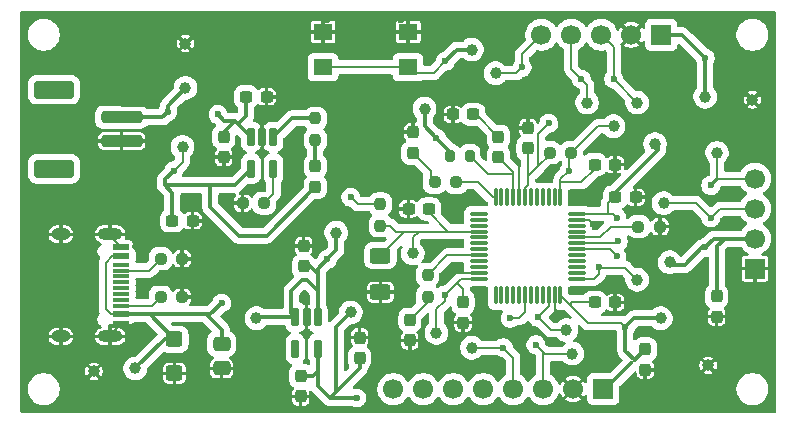
<source format=gbr>
%TF.GenerationSoftware,KiCad,Pcbnew,9.0.2*%
%TF.CreationDate,2025-08-19T18:25:56-04:00*%
%TF.ProjectId,GymDevice,47796d44-6576-4696-9365-2e6b69636164,rev?*%
%TF.SameCoordinates,Original*%
%TF.FileFunction,Copper,L1,Top*%
%TF.FilePolarity,Positive*%
%FSLAX46Y46*%
G04 Gerber Fmt 4.6, Leading zero omitted, Abs format (unit mm)*
G04 Created by KiCad (PCBNEW 9.0.2) date 2025-08-19 18:25:56*
%MOMM*%
%LPD*%
G01*
G04 APERTURE LIST*
G04 Aperture macros list*
%AMRoundRect*
0 Rectangle with rounded corners*
0 $1 Rounding radius*
0 $2 $3 $4 $5 $6 $7 $8 $9 X,Y pos of 4 corners*
0 Add a 4 corners polygon primitive as box body*
4,1,4,$2,$3,$4,$5,$6,$7,$8,$9,$2,$3,0*
0 Add four circle primitives for the rounded corners*
1,1,$1+$1,$2,$3*
1,1,$1+$1,$4,$5*
1,1,$1+$1,$6,$7*
1,1,$1+$1,$8,$9*
0 Add four rect primitives between the rounded corners*
20,1,$1+$1,$2,$3,$4,$5,0*
20,1,$1+$1,$4,$5,$6,$7,0*
20,1,$1+$1,$6,$7,$8,$9,0*
20,1,$1+$1,$8,$9,$2,$3,0*%
G04 Aperture macros list end*
%TA.AperFunction,SMDPad,CuDef*%
%ADD10C,1.000000*%
%TD*%
%TA.AperFunction,SMDPad,CuDef*%
%ADD11RoundRect,0.237500X-0.250000X-0.237500X0.250000X-0.237500X0.250000X0.237500X-0.250000X0.237500X0*%
%TD*%
%TA.AperFunction,SMDPad,CuDef*%
%ADD12RoundRect,0.237500X0.250000X0.237500X-0.250000X0.237500X-0.250000X-0.237500X0.250000X-0.237500X0*%
%TD*%
%TA.AperFunction,ComponentPad*%
%ADD13R,1.700000X1.700000*%
%TD*%
%TA.AperFunction,ComponentPad*%
%ADD14C,1.700000*%
%TD*%
%TA.AperFunction,SMDPad,CuDef*%
%ADD15R,1.600000X1.400000*%
%TD*%
%TA.AperFunction,SMDPad,CuDef*%
%ADD16RoundRect,0.237500X0.300000X0.237500X-0.300000X0.237500X-0.300000X-0.237500X0.300000X-0.237500X0*%
%TD*%
%TA.AperFunction,SMDPad,CuDef*%
%ADD17RoundRect,0.162500X-0.162500X0.617500X-0.162500X-0.617500X0.162500X-0.617500X0.162500X0.617500X0*%
%TD*%
%TA.AperFunction,SMDPad,CuDef*%
%ADD18RoundRect,0.237500X-0.300000X-0.237500X0.300000X-0.237500X0.300000X0.237500X-0.300000X0.237500X0*%
%TD*%
%TA.AperFunction,SMDPad,CuDef*%
%ADD19RoundRect,0.200000X0.200000X0.275000X-0.200000X0.275000X-0.200000X-0.275000X0.200000X-0.275000X0*%
%TD*%
%TA.AperFunction,SMDPad,CuDef*%
%ADD20RoundRect,0.237500X-0.237500X0.250000X-0.237500X-0.250000X0.237500X-0.250000X0.237500X0.250000X0*%
%TD*%
%TA.AperFunction,SMDPad,CuDef*%
%ADD21RoundRect,0.237500X0.237500X-0.287500X0.237500X0.287500X-0.237500X0.287500X-0.237500X-0.287500X0*%
%TD*%
%TA.AperFunction,SMDPad,CuDef*%
%ADD22RoundRect,0.237500X-0.237500X0.300000X-0.237500X-0.300000X0.237500X-0.300000X0.237500X0.300000X0*%
%TD*%
%TA.AperFunction,SMDPad,CuDef*%
%ADD23RoundRect,0.237500X0.237500X-0.300000X0.237500X0.300000X-0.237500X0.300000X-0.237500X-0.300000X0*%
%TD*%
%TA.AperFunction,SMDPad,CuDef*%
%ADD24RoundRect,0.237500X-0.237500X0.287500X-0.237500X-0.287500X0.237500X-0.287500X0.237500X0.287500X0*%
%TD*%
%TA.AperFunction,SMDPad,CuDef*%
%ADD25RoundRect,0.075000X-0.075000X0.662500X-0.075000X-0.662500X0.075000X-0.662500X0.075000X0.662500X0*%
%TD*%
%TA.AperFunction,SMDPad,CuDef*%
%ADD26RoundRect,0.075000X-0.662500X0.075000X-0.662500X-0.075000X0.662500X-0.075000X0.662500X0.075000X0*%
%TD*%
%TA.AperFunction,SMDPad,CuDef*%
%ADD27R,1.450000X0.600000*%
%TD*%
%TA.AperFunction,SMDPad,CuDef*%
%ADD28R,1.450000X0.300000*%
%TD*%
%TA.AperFunction,HeatsinkPad*%
%ADD29O,2.100000X1.000000*%
%TD*%
%TA.AperFunction,HeatsinkPad*%
%ADD30O,1.600000X1.000000*%
%TD*%
%TA.AperFunction,SMDPad,CuDef*%
%ADD31RoundRect,0.237500X0.237500X-0.250000X0.237500X0.250000X-0.237500X0.250000X-0.237500X-0.250000X0*%
%TD*%
%TA.AperFunction,SMDPad,CuDef*%
%ADD32RoundRect,0.250000X-1.500000X0.250000X-1.500000X-0.250000X1.500000X-0.250000X1.500000X0.250000X0*%
%TD*%
%TA.AperFunction,SMDPad,CuDef*%
%ADD33RoundRect,0.250001X-1.449999X0.499999X-1.449999X-0.499999X1.449999X-0.499999X1.449999X0.499999X0*%
%TD*%
%TA.AperFunction,SMDPad,CuDef*%
%ADD34RoundRect,0.250000X-0.450000X0.400000X-0.450000X-0.400000X0.450000X-0.400000X0.450000X0.400000X0*%
%TD*%
%TA.AperFunction,SMDPad,CuDef*%
%ADD35RoundRect,0.250000X-0.625000X0.400000X-0.625000X-0.400000X0.625000X-0.400000X0.625000X0.400000X0*%
%TD*%
%TA.AperFunction,SMDPad,CuDef*%
%ADD36RoundRect,0.250000X0.475000X-0.337500X0.475000X0.337500X-0.475000X0.337500X-0.475000X-0.337500X0*%
%TD*%
%TA.AperFunction,ViaPad*%
%ADD37C,0.600000*%
%TD*%
%TA.AperFunction,Conductor*%
%ADD38C,0.200000*%
%TD*%
%TA.AperFunction,Conductor*%
%ADD39C,0.350000*%
%TD*%
%TA.AperFunction,Conductor*%
%ADD40C,0.300000*%
%TD*%
G04 APERTURE END LIST*
D10*
%TO.P,REF\u002A\u002A,1*%
%TO.N,/SWCLK*%
X77750000Y-48250000D03*
%TD*%
%TO.P,REF\u002A\u002A,1*%
%TO.N,/SWDIO*%
X71750000Y-52500000D03*
%TD*%
%TO.P,REF\u002A\u002A,1*%
%TO.N,/3V3*%
X60750000Y-52750000D03*
%TD*%
%TO.P,REF\u002A\u002A,1*%
%TO.N,/VBAT_SENSE*%
X58750000Y-46000000D03*
%TD*%
%TO.P,REF\u002A\u002A,1*%
%TO.N,/3V3*%
X75750000Y-35250000D03*
%TD*%
%TO.P,REF\u002A\u002A,1*%
%TO.N,/SCL*%
X72250000Y-54500000D03*
%TD*%
%TO.P,REF\u002A\u002A,1*%
%TO.N,/SDA*%
X63750000Y-54000000D03*
%TD*%
%TO.P,REF\u002A\u002A,1*%
%TO.N,/NSRT*%
X65750000Y-30750000D03*
%TD*%
%TO.P,REF\u002A\u002A,1*%
%TO.N,/SWCLK*%
X73500000Y-33250000D03*
%TD*%
%TO.P,REF\u002A\u002A,1*%
%TO.N,/SWDIO*%
X77750000Y-33250000D03*
%TD*%
%TO.P,REF\u002A\u002A,1*%
%TO.N,/SCL*%
X80000000Y-41750000D03*
%TD*%
%TO.P,SDA,1*%
%TO.N,/SDA*%
X84500000Y-37500000D03*
%TD*%
%TO.P,3V3,1*%
%TO.N,/3V3*%
X79250000Y-36750000D03*
%TD*%
%TO.P,REF\u002A\u002A,1*%
%TO.N,/3V3*%
X80500000Y-46750000D03*
%TD*%
%TO.P,3V3,1*%
%TO.N,/3V3*%
X79750000Y-51500000D03*
%TD*%
%TO.P,SW,*%
%TO.N,Net-(U3-PA9)*%
X63750000Y-28750000D03*
%TD*%
%TO.P,3V3,1*%
%TO.N,/3V3*%
X59750000Y-33750000D03*
%TD*%
%TO.P, VBAT,1*%
%TO.N,/VBAT*%
X45500000Y-51500000D03*
%TD*%
%TO.P,3V3,1*%
%TO.N,/3V3*%
X53500000Y-51000000D03*
%TD*%
%TO.P,VBAT,1*%
%TO.N,/VBAT*%
X52250000Y-44250000D03*
%TD*%
%TO.P,VBUS,1*%
%TO.N,/VBUS*%
X39250000Y-37000000D03*
%TD*%
%TO.P,VBUS,1*%
%TO.N,/VBUS*%
X35250000Y-55750000D03*
%TD*%
%TO.P,VBAT,1*%
%TO.N,/VBAT*%
X39500000Y-32000000D03*
%TD*%
%TO.P,GND,1*%
%TO.N,GND*%
X83750000Y-55500000D03*
%TD*%
%TO.P,GND,1*%
%TO.N,GND*%
X87500000Y-33000000D03*
%TD*%
%TO.P,GND,1*%
%TO.N,GND*%
X39500000Y-28250000D03*
%TD*%
D11*
%TO.P,R1,1*%
%TO.N,Net-(J4-CC2)*%
X37397500Y-49716000D03*
%TO.P,R1,2*%
%TO.N,GND*%
X39222500Y-49716000D03*
%TD*%
D12*
%TO.P,R5,1*%
%TO.N,GND*%
X79662500Y-43750000D03*
%TO.P,R5,2*%
%TO.N,Net-(U3-BOOT0)*%
X77837500Y-43750000D03*
%TD*%
D13*
%TO.P,J2,1,Pin_1*%
%TO.N,GND*%
X87725000Y-47300000D03*
D14*
%TO.P,J2,2,Pin_2*%
%TO.N,/3V3*%
X87725000Y-44760000D03*
%TO.P,J2,3,Pin_3*%
%TO.N,/SCL*%
X87725000Y-42220000D03*
%TO.P,J2,4,Pin_4*%
%TO.N,/SDA*%
X87725000Y-39680000D03*
%TD*%
D15*
%TO.P,SW,1,1*%
%TO.N,Net-(U3-PA9)*%
X58350000Y-30250000D03*
X51150000Y-30250000D03*
%TO.P,SW,2,2*%
%TO.N,GND*%
X58350000Y-27250000D03*
X51150000Y-27250000D03*
%TD*%
D16*
%TO.P,C12,1*%
%TO.N,Net-(C11-Pad2)*%
X63862500Y-34250000D03*
%TO.P,C12,2*%
%TO.N,GND*%
X62137500Y-34250000D03*
%TD*%
D13*
%TO.P,J5,1,Pin_1*%
%TO.N,/3V3*%
X79790000Y-27500000D03*
D14*
%TO.P,J5,2,Pin_2*%
%TO.N,GND*%
X77250000Y-27500000D03*
%TO.P,J5,3,Pin_3*%
%TO.N,/SWDIO*%
X74710000Y-27500000D03*
%TO.P,J5,4,Pin_4*%
%TO.N,/SWCLK*%
X72170000Y-27500000D03*
%TO.P,J5,5,Pin_5*%
%TO.N,/NSRT*%
X69630000Y-27500000D03*
%TD*%
D17*
%TO.P,U2,1,VIN*%
%TO.N,/VBAT*%
X50700000Y-51400000D03*
%TO.P,U2,2,GND*%
%TO.N,GND*%
X49750000Y-51400000D03*
%TO.P,U2,3,EN*%
%TO.N,/VBAT*%
X48800000Y-51400000D03*
%TO.P,U2,4,NC*%
%TO.N,unconnected-(U2-NC-Pad4)*%
X48800000Y-54100000D03*
%TO.P,U2,5,VOUT*%
%TO.N,/3V3*%
X50700000Y-54100000D03*
%TD*%
D18*
%TO.P,C9,1*%
%TO.N,/3V3*%
X75887500Y-41250000D03*
%TO.P,C9,2*%
%TO.N,GND*%
X77612500Y-41250000D03*
%TD*%
D16*
%TO.P,C13,1*%
%TO.N,GND*%
X75862500Y-38500000D03*
%TO.P,C13,2*%
%TO.N,/3V3*%
X74137500Y-38500000D03*
%TD*%
D19*
%TO.P,FB1,1*%
%TO.N,Net-(U3-VDDA)*%
X63575000Y-37750000D03*
%TO.P,FB1,2*%
%TO.N,/3V3*%
X61925000Y-37750000D03*
%TD*%
D20*
%TO.P,R9,1*%
%TO.N,/VBAT*%
X56000000Y-41837500D03*
%TO.P,R9,2*%
%TO.N,/VBAT_SENSE*%
X56000000Y-43662500D03*
%TD*%
D21*
%TO.P,D4,1,K*%
%TO.N,GND*%
X58500000Y-53375000D03*
%TO.P,D4,2,A*%
%TO.N,Net-(D4-A)*%
X58500000Y-51625000D03*
%TD*%
D22*
%TO.P,C16,1*%
%TO.N,/3V3*%
X78420000Y-54137500D03*
%TO.P,C16,2*%
%TO.N,GND*%
X78420000Y-55862500D03*
%TD*%
D23*
%TO.P,C11,1*%
%TO.N,Net-(U3-VDDA)*%
X66000000Y-37862500D03*
%TO.P,C11,2*%
%TO.N,Net-(C11-Pad2)*%
X66000000Y-36137500D03*
%TD*%
%TO.P,C5,1*%
%TO.N,/VBAT*%
X49500000Y-47112500D03*
%TO.P,C5,2*%
%TO.N,GND*%
X49500000Y-45387500D03*
%TD*%
D24*
%TO.P,D3,1,K*%
%TO.N,GND*%
X58750000Y-35750000D03*
%TO.P,D3,2,A*%
%TO.N,Net-(D3-A)*%
X58750000Y-37500000D03*
%TD*%
D25*
%TO.P,U3,1,VBAT*%
%TO.N,/3V3*%
X71250000Y-41250000D03*
%TO.P,U3,2,PC13*%
%TO.N,unconnected-(U3-PC13-Pad2)*%
X70750000Y-41250000D03*
%TO.P,U3,3,PC14*%
%TO.N,unconnected-(U3-PC14-Pad3)*%
X70250000Y-41250000D03*
%TO.P,U3,4,PC15*%
%TO.N,unconnected-(U3-PC15-Pad4)*%
X69750000Y-41250000D03*
%TO.P,U3,5,PD0*%
%TO.N,unconnected-(U3-PD0-Pad5)*%
X69250000Y-41250000D03*
%TO.P,U3,6,PD1*%
%TO.N,unconnected-(U3-PD1-Pad6)*%
X68750000Y-41250000D03*
%TO.P,U3,7,NRST*%
%TO.N,/NSRT*%
X68250000Y-41250000D03*
%TO.P,U3,8,VSSA*%
%TO.N,GND*%
X67750000Y-41250000D03*
%TO.P,U3,9,VDDA*%
%TO.N,Net-(U3-VDDA)*%
X67250000Y-41250000D03*
%TO.P,U3,10,PA0*%
%TO.N,unconnected-(U3-PA0-Pad10)*%
X66750000Y-41250000D03*
%TO.P,U3,11,PA1*%
%TO.N,unconnected-(U3-PA1-Pad11)*%
X66250000Y-41250000D03*
%TO.P,U3,12,PA2*%
%TO.N,Net-(U3-PA2)*%
X65750000Y-41250000D03*
D26*
%TO.P,U3,13,PA3*%
%TO.N,unconnected-(U3-PA3-Pad13)*%
X64337500Y-42662500D03*
%TO.P,U3,14,PA4*%
%TO.N,unconnected-(U3-PA4-Pad14)*%
X64337500Y-43162500D03*
%TO.P,U3,15,PA5*%
%TO.N,unconnected-(U3-PA5-Pad15)*%
X64337500Y-43662500D03*
%TO.P,U3,16,PA6*%
%TO.N,/VBAT_SENSE*%
X64337500Y-44162500D03*
%TO.P,U3,17,PA7*%
%TO.N,unconnected-(U3-PA7-Pad17)*%
X64337500Y-44662500D03*
%TO.P,U3,18,PB0*%
%TO.N,unconnected-(U3-PB0-Pad18)*%
X64337500Y-45162500D03*
%TO.P,U3,19,PB1*%
%TO.N,unconnected-(U3-PB1-Pad19)*%
X64337500Y-45662500D03*
%TO.P,U3,20,PB2*%
%TO.N,Net-(U3-PB2)*%
X64337500Y-46162500D03*
%TO.P,U3,21,PB10*%
%TO.N,unconnected-(U3-PB10-Pad21)*%
X64337500Y-46662500D03*
%TO.P,U3,22,PB11*%
%TO.N,unconnected-(U3-PB11-Pad22)*%
X64337500Y-47162500D03*
%TO.P,U3,23,VSS*%
%TO.N,GND*%
X64337500Y-47662500D03*
%TO.P,U3,24,VDD*%
%TO.N,/3V3*%
X64337500Y-48162500D03*
D25*
%TO.P,U3,25,PB12*%
%TO.N,unconnected-(U3-PB12-Pad25)*%
X65750000Y-49575000D03*
%TO.P,U3,26,PB13*%
%TO.N,unconnected-(U3-PB13-Pad26)*%
X66250000Y-49575000D03*
%TO.P,U3,27,PB14*%
%TO.N,unconnected-(U3-PB14-Pad27)*%
X66750000Y-49575000D03*
%TO.P,U3,28,PB15*%
%TO.N,unconnected-(U3-PB15-Pad28)*%
X67250000Y-49575000D03*
%TO.P,U3,29,PA8*%
%TO.N,unconnected-(U3-PA8-Pad29)*%
X67750000Y-49575000D03*
%TO.P,U3,30,PA9*%
%TO.N,Net-(U3-PA9)*%
X68250000Y-49575000D03*
%TO.P,U3,31,PA10*%
%TO.N,unconnected-(U3-PA10-Pad31)*%
X68750000Y-49575000D03*
%TO.P,U3,32,PA11*%
%TO.N,unconnected-(U3-PA11-Pad32)*%
X69250000Y-49575000D03*
%TO.P,U3,33,PA12*%
%TO.N,unconnected-(U3-PA12-Pad33)*%
X69750000Y-49575000D03*
%TO.P,U3,34,PA13*%
%TO.N,/SWDIO*%
X70250000Y-49575000D03*
%TO.P,U3,35,VSS*%
%TO.N,GND*%
X70750000Y-49575000D03*
%TO.P,U3,36,VDD*%
%TO.N,/3V3*%
X71250000Y-49575000D03*
D26*
%TO.P,U3,37,PA14*%
%TO.N,/SWCLK*%
X72662500Y-48162500D03*
%TO.P,U3,38,PA15*%
%TO.N,unconnected-(U3-PA15-Pad38)*%
X72662500Y-47662500D03*
%TO.P,U3,39,PB3*%
%TO.N,unconnected-(U3-PB3-Pad39)*%
X72662500Y-47162500D03*
%TO.P,U3,40,PB4*%
%TO.N,unconnected-(U3-PB4-Pad40)*%
X72662500Y-46662500D03*
%TO.P,U3,41,PB5*%
%TO.N,unconnected-(U3-PB5-Pad41)*%
X72662500Y-46162500D03*
%TO.P,U3,42,PB6*%
%TO.N,/SCL*%
X72662500Y-45662500D03*
%TO.P,U3,43,PB7*%
%TO.N,/SDA*%
X72662500Y-45162500D03*
%TO.P,U3,44,BOOT0*%
%TO.N,Net-(U3-BOOT0)*%
X72662500Y-44662500D03*
%TO.P,U3,45,PB8*%
%TO.N,unconnected-(U3-PB8-Pad45)*%
X72662500Y-44162500D03*
%TO.P,U3,46,PB9*%
%TO.N,unconnected-(U3-PB9-Pad46)*%
X72662500Y-43662500D03*
%TO.P,U3,47,VSS*%
%TO.N,GND*%
X72662500Y-43162500D03*
%TO.P,U3,48,VDD*%
%TO.N,/3V3*%
X72662500Y-42662500D03*
%TD*%
D16*
%TO.P,C2,1*%
%TO.N,GND*%
X40112500Y-43250000D03*
%TO.P,C2,2*%
%TO.N,/VBUS*%
X38387500Y-43250000D03*
%TD*%
D23*
%TO.P,C14,1*%
%TO.N,/NSRT*%
X68500000Y-37112500D03*
%TO.P,C14,2*%
%TO.N,GND*%
X68500000Y-35387500D03*
%TD*%
D27*
%TO.P,J4,A1,GND*%
%TO.N,GND*%
X34045000Y-45466000D03*
%TO.P,J4,A4,VBUS*%
%TO.N,/VBUS*%
X34045000Y-46266000D03*
D28*
%TO.P,J4,A5,CC1*%
%TO.N,Net-(J4-CC1)*%
X34045000Y-47466000D03*
%TO.P,J4,A6,D+*%
%TO.N,unconnected-(J4-D+-PadA6)*%
X34045000Y-48466000D03*
%TO.P,J4,A7,D-*%
%TO.N,unconnected-(J4-D--PadA7)*%
X34045000Y-48966000D03*
%TO.P,J4,A8,SBU1*%
%TO.N,unconnected-(J4-SBU1-PadA8)*%
X34045000Y-49966000D03*
D27*
%TO.P,J4,A9,VBUS*%
%TO.N,/VBUS*%
X34045000Y-51166000D03*
%TO.P,J4,A12,GND*%
%TO.N,GND*%
X34045000Y-51966000D03*
%TO.P,J4,B1,GND*%
X34045000Y-51966000D03*
%TO.P,J4,B4,VBUS*%
%TO.N,/VBUS*%
X34045000Y-51166000D03*
D28*
%TO.P,J4,B5,CC2*%
%TO.N,Net-(J4-CC2)*%
X34045000Y-50466000D03*
%TO.P,J4,B6,D+*%
%TO.N,unconnected-(J4-D+-PadB6)*%
X34045000Y-49466000D03*
%TO.P,J4,B7,D-*%
%TO.N,unconnected-(J4-D--PadB7)*%
X34045000Y-47966000D03*
%TO.P,J4,B8,SBU2*%
%TO.N,unconnected-(J4-SBU2-PadB8)*%
X34045000Y-46966000D03*
D27*
%TO.P,J4,B9,VBUS*%
%TO.N,/VBUS*%
X34045000Y-46266000D03*
%TO.P,J4,B12,GND*%
%TO.N,GND*%
X34045000Y-45466000D03*
D29*
%TO.P,J4,S1,SHIELD*%
X33130000Y-44396000D03*
D30*
X28950000Y-44396000D03*
D29*
X33130000Y-53036000D03*
D30*
X28950000Y-53036000D03*
%TD*%
D31*
%TO.P,R2,1*%
%TO.N,Net-(D1-K)*%
X50500000Y-36412500D03*
%TO.P,R2,2*%
%TO.N,Net-(U1-STAT)*%
X50500000Y-34587500D03*
%TD*%
D32*
%TO.P,J1,1,Pin_1*%
%TO.N,/VBAT*%
X34100000Y-34500000D03*
%TO.P,J1,2,Pin_2*%
%TO.N,GND*%
X34100000Y-36500000D03*
D33*
%TO.P,J1,MP*%
%TO.N,N/C*%
X28350000Y-32150000D03*
X28350000Y-38850000D03*
%TD*%
D11*
%TO.P,R6,1*%
%TO.N,Net-(J4-CC1)*%
X37397500Y-46466000D03*
%TO.P,R6,2*%
%TO.N,GND*%
X39222500Y-46466000D03*
%TD*%
D20*
%TO.P,R8,1*%
%TO.N,Net-(U3-PB2)*%
X60000000Y-47837500D03*
%TO.P,R8,2*%
%TO.N,Net-(D4-A)*%
X60000000Y-49662500D03*
%TD*%
D22*
%TO.P,C6,1*%
%TO.N,/3V3*%
X49250000Y-56387500D03*
%TO.P,C6,2*%
%TO.N,GND*%
X49250000Y-58112500D03*
%TD*%
%TO.P,C15,1*%
%TO.N,/3V3*%
X84475000Y-49647500D03*
%TO.P,C15,2*%
%TO.N,GND*%
X84475000Y-51372500D03*
%TD*%
D13*
%TO.P,J3,1,Pin_1*%
%TO.N,/3V3*%
X74870000Y-57500000D03*
D14*
%TO.P,J3,2,Pin_2*%
%TO.N,GND*%
X72330000Y-57500000D03*
%TO.P,J3,3,Pin_3*%
%TO.N,/SCL*%
X69790000Y-57500000D03*
%TO.P,J3,4,Pin_4*%
%TO.N,/SDA*%
X67250000Y-57500000D03*
%TO.P,J3,5,Pin_5*%
%TO.N,/XDA*%
X64710000Y-57500000D03*
%TO.P,J3,6,Pin_6*%
%TO.N,/XCL*%
X62170000Y-57500000D03*
%TO.P,J3,7,Pin_7*%
%TO.N,/ADO*%
X59630000Y-57500000D03*
%TO.P,J3,8,Pin_8*%
%TO.N,/INT*%
X57090000Y-57500000D03*
%TD*%
D10*
%TO.P,3V3,1*%
%TO.N,/3V3*%
X83500000Y-32750000D03*
%TD*%
D34*
%TO.P,D2,1,K*%
%TO.N,/VBUS*%
X38560000Y-53266000D03*
%TO.P,D2,2,A*%
%TO.N,GND*%
X38560000Y-56166000D03*
%TD*%
D35*
%TO.P,R10,1*%
%TO.N,/VBAT_SENSE*%
X56000000Y-46200000D03*
%TO.P,R10,2*%
%TO.N,GND*%
X56000000Y-49300000D03*
%TD*%
D12*
%TO.P,R4,1*%
%TO.N,/3V3*%
X72162500Y-37500000D03*
%TO.P,R4,2*%
%TO.N,/NSRT*%
X70337500Y-37500000D03*
%TD*%
D16*
%TO.P,C8,1*%
%TO.N,GND*%
X75862500Y-50162500D03*
%TO.P,C8,2*%
%TO.N,/3V3*%
X74137500Y-50162500D03*
%TD*%
D23*
%TO.P,C10,1*%
%TO.N,/3V3*%
X54250000Y-54862500D03*
%TO.P,C10,2*%
%TO.N,GND*%
X54250000Y-53137500D03*
%TD*%
D12*
%TO.P,R7,1*%
%TO.N,Net-(U3-PA2)*%
X62412500Y-40000000D03*
%TO.P,R7,2*%
%TO.N,Net-(D3-A)*%
X60587500Y-40000000D03*
%TD*%
D18*
%TO.P,C3,1*%
%TO.N,/VBAT*%
X44637500Y-32750000D03*
%TO.P,C3,2*%
%TO.N,GND*%
X46362500Y-32750000D03*
%TD*%
D22*
%TO.P,C7,1*%
%TO.N,/3V3*%
X63000000Y-50137500D03*
%TO.P,C7,2*%
%TO.N,GND*%
X63000000Y-51862500D03*
%TD*%
%TO.P,C4,1*%
%TO.N,/VBAT*%
X42750000Y-36137500D03*
%TO.P,C4,2*%
%TO.N,GND*%
X42750000Y-37862500D03*
%TD*%
D24*
%TO.P,D1,1,K*%
%TO.N,Net-(D1-K)*%
X50500000Y-38625000D03*
%TO.P,D1,2,A*%
%TO.N,/VBUS*%
X50500000Y-40375000D03*
%TD*%
D12*
%TO.P,R3,1*%
%TO.N,Net-(U1-PROG)*%
X46162500Y-41750000D03*
%TO.P,R3,2*%
%TO.N,GND*%
X44337500Y-41750000D03*
%TD*%
D16*
%TO.P,C17,1*%
%TO.N,/VBAT_SENSE*%
X60112500Y-42250000D03*
%TO.P,C17,2*%
%TO.N,GND*%
X58387500Y-42250000D03*
%TD*%
D17*
%TO.P,U1,1,STAT*%
%TO.N,Net-(U1-STAT)*%
X46950000Y-36150000D03*
%TO.P,U1,2,V_{SS}*%
%TO.N,GND*%
X46000000Y-36150000D03*
%TO.P,U1,3,V_{BAT}*%
%TO.N,/VBAT*%
X45050000Y-36150000D03*
%TO.P,U1,4,V_{DD}*%
%TO.N,/VBUS*%
X45050000Y-38850000D03*
%TO.P,U1,5,PROG*%
%TO.N,Net-(U1-PROG)*%
X46950000Y-38850000D03*
%TD*%
D36*
%TO.P,C1,1*%
%TO.N,GND*%
X42560000Y-55753500D03*
%TO.P,C1,2*%
%TO.N,/VBUS*%
X42560000Y-53678500D03*
%TD*%
D10*
%TO.P,GND,1*%
%TO.N,GND*%
X31750000Y-56000000D03*
%TD*%
D37*
%TO.N,GND*%
X63000000Y-31500000D03*
X57000000Y-35000000D03*
X40500000Y-58500000D03*
X51500000Y-26250000D03*
X40750000Y-49500000D03*
X58000000Y-34250000D03*
X37250000Y-36250000D03*
X40250000Y-44500000D03*
X78750000Y-39750000D03*
X78500000Y-31250000D03*
X81250000Y-58500000D03*
X31000000Y-42500000D03*
X62000000Y-47500000D03*
X29000000Y-55000000D03*
X35750000Y-26500000D03*
X77500000Y-30250000D03*
X84500000Y-58500000D03*
X61250000Y-48250000D03*
X40750000Y-46500000D03*
X56500000Y-51000000D03*
X56250000Y-39750000D03*
X81000000Y-44000000D03*
X47750000Y-26500000D03*
X62250000Y-32750000D03*
X61000000Y-26250000D03*
X38750000Y-58750000D03*
X41750000Y-44000000D03*
X88500000Y-50000000D03*
X70750000Y-53500000D03*
X60500000Y-27750000D03*
X47000000Y-58250000D03*
X30250000Y-59000000D03*
X57750000Y-50250000D03*
X58250000Y-39250000D03*
X47250000Y-34000000D03*
X76750000Y-49000000D03*
X87500000Y-49750000D03*
X39500000Y-48000000D03*
X58602298Y-54602298D03*
X35250000Y-40750000D03*
X60000000Y-55000000D03*
X60250000Y-45500000D03*
X33000000Y-42500000D03*
X74000000Y-43500000D03*
X42500000Y-57500000D03*
X77500000Y-37750000D03*
X41000000Y-37000000D03*
X47750000Y-32750000D03*
X67250000Y-35500000D03*
X44000000Y-43000000D03*
X33250000Y-55250000D03*
X38500000Y-57750000D03*
X70990507Y-51240506D03*
X41250000Y-38250000D03*
X79500000Y-30000000D03*
X43500000Y-27750000D03*
X78500000Y-57250000D03*
X55500000Y-51750000D03*
X77118211Y-49868202D03*
X77000000Y-37250000D03*
X31250000Y-55000000D03*
X74250000Y-41500000D03*
X49500000Y-49750000D03*
X64250000Y-51575000D03*
X73750000Y-55000000D03*
X72750000Y-49000000D03*
X79000000Y-40500000D03*
X37000000Y-37500000D03*
X80000000Y-45000000D03*
X68500000Y-34000000D03*
X45500000Y-55750000D03*
X57750000Y-26250000D03*
X70000000Y-39500000D03*
X74500000Y-55500000D03*
X36000000Y-44750000D03*
X29000000Y-42500000D03*
X36000000Y-53250000D03*
X62250000Y-52850000D03*
X67250000Y-37750000D03*
X55750000Y-53000000D03*
X49250000Y-27750000D03*
X47750000Y-59000000D03*
X44750000Y-26500000D03*
X47625707Y-45124293D03*
X46000000Y-34500000D03*
X43000000Y-41500000D03*
X66000000Y-26250000D03*
X49500000Y-43750000D03*
X58250000Y-40750000D03*
X89000000Y-51250000D03*
X80000000Y-56000000D03*
%TO.N,/VBUS*%
X42560000Y-50216000D03*
X38500000Y-39000000D03*
%TO.N,/VBAT*%
X51500000Y-46500000D03*
X53500000Y-41250000D03*
X42250000Y-34250000D03*
X38000000Y-34000000D03*
%TO.N,/3V3*%
X61500000Y-49500000D03*
X54000000Y-58250000D03*
X76750000Y-52250000D03*
X60750000Y-36250000D03*
X72000000Y-39000000D03*
X83500000Y-29500000D03*
X83500000Y-45510000D03*
X76000000Y-43000000D03*
%TO.N,/NSRT*%
X70250000Y-35000000D03*
X68000000Y-30250000D03*
%TO.N,/SWDIO*%
X75750000Y-31250000D03*
X69337500Y-51412500D03*
%TO.N,/SWCLK*%
X73000000Y-31250000D03*
X74500000Y-47162500D03*
%TO.N,Net-(U3-PA9)*%
X61500000Y-29750000D03*
X67000000Y-51500000D03*
%TO.N,/SCL*%
X76000000Y-46250000D03*
X83975000Y-43010000D03*
X69170000Y-53750000D03*
%TO.N,/SDA*%
X83975000Y-40260000D03*
X66420000Y-54000000D03*
X76150000Y-45000000D03*
%TD*%
D38*
%TO.N,GND*%
X33130000Y-53036000D02*
X33130000Y-52881000D01*
X33130000Y-52881000D02*
X34045000Y-51966000D01*
X33130000Y-44396000D02*
X33130000Y-44551000D01*
X33130000Y-44551000D02*
X34045000Y-45466000D01*
X67750000Y-41250000D02*
X67750000Y-38250000D01*
X67750000Y-38250000D02*
X67250000Y-37750000D01*
X64337500Y-47662500D02*
X62162500Y-47662500D01*
X62162500Y-47662500D02*
X62000000Y-47500000D01*
X70750000Y-49575000D02*
X70750000Y-50999999D01*
X70750000Y-50999999D02*
X70990507Y-51240506D01*
X74000000Y-43500000D02*
X73662500Y-43162500D01*
X73662500Y-43162500D02*
X72662500Y-43162500D01*
%TO.N,/SDA*%
X66420000Y-54000000D02*
X63750000Y-54000000D01*
%TO.N,/3V3*%
X63000000Y-50137500D02*
X63000000Y-49000000D01*
X63000000Y-49000000D02*
X62500000Y-48500000D01*
D39*
X79250000Y-36750000D02*
X79500000Y-37000000D01*
X79500000Y-37000000D02*
X79500000Y-37250000D01*
X79500000Y-37250000D02*
X75887500Y-40862500D01*
X75887500Y-40862500D02*
X75887500Y-41250000D01*
D38*
%TO.N,/SWCLK*%
X77750000Y-48250000D02*
X76750000Y-47250000D01*
X76750000Y-47250000D02*
X74587500Y-47250000D01*
X74587500Y-47250000D02*
X74500000Y-47162500D01*
D39*
%TO.N,/3V3*%
X83500000Y-45510000D02*
X83240000Y-45510000D01*
X83240000Y-45510000D02*
X81750000Y-47000000D01*
X80750000Y-47000000D02*
X80500000Y-46750000D01*
X81750000Y-47000000D02*
X80750000Y-47000000D01*
D38*
%TO.N,/SWDIO*%
X71750000Y-52500000D02*
X70425000Y-52500000D01*
X70425000Y-52500000D02*
X69337500Y-51412500D01*
%TO.N,/3V3*%
X61500000Y-49500000D02*
X61500000Y-50000000D01*
X61500000Y-50000000D02*
X60750000Y-50750000D01*
X60750000Y-50750000D02*
X60750000Y-52750000D01*
%TO.N,Net-(D4-A)*%
X60000000Y-50125000D02*
X58500000Y-51625000D01*
X60000000Y-49662500D02*
X60000000Y-50125000D01*
%TO.N,/VBAT_SENSE*%
X61750000Y-44162500D02*
X59250000Y-44162500D01*
X58750000Y-44662500D02*
X59250000Y-44162500D01*
X58750000Y-46000000D02*
X58750000Y-44662500D01*
%TO.N,/3V3*%
X75750000Y-35250000D02*
X74412500Y-35250000D01*
X74412500Y-35250000D02*
X72162500Y-37500000D01*
%TO.N,/SWDIO*%
X77750000Y-33250000D02*
X75750000Y-31250000D01*
%TO.N,/SWCLK*%
X73500000Y-33250000D02*
X73500000Y-31750000D01*
X73500000Y-31750000D02*
X73000000Y-31250000D01*
%TO.N,/SCL*%
X72250000Y-54500000D02*
X69920000Y-54500000D01*
X69920000Y-54500000D02*
X69170000Y-53750000D01*
%TO.N,/NSRT*%
X68000000Y-30250000D02*
X67500000Y-30750000D01*
X67500000Y-30750000D02*
X65750000Y-30750000D01*
%TO.N,/SCL*%
X80000000Y-41750000D02*
X82715000Y-41750000D01*
X82715000Y-41750000D02*
X83975000Y-43010000D01*
%TO.N,/SDA*%
X84500000Y-37500000D02*
X84500000Y-39735000D01*
D39*
X84500000Y-39735000D02*
X83975000Y-40260000D01*
%TO.N,/3V3*%
X79750000Y-51500000D02*
X77500000Y-51500000D01*
X77500000Y-51500000D02*
X76750000Y-52250000D01*
%TO.N,Net-(U3-PA9)*%
X63750000Y-28750000D02*
X62500000Y-28750000D01*
X62500000Y-28750000D02*
X61500000Y-29750000D01*
D38*
X60500000Y-30750000D02*
X61500000Y-29750000D01*
X58850000Y-30750000D02*
X60500000Y-30750000D01*
X58350000Y-30250000D02*
X58850000Y-30750000D01*
D39*
%TO.N,/3V3*%
X59750000Y-33750000D02*
X59750000Y-35250000D01*
X59750000Y-35250000D02*
X60750000Y-36250000D01*
%TO.N,/VBAT*%
X48800000Y-51400000D02*
X45600000Y-51400000D01*
X45600000Y-51400000D02*
X45500000Y-51500000D01*
%TO.N,/3V3*%
X54250000Y-55750000D02*
X52250000Y-57750000D01*
X53500000Y-51000000D02*
X52250000Y-52250000D01*
X52250000Y-52250000D02*
X52250000Y-57750000D01*
%TO.N,/VBAT*%
X52250000Y-44250000D02*
X52250000Y-45750000D01*
X52250000Y-45750000D02*
X51500000Y-46500000D01*
D38*
%TO.N,/VBUS*%
X39250000Y-37000000D02*
X39250000Y-38250000D01*
X39250000Y-38250000D02*
X38500000Y-39000000D01*
D39*
X38560000Y-53266000D02*
X37734000Y-53266000D01*
X37734000Y-53266000D02*
X35250000Y-55750000D01*
%TO.N,/VBAT*%
X39500000Y-32000000D02*
X38000000Y-33500000D01*
X38000000Y-33500000D02*
X38000000Y-34000000D01*
D40*
%TO.N,GND*%
X38560000Y-56216000D02*
X38560000Y-56166000D01*
D38*
X42750000Y-37862500D02*
X42750000Y-38250000D01*
X58387500Y-42137500D02*
X58387500Y-42250000D01*
X34100000Y-33500000D02*
X36000000Y-33500000D01*
X33200000Y-53200000D02*
X34045000Y-53200000D01*
D39*
%TO.N,/VBUS*%
X43650000Y-40250000D02*
X41500000Y-40250000D01*
X38560000Y-53266000D02*
X36460000Y-51166000D01*
D38*
X32750000Y-46784000D02*
X32750000Y-50716000D01*
X33200000Y-51166000D02*
X34045000Y-51166000D01*
D39*
X38387500Y-42750000D02*
X38387500Y-40887500D01*
X41610000Y-51166000D02*
X42560000Y-50216000D01*
X41601000Y-42101000D02*
X41601000Y-40351000D01*
D38*
X32750000Y-50716000D02*
X33200000Y-51166000D01*
D39*
X41260000Y-51166000D02*
X41610000Y-51166000D01*
X41260000Y-51166000D02*
X42560000Y-52466000D01*
X37750000Y-40250000D02*
X37750000Y-39750000D01*
D38*
X33268000Y-46266000D02*
X32750000Y-46784000D01*
X33268000Y-46266000D02*
X34045000Y-46266000D01*
D39*
X38387500Y-40887500D02*
X37750000Y-40250000D01*
X45050000Y-38850000D02*
X43650000Y-40250000D01*
X36460000Y-51166000D02*
X34045000Y-51166000D01*
X46375000Y-44500000D02*
X44000000Y-44500000D01*
X42560000Y-52466000D02*
X42560000Y-53678500D01*
X36460000Y-51166000D02*
X41260000Y-51166000D01*
X44000000Y-44500000D02*
X41601000Y-42101000D01*
X50500000Y-40375000D02*
X46375000Y-44500000D01*
X41601000Y-40351000D02*
X41500000Y-40250000D01*
X37750000Y-39750000D02*
X38500000Y-39000000D01*
X41500000Y-40250000D02*
X37750000Y-40250000D01*
%TO.N,/VBAT*%
X50700000Y-49200000D02*
X50700000Y-48000000D01*
X43500000Y-35000000D02*
X42750000Y-35750000D01*
X49750000Y-48250000D02*
X49400057Y-48250000D01*
X50700000Y-48000000D02*
X50700000Y-47750000D01*
D38*
X54087500Y-41837500D02*
X53500000Y-41250000D01*
D39*
X43700000Y-34800000D02*
X42800000Y-34800000D01*
X44637500Y-34362500D02*
X44000000Y-35000000D01*
X45050000Y-36150000D02*
X43700000Y-34800000D01*
X50700000Y-51400000D02*
X50700000Y-49200000D01*
X50700000Y-47750000D02*
X50700000Y-47300000D01*
X34100000Y-34500000D02*
X37500000Y-34500000D01*
X37500000Y-34500000D02*
X38000000Y-34000000D01*
X49500000Y-47112500D02*
X50062500Y-47112500D01*
X50700000Y-49200000D02*
X49750000Y-48250000D01*
X48475000Y-49175057D02*
X48475000Y-51075000D01*
X42750000Y-35750000D02*
X42750000Y-36137500D01*
X49400057Y-48250000D02*
X48475000Y-49175057D01*
X50700000Y-47300000D02*
X51500000Y-46500000D01*
X50062500Y-47112500D02*
X50700000Y-47750000D01*
X43700000Y-34800000D02*
X43500000Y-35000000D01*
X42800000Y-34800000D02*
X42250000Y-34250000D01*
D38*
X56000000Y-41837500D02*
X54087500Y-41837500D01*
D39*
X44637500Y-32750000D02*
X44637500Y-34362500D01*
X48475000Y-51075000D02*
X48800000Y-51400000D01*
D38*
%TO.N,/3V3*%
X75250000Y-42662500D02*
X75000000Y-42662500D01*
D39*
X77528750Y-55028750D02*
X78420000Y-54137500D01*
D38*
X73587500Y-51912500D02*
X72043750Y-50368750D01*
D39*
X83500000Y-29500000D02*
X83500000Y-32750000D01*
D38*
X71250000Y-39750000D02*
X72000000Y-39000000D01*
X74387500Y-50162500D02*
X72250000Y-50162500D01*
D39*
X81500000Y-27500000D02*
X79790000Y-27500000D01*
D38*
X74137500Y-38500000D02*
X74137500Y-38862500D01*
D39*
X75057500Y-57500000D02*
X77238750Y-55318750D01*
X52250000Y-57750000D02*
X51750000Y-58250000D01*
X54250000Y-54862500D02*
X54250000Y-55750000D01*
D38*
X75750000Y-41250000D02*
X75250000Y-41750000D01*
D39*
X50312500Y-56387500D02*
X50700000Y-56000000D01*
D38*
X74137500Y-38862500D02*
X73000000Y-40000000D01*
X76750000Y-52250000D02*
X76412500Y-51912500D01*
D39*
X83500000Y-45510000D02*
X84250000Y-44760000D01*
D38*
X75662500Y-42662500D02*
X76000000Y-43000000D01*
D39*
X50700000Y-57200000D02*
X50700000Y-56000000D01*
D38*
X62837500Y-48162500D02*
X62500000Y-48500000D01*
X77238750Y-55318750D02*
X77528750Y-55028750D01*
X75887500Y-41250000D02*
X75750000Y-41250000D01*
X61925000Y-37750000D02*
X61925000Y-37425000D01*
D39*
X85140000Y-44760000D02*
X84475000Y-45425000D01*
D38*
X75000000Y-42662500D02*
X75662500Y-42662500D01*
X62500000Y-48500000D02*
X61500000Y-49500000D01*
D39*
X84475000Y-45425000D02*
X84475000Y-49647500D01*
X83500000Y-29500000D02*
X81500000Y-27500000D01*
X61925000Y-37425000D02*
X60750000Y-36250000D01*
X87725000Y-44760000D02*
X85140000Y-44760000D01*
D38*
X74870000Y-57500000D02*
X75057500Y-57500000D01*
X64337500Y-48162500D02*
X62837500Y-48162500D01*
D39*
X54000000Y-58250000D02*
X51750000Y-58250000D01*
D38*
X71250000Y-41250000D02*
X71250000Y-40000000D01*
X72043750Y-50368750D02*
X71250000Y-49575000D01*
X71250000Y-40000000D02*
X71250000Y-39750000D01*
X75250000Y-41750000D02*
X75250000Y-42662500D01*
X72000000Y-39000000D02*
X72000000Y-37412500D01*
D39*
X51750000Y-58250000D02*
X50700000Y-57200000D01*
X84250000Y-44760000D02*
X85140000Y-44760000D01*
D38*
X76412500Y-51912500D02*
X73587500Y-51912500D01*
X72250000Y-50162500D02*
X72043750Y-50368750D01*
D39*
X49250000Y-56387500D02*
X50312500Y-56387500D01*
D38*
X73000000Y-40000000D02*
X71250000Y-40000000D01*
X72662500Y-42662500D02*
X75000000Y-42662500D01*
D39*
X50700000Y-54100000D02*
X50700000Y-56000000D01*
X76750000Y-54250000D02*
X77528750Y-55028750D01*
X76750000Y-52250000D02*
X76750000Y-54250000D01*
D38*
X72000000Y-37412500D02*
X72162500Y-37250000D01*
%TO.N,Net-(U3-VDDA)*%
X67250000Y-39500000D02*
X67250000Y-39750000D01*
X63575000Y-37750000D02*
X65075000Y-39250000D01*
X66000000Y-37862500D02*
X67250000Y-39112500D01*
X67250000Y-39362500D02*
X67250000Y-39500000D01*
X67250000Y-39112500D02*
X67250000Y-39500000D01*
X67250000Y-39750000D02*
X67250000Y-41250000D01*
X67112500Y-39250000D02*
X67250000Y-39112500D01*
X65075000Y-39250000D02*
X67112500Y-39250000D01*
%TO.N,Net-(C11-Pad2)*%
X63862500Y-34250000D02*
X64112500Y-34250000D01*
X64112500Y-34250000D02*
X66000000Y-36137500D01*
%TO.N,/NSRT*%
X68500000Y-39500000D02*
X68500000Y-40228676D01*
X69375000Y-35875000D02*
X70250000Y-35000000D01*
X69375000Y-38625000D02*
X68500000Y-39500000D01*
X68250000Y-40478676D02*
X68250000Y-41250000D01*
X68000000Y-29130000D02*
X68000000Y-30250000D01*
X69630000Y-27500000D02*
X68000000Y-29130000D01*
X70337500Y-37662500D02*
X69375000Y-38625000D01*
X68500000Y-40228676D02*
X68250000Y-40478676D01*
X68500000Y-37112500D02*
X68500000Y-39500000D01*
X69375000Y-38625000D02*
X69375000Y-35875000D01*
X70337500Y-37500000D02*
X70337500Y-37662500D01*
%TO.N,/VBAT_SENSE*%
X64337500Y-44162500D02*
X61750000Y-44162500D01*
X57337500Y-44162500D02*
X56837500Y-43662500D01*
X56837500Y-43662500D02*
X56000000Y-43662500D01*
X60112500Y-42250000D02*
X60112500Y-42525000D01*
X60112500Y-42525000D02*
X61750000Y-44162500D01*
X59250000Y-44162500D02*
X57337500Y-44162500D01*
X58037500Y-44162500D02*
X57337500Y-44162500D01*
X58037500Y-44162500D02*
X56000000Y-46200000D01*
D39*
%TO.N,Net-(D1-K)*%
X50500000Y-38625000D02*
X50500000Y-36412500D01*
D38*
%TO.N,Net-(D3-A)*%
X58750000Y-37500000D02*
X60250000Y-39000000D01*
X60250000Y-39000000D02*
X60250000Y-39662500D01*
X60250000Y-39662500D02*
X60587500Y-40000000D01*
%TO.N,Net-(J4-CC2)*%
X36647500Y-50466000D02*
X34045000Y-50466000D01*
X37397500Y-49716000D02*
X36647500Y-50466000D01*
%TO.N,Net-(J4-CC1)*%
X37397500Y-46466000D02*
X36397500Y-47466000D01*
X36397500Y-47466000D02*
X34045000Y-47466000D01*
%TO.N,/SWDIO*%
X70250000Y-49575000D02*
X70250000Y-50500000D01*
X75750000Y-28540000D02*
X75750000Y-31250000D01*
X70250000Y-50500000D02*
X69337500Y-51412500D01*
X74710000Y-27500000D02*
X75750000Y-28540000D01*
%TO.N,/SWCLK*%
X74500000Y-47162500D02*
X74500000Y-47750000D01*
X72170000Y-27500000D02*
X72170000Y-30420000D01*
X74087500Y-48162500D02*
X72662500Y-48162500D01*
X72170000Y-30420000D02*
X73000000Y-31250000D01*
X74500000Y-47750000D02*
X74087500Y-48162500D01*
D39*
%TO.N,Net-(U1-STAT)*%
X50500000Y-34587500D02*
X48512500Y-34587500D01*
X48512500Y-34587500D02*
X46950000Y-36150000D01*
D38*
%TO.N,Net-(U1-PROG)*%
X46950000Y-40962500D02*
X46162500Y-41750000D01*
X46950000Y-38850000D02*
X46950000Y-40962500D01*
%TO.N,Net-(U3-BOOT0)*%
X74587500Y-44662500D02*
X72662500Y-44662500D01*
X75500000Y-43750000D02*
X74587500Y-44662500D01*
X77837500Y-43750000D02*
X75500000Y-43750000D01*
%TO.N,Net-(U3-PA9)*%
X67750000Y-51500000D02*
X68250000Y-51000000D01*
X68250000Y-51000000D02*
X68250000Y-49575000D01*
X58350000Y-30250000D02*
X51150000Y-30250000D01*
X67000000Y-51500000D02*
X67750000Y-51500000D01*
%TO.N,Net-(U3-PB2)*%
X64337500Y-46162500D02*
X61675000Y-46162500D01*
X61675000Y-46162500D02*
X60000000Y-47837500D01*
%TO.N,Net-(U3-PA2)*%
X65750000Y-41250000D02*
X65500000Y-41250000D01*
X65500000Y-41250000D02*
X64250000Y-40000000D01*
X64250000Y-40000000D02*
X62412500Y-40000000D01*
%TO.N,/SCL*%
X69790000Y-54370000D02*
X69170000Y-53750000D01*
X72662500Y-45662500D02*
X75412500Y-45662500D01*
X75412500Y-45662500D02*
X76000000Y-46250000D01*
X84765000Y-42220000D02*
X83975000Y-43010000D01*
X69790000Y-57500000D02*
X69790000Y-54370000D01*
X87725000Y-42220000D02*
X84765000Y-42220000D01*
%TO.N,/SDA*%
X84555000Y-39680000D02*
X83975000Y-40260000D01*
X87725000Y-39680000D02*
X84555000Y-39680000D01*
X67250000Y-57500000D02*
X67250000Y-54830000D01*
X75987500Y-45162500D02*
X76150000Y-45000000D01*
X72662500Y-45162500D02*
X75987500Y-45162500D01*
X67250000Y-54830000D02*
X66420000Y-54000000D01*
%TD*%
%TA.AperFunction,Conductor*%
%TO.N,GND*%
G36*
X49618362Y-49089509D02*
G01*
X49662709Y-49118010D01*
X49988181Y-49443482D01*
X50021666Y-49504805D01*
X50024500Y-49531163D01*
X50024500Y-50246000D01*
X50004815Y-50313039D01*
X49952011Y-50358794D01*
X49900500Y-50370000D01*
X49900000Y-50370000D01*
X49900000Y-50580885D01*
X49897449Y-50589570D01*
X49898738Y-50598532D01*
X49894386Y-50617773D01*
X49888414Y-50636939D01*
X49880570Y-50662113D01*
X49874500Y-50728909D01*
X49874500Y-51390149D01*
X49874501Y-51400000D01*
X49874501Y-52071098D01*
X49880568Y-52137880D01*
X49880569Y-52137884D01*
X49880570Y-52137886D01*
X49880570Y-52137887D01*
X49894385Y-52182221D01*
X49894582Y-52194208D01*
X49900000Y-52219110D01*
X49900000Y-52429999D01*
X49944964Y-52429999D01*
X49949815Y-52429617D01*
X49949994Y-52431892D01*
X50009897Y-52439554D01*
X50047832Y-52465457D01*
X50125608Y-52543233D01*
X50125610Y-52543234D01*
X50125612Y-52543236D01*
X50263398Y-52626531D01*
X50279711Y-52631614D01*
X50337857Y-52670348D01*
X50365832Y-52734373D01*
X50354753Y-52803358D01*
X50308136Y-52855403D01*
X50279717Y-52868383D01*
X50263399Y-52873468D01*
X50125608Y-52956766D01*
X50011766Y-53070608D01*
X49928469Y-53208397D01*
X49880569Y-53362116D01*
X49874500Y-53428911D01*
X49874500Y-54771098D01*
X49880568Y-54837882D01*
X49880571Y-54837893D01*
X49928467Y-54991599D01*
X49928468Y-54991601D01*
X49928469Y-54991602D01*
X50006616Y-55120873D01*
X50011147Y-55137126D01*
X50019477Y-55150087D01*
X50024500Y-55185022D01*
X50024500Y-55329455D01*
X50004815Y-55396494D01*
X49952011Y-55442249D01*
X49882853Y-55452193D01*
X49835404Y-55434994D01*
X49801522Y-55414095D01*
X49801517Y-55414093D01*
X49801516Y-55414092D01*
X49637753Y-55359826D01*
X49637750Y-55359825D01*
X49552614Y-55351128D01*
X49487922Y-55324732D01*
X49447770Y-55267551D01*
X49444907Y-55197740D01*
X49477535Y-55140088D01*
X49488236Y-55129388D01*
X49571531Y-54991602D01*
X49619430Y-54837887D01*
X49625500Y-54771091D01*
X49625499Y-53428910D01*
X49625499Y-53428909D01*
X49625499Y-53428901D01*
X49619431Y-53362117D01*
X49619428Y-53362106D01*
X49571532Y-53208401D01*
X49571531Y-53208400D01*
X49571531Y-53208398D01*
X49488236Y-53070612D01*
X49488234Y-53070610D01*
X49488233Y-53070608D01*
X49374391Y-52956766D01*
X49347783Y-52940681D01*
X49236602Y-52873469D01*
X49220286Y-52868384D01*
X49162140Y-52829648D01*
X49134166Y-52765623D01*
X49145247Y-52696638D01*
X49191866Y-52644594D01*
X49220283Y-52631615D01*
X49236602Y-52626531D01*
X49374388Y-52543236D01*
X49452167Y-52465456D01*
X49513488Y-52431973D01*
X49550075Y-52430951D01*
X49550180Y-52429618D01*
X49555030Y-52429999D01*
X49599999Y-52429999D01*
X49600000Y-52429998D01*
X49600000Y-52219110D01*
X49601953Y-52206273D01*
X49601262Y-52201463D01*
X49603397Y-52196786D01*
X49605614Y-52182223D01*
X49619430Y-52137887D01*
X49625500Y-52071091D01*
X49625499Y-50728910D01*
X49625499Y-50728909D01*
X49625499Y-50728901D01*
X49619431Y-50662115D01*
X49605614Y-50617774D01*
X49600000Y-50580885D01*
X49600000Y-50370000D01*
X49555032Y-50370000D01*
X49550175Y-50370383D01*
X49550000Y-50368166D01*
X49489830Y-50360325D01*
X49452166Y-50334541D01*
X49374391Y-50256766D01*
X49364310Y-50250672D01*
X49305495Y-50215116D01*
X49236599Y-50173467D01*
X49229759Y-50170389D01*
X49230394Y-50168977D01*
X49179458Y-50135040D01*
X49151487Y-50071013D01*
X49150500Y-50055397D01*
X49150500Y-49506219D01*
X49170185Y-49439180D01*
X49186815Y-49418542D01*
X49487347Y-49118009D01*
X49548670Y-49084525D01*
X49618362Y-49089509D01*
G37*
%TD.AperFunction*%
%TA.AperFunction,Conductor*%
G36*
X72894851Y-52075335D02*
G01*
X72921173Y-52095408D01*
X73102639Y-52276874D01*
X73102649Y-52276885D01*
X73106979Y-52281215D01*
X73106980Y-52281216D01*
X73218784Y-52393020D01*
X73281776Y-52429388D01*
X73355715Y-52472077D01*
X73508443Y-52513000D01*
X75909629Y-52513000D01*
X75924321Y-52517314D01*
X75939621Y-52516682D01*
X75957163Y-52526957D01*
X75976668Y-52532685D01*
X75987599Y-52544786D01*
X75999909Y-52551997D01*
X76014506Y-52574572D01*
X76020200Y-52580875D01*
X76022362Y-52585134D01*
X76040606Y-52629179D01*
X76057718Y-52654788D01*
X76061071Y-52661394D01*
X76066165Y-52688750D01*
X76074480Y-52715305D01*
X76074500Y-52717519D01*
X76074500Y-54316535D01*
X76100457Y-54447028D01*
X76100459Y-54447036D01*
X76151378Y-54569965D01*
X76151383Y-54569975D01*
X76225304Y-54680605D01*
X76225307Y-54680609D01*
X76485767Y-54941069D01*
X76519252Y-55002392D01*
X76514268Y-55072084D01*
X76485767Y-55116431D01*
X75489016Y-56113181D01*
X75427693Y-56146666D01*
X75401335Y-56149500D01*
X73972129Y-56149500D01*
X73972123Y-56149501D01*
X73912516Y-56155908D01*
X73777671Y-56206202D01*
X73777664Y-56206206D01*
X73662455Y-56292452D01*
X73662452Y-56292455D01*
X73576206Y-56407664D01*
X73576202Y-56407671D01*
X73525908Y-56542517D01*
X73519501Y-56602116D01*
X73519500Y-56602135D01*
X73519500Y-56895070D01*
X73499815Y-56962109D01*
X73447011Y-57007864D01*
X73377853Y-57017808D01*
X73314297Y-56988783D01*
X73285016Y-56951366D01*
X73270803Y-56923473D01*
X73206780Y-56835352D01*
X73206778Y-56835351D01*
X72773670Y-57268460D01*
X72730099Y-57192993D01*
X72637007Y-57099901D01*
X72561538Y-57056329D01*
X72994647Y-56623220D01*
X72994646Y-56623219D01*
X72906528Y-56559198D01*
X72752257Y-56480591D01*
X72587584Y-56427085D01*
X72416571Y-56400000D01*
X72243429Y-56400000D01*
X72072415Y-56427085D01*
X71907742Y-56480591D01*
X71753478Y-56559194D01*
X71665352Y-56623220D01*
X72098461Y-57056329D01*
X72022993Y-57099901D01*
X71929901Y-57192993D01*
X71886329Y-57268461D01*
X71453220Y-56835352D01*
X71389194Y-56923478D01*
X71310589Y-57077746D01*
X71309623Y-57080722D01*
X71308950Y-57081705D01*
X71308729Y-57082240D01*
X71308616Y-57082193D01*
X71270182Y-57138394D01*
X71205821Y-57165588D01*
X71136976Y-57153668D01*
X71085503Y-57106421D01*
X71073766Y-57080719D01*
X71041557Y-56981588D01*
X70945051Y-56792184D01*
X70820104Y-56620208D01*
X70669792Y-56469896D01*
X70669786Y-56469890D01*
X70497815Y-56344948D01*
X70497814Y-56344947D01*
X70458205Y-56324765D01*
X70407409Y-56276791D01*
X70390500Y-56214281D01*
X70390500Y-55224500D01*
X70410185Y-55157461D01*
X70462989Y-55111706D01*
X70514500Y-55100500D01*
X71384216Y-55100500D01*
X71451255Y-55120185D01*
X71471897Y-55136819D01*
X71612214Y-55277136D01*
X71612218Y-55277139D01*
X71776079Y-55386628D01*
X71776092Y-55386635D01*
X71958160Y-55462049D01*
X71958165Y-55462051D01*
X71958169Y-55462051D01*
X71958170Y-55462052D01*
X72151456Y-55500500D01*
X72151459Y-55500500D01*
X72348543Y-55500500D01*
X72478582Y-55474632D01*
X72541835Y-55462051D01*
X72723914Y-55386632D01*
X72887782Y-55277139D01*
X73027139Y-55137782D01*
X73136632Y-54973914D01*
X73212051Y-54791835D01*
X73230157Y-54700812D01*
X73250500Y-54598543D01*
X73250500Y-54401456D01*
X73212052Y-54208170D01*
X73212051Y-54208169D01*
X73212051Y-54208165D01*
X73195745Y-54168799D01*
X73136635Y-54026092D01*
X73136628Y-54026079D01*
X73027139Y-53862218D01*
X73027136Y-53862214D01*
X72887785Y-53722863D01*
X72887781Y-53722860D01*
X72723920Y-53613371D01*
X72723907Y-53613364D01*
X72541839Y-53537950D01*
X72541829Y-53537947D01*
X72415945Y-53512907D01*
X72354034Y-53480522D01*
X72319460Y-53419806D01*
X72323200Y-53350037D01*
X72364067Y-53293365D01*
X72371247Y-53288187D01*
X72387782Y-53277139D01*
X72527139Y-53137782D01*
X72636632Y-52973914D01*
X72643426Y-52957513D01*
X72682000Y-52864385D01*
X72712051Y-52791835D01*
X72734116Y-52680908D01*
X72750500Y-52598543D01*
X72750500Y-52401456D01*
X72711875Y-52207281D01*
X72718102Y-52137689D01*
X72760965Y-52082512D01*
X72826854Y-52059267D01*
X72894851Y-52075335D01*
G37*
%TD.AperFunction*%
%TA.AperFunction,Conductor*%
G36*
X70920634Y-50755054D02*
G01*
X71024764Y-50798187D01*
X71131586Y-50812250D01*
X71137264Y-50812998D01*
X71137280Y-50813000D01*
X71137287Y-50813000D01*
X71362713Y-50813000D01*
X71362720Y-50813000D01*
X71475236Y-50798187D01*
X71503843Y-50786336D01*
X71573311Y-50778865D01*
X71635792Y-50810138D01*
X71638980Y-50813215D01*
X72154591Y-51328826D01*
X72188076Y-51390149D01*
X72183092Y-51459841D01*
X72141220Y-51515774D01*
X72075756Y-51540191D01*
X72042719Y-51538124D01*
X71848544Y-51499500D01*
X71848541Y-51499500D01*
X71651459Y-51499500D01*
X71651457Y-51499500D01*
X71458170Y-51537947D01*
X71458160Y-51537950D01*
X71276092Y-51613364D01*
X71276079Y-51613371D01*
X71112218Y-51722860D01*
X71112214Y-51722863D01*
X70971897Y-51863181D01*
X70944969Y-51877884D01*
X70919151Y-51894477D01*
X70912950Y-51895368D01*
X70910574Y-51896666D01*
X70884216Y-51899500D01*
X70725097Y-51899500D01*
X70658058Y-51879815D01*
X70637416Y-51863181D01*
X70274415Y-51500180D01*
X70240930Y-51438857D01*
X70245914Y-51369165D01*
X70274411Y-51324823D01*
X70608506Y-50990727D01*
X70608511Y-50990724D01*
X70618714Y-50980520D01*
X70618716Y-50980520D01*
X70730520Y-50868716D01*
X70765795Y-50807616D01*
X70816360Y-50759401D01*
X70884967Y-50746177D01*
X70920634Y-50755054D01*
G37*
%TD.AperFunction*%
%TA.AperFunction,Conductor*%
G36*
X62989713Y-46763166D02*
G01*
X62990283Y-46763005D01*
X63023209Y-46773002D01*
X63056185Y-46782685D01*
X63056572Y-46783131D01*
X63057139Y-46783304D01*
X63079451Y-46809535D01*
X63101940Y-46835489D01*
X63102150Y-46836222D01*
X63102408Y-46836525D01*
X63112041Y-46870479D01*
X63114313Y-46887736D01*
X63114383Y-46887907D01*
X63115469Y-46895979D01*
X63113379Y-46928945D01*
X63115374Y-46929208D01*
X63099500Y-47049772D01*
X63099500Y-47275227D01*
X63114312Y-47387734D01*
X63114332Y-47387782D01*
X63115477Y-47390546D01*
X63115752Y-47393107D01*
X63116417Y-47395587D01*
X63116030Y-47395690D01*
X63122947Y-47460013D01*
X63091674Y-47522493D01*
X63031586Y-47558147D01*
X63000917Y-47562000D01*
X62758443Y-47562000D01*
X62605712Y-47602923D01*
X62578363Y-47618715D01*
X62578361Y-47618716D01*
X62468787Y-47681977D01*
X62468782Y-47681981D01*
X61485339Y-48665425D01*
X61424016Y-48698910D01*
X61421850Y-48699361D01*
X61266508Y-48730261D01*
X61266498Y-48730264D01*
X61120827Y-48790602D01*
X61120814Y-48790609D01*
X60989711Y-48878210D01*
X60989706Y-48878214D01*
X60955985Y-48911935D01*
X60948039Y-48916273D01*
X60942615Y-48923520D01*
X60917858Y-48932753D01*
X60894662Y-48945420D01*
X60885631Y-48944773D01*
X60877151Y-48947937D01*
X60851329Y-48942319D01*
X60824970Y-48940434D01*
X60815917Y-48934616D01*
X60808878Y-48933085D01*
X60780624Y-48911934D01*
X60706371Y-48837681D01*
X60672886Y-48776358D01*
X60677870Y-48706666D01*
X60706371Y-48662319D01*
X60725672Y-48643018D01*
X60820340Y-48548350D01*
X60910908Y-48401516D01*
X60965174Y-48237753D01*
X60975500Y-48136677D01*
X60975499Y-47762596D01*
X60995183Y-47695558D01*
X61011813Y-47674921D01*
X61887417Y-46799319D01*
X61948740Y-46765834D01*
X61975098Y-46763000D01*
X62989146Y-46763000D01*
X62989713Y-46763166D01*
G37*
%TD.AperFunction*%
%TA.AperFunction,Conductor*%
G36*
X61670943Y-44763001D02*
G01*
X61829058Y-44763001D01*
X61829062Y-44763000D01*
X62989146Y-44763000D01*
X63056185Y-44782685D01*
X63101940Y-44835489D01*
X63112085Y-44870812D01*
X63115374Y-44895790D01*
X63112399Y-44896181D01*
X63112399Y-44928816D01*
X63115374Y-44929208D01*
X63099500Y-45049772D01*
X63099500Y-45275227D01*
X63115085Y-45393600D01*
X63115145Y-45393728D01*
X63115132Y-45393957D01*
X63115374Y-45395792D01*
X63115030Y-45395837D01*
X63114263Y-45410000D01*
X63115469Y-45429021D01*
X63114383Y-45437092D01*
X63114313Y-45437264D01*
X63112044Y-45454494D01*
X63112041Y-45454521D01*
X63097849Y-45486365D01*
X63083817Y-45518084D01*
X63083671Y-45518180D01*
X63083600Y-45518340D01*
X63054494Y-45537424D01*
X63025491Y-45556554D01*
X63025268Y-45556587D01*
X63025170Y-45556652D01*
X63024815Y-45556655D01*
X62989146Y-45562000D01*
X61761670Y-45562000D01*
X61761654Y-45561999D01*
X61754058Y-45561999D01*
X61595943Y-45561999D01*
X61519579Y-45582461D01*
X61443214Y-45602923D01*
X61443209Y-45602926D01*
X61306290Y-45681975D01*
X61306282Y-45681981D01*
X60175082Y-46813181D01*
X60113759Y-46846666D01*
X60087401Y-46849500D01*
X59713330Y-46849500D01*
X59713312Y-46849501D01*
X59616891Y-46859351D01*
X59548198Y-46846581D01*
X59497314Y-46798700D01*
X59480394Y-46730910D01*
X59502811Y-46664733D01*
X59516612Y-46648309D01*
X59527137Y-46637784D01*
X59527139Y-46637782D01*
X59636632Y-46473914D01*
X59643158Y-46458160D01*
X59662333Y-46411865D01*
X59712051Y-46291835D01*
X59727433Y-46214505D01*
X59750500Y-46098543D01*
X59750500Y-45901456D01*
X59712052Y-45708170D01*
X59712051Y-45708169D01*
X59712051Y-45708165D01*
X59701203Y-45681975D01*
X59636635Y-45526092D01*
X59636628Y-45526079D01*
X59527139Y-45362218D01*
X59527136Y-45362214D01*
X59386819Y-45221897D01*
X59353334Y-45160574D01*
X59350500Y-45134216D01*
X59350500Y-44962598D01*
X59370185Y-44895559D01*
X59386819Y-44874916D01*
X59462418Y-44799318D01*
X59523742Y-44765834D01*
X59550099Y-44763000D01*
X61670939Y-44763000D01*
X61670943Y-44763001D01*
G37*
%TD.AperFunction*%
%TA.AperFunction,Conductor*%
G36*
X74905441Y-43282685D02*
G01*
X74951196Y-43335489D01*
X74961140Y-43404647D01*
X74932115Y-43468203D01*
X74926083Y-43474681D01*
X74375084Y-44025681D01*
X74313761Y-44059166D01*
X74287403Y-44062000D01*
X74010854Y-44062000D01*
X73943815Y-44042315D01*
X73898060Y-43989511D01*
X73887915Y-43954187D01*
X73884626Y-43929207D01*
X73887689Y-43928803D01*
X73887689Y-43896198D01*
X73884626Y-43895795D01*
X73890216Y-43853334D01*
X73900500Y-43775220D01*
X73900500Y-43549780D01*
X73885687Y-43437264D01*
X73884522Y-43434453D01*
X73884247Y-43431892D01*
X73883583Y-43429413D01*
X73883969Y-43429309D01*
X73877053Y-43364987D01*
X73908326Y-43302507D01*
X73968414Y-43266853D01*
X73999083Y-43263000D01*
X74838402Y-43263000D01*
X74905441Y-43282685D01*
G37*
%TD.AperFunction*%
%TA.AperFunction,Conductor*%
G36*
X71293334Y-38177870D02*
G01*
X71337681Y-38206371D01*
X71363181Y-38231871D01*
X71377884Y-38258798D01*
X71394477Y-38284617D01*
X71395368Y-38290817D01*
X71396666Y-38293194D01*
X71399500Y-38319552D01*
X71399500Y-38420234D01*
X71379815Y-38487273D01*
X71378602Y-38489125D01*
X71290609Y-38620814D01*
X71290602Y-38620827D01*
X71230264Y-38766498D01*
X71230261Y-38766508D01*
X71199361Y-38921850D01*
X71166976Y-38983761D01*
X71165425Y-38985339D01*
X70769482Y-39381281D01*
X70769478Y-39381287D01*
X70724322Y-39459500D01*
X70690424Y-39518212D01*
X70690423Y-39518213D01*
X70669961Y-39594579D01*
X70649499Y-39670943D01*
X70649499Y-39670945D01*
X70649499Y-39839046D01*
X70649500Y-39839059D01*
X70649500Y-39901646D01*
X70629815Y-39968685D01*
X70577011Y-40014440D01*
X70541688Y-40024584D01*
X70524764Y-40026813D01*
X70524762Y-40026813D01*
X70516710Y-40027874D01*
X70516318Y-40024899D01*
X70483684Y-40024899D01*
X70483292Y-40027874D01*
X70475237Y-40026813D01*
X70475236Y-40026813D01*
X70446271Y-40022999D01*
X70362727Y-40012000D01*
X70362720Y-40012000D01*
X70137280Y-40012000D01*
X70137272Y-40012000D01*
X70050393Y-40023438D01*
X70024764Y-40026813D01*
X70024762Y-40026813D01*
X70016708Y-40027874D01*
X70016316Y-40024899D01*
X69983684Y-40024899D01*
X69983292Y-40027874D01*
X69975237Y-40026813D01*
X69975236Y-40026813D01*
X69946271Y-40022999D01*
X69862727Y-40012000D01*
X69862720Y-40012000D01*
X69637280Y-40012000D01*
X69637272Y-40012000D01*
X69550393Y-40023438D01*
X69524764Y-40026813D01*
X69524762Y-40026813D01*
X69516708Y-40027874D01*
X69516316Y-40024899D01*
X69483684Y-40024899D01*
X69483292Y-40027874D01*
X69475237Y-40026813D01*
X69475236Y-40026813D01*
X69446271Y-40022999D01*
X69362727Y-40012000D01*
X69362720Y-40012000D01*
X69224500Y-40012000D01*
X69215814Y-40009449D01*
X69206853Y-40010738D01*
X69182812Y-39999759D01*
X69157461Y-39992315D01*
X69151533Y-39985474D01*
X69143297Y-39981713D01*
X69129007Y-39959478D01*
X69111706Y-39939511D01*
X69109418Y-39928996D01*
X69105523Y-39922935D01*
X69100500Y-39888000D01*
X69100500Y-39800096D01*
X69120185Y-39733057D01*
X69136815Y-39712419D01*
X69733506Y-39115727D01*
X69733511Y-39115724D01*
X69743714Y-39105520D01*
X69743716Y-39105520D01*
X69855520Y-38993716D01*
X69855520Y-38993714D01*
X69865724Y-38983511D01*
X69865727Y-38983506D01*
X70337417Y-38511818D01*
X70398740Y-38478333D01*
X70425098Y-38475499D01*
X70636670Y-38475499D01*
X70636676Y-38475499D01*
X70737753Y-38465174D01*
X70901516Y-38410908D01*
X71048350Y-38320340D01*
X71162319Y-38206371D01*
X71223642Y-38172886D01*
X71293334Y-38177870D01*
G37*
%TD.AperFunction*%
%TA.AperFunction,Conductor*%
G36*
X89442539Y-25520185D02*
G01*
X89488294Y-25572989D01*
X89499500Y-25624500D01*
X89499500Y-59375500D01*
X89479815Y-59442539D01*
X89427011Y-59488294D01*
X89375500Y-59499500D01*
X25624500Y-59499500D01*
X25557461Y-59479815D01*
X25511706Y-59427011D01*
X25500500Y-59375500D01*
X25500500Y-57393713D01*
X26149500Y-57393713D01*
X26149500Y-57606287D01*
X26152973Y-57628213D01*
X26174775Y-57765870D01*
X26182754Y-57816243D01*
X26236300Y-57981041D01*
X26248444Y-58018414D01*
X26344951Y-58207820D01*
X26469890Y-58379786D01*
X26620213Y-58530109D01*
X26792179Y-58655048D01*
X26792181Y-58655049D01*
X26792184Y-58655051D01*
X26981588Y-58751557D01*
X27183757Y-58817246D01*
X27393713Y-58850500D01*
X27393714Y-58850500D01*
X27606286Y-58850500D01*
X27606287Y-58850500D01*
X27816243Y-58817246D01*
X28018412Y-58751557D01*
X28207816Y-58655051D01*
X28294138Y-58592335D01*
X28379786Y-58530109D01*
X28379788Y-58530106D01*
X28379792Y-58530104D01*
X28450750Y-58459146D01*
X48525000Y-58459146D01*
X48531241Y-58517187D01*
X48580232Y-58648537D01*
X48664241Y-58760758D01*
X48776462Y-58844767D01*
X48907812Y-58893758D01*
X48965853Y-58899999D01*
X48965870Y-58900000D01*
X49100000Y-58900000D01*
X49400000Y-58900000D01*
X49534130Y-58900000D01*
X49534146Y-58899999D01*
X49592187Y-58893758D01*
X49723537Y-58844767D01*
X49835758Y-58760758D01*
X49919767Y-58648537D01*
X49968758Y-58517187D01*
X49974999Y-58459146D01*
X49975000Y-58459129D01*
X49975000Y-58262500D01*
X49400000Y-58262500D01*
X49400000Y-58900000D01*
X49100000Y-58900000D01*
X49100000Y-58262500D01*
X48525000Y-58262500D01*
X48525000Y-58459146D01*
X28450750Y-58459146D01*
X28530104Y-58379792D01*
X28530106Y-58379788D01*
X28530109Y-58379786D01*
X28655048Y-58207820D01*
X28655047Y-58207820D01*
X28655051Y-58207816D01*
X28751557Y-58018412D01*
X28817246Y-57816243D01*
X28850500Y-57606287D01*
X28850500Y-57393713D01*
X28817246Y-57183757D01*
X28751557Y-56981588D01*
X28655051Y-56792184D01*
X28619584Y-56743367D01*
X28553465Y-56652361D01*
X28553464Y-56652360D01*
X28534085Y-56625687D01*
X31336443Y-56625687D01*
X31394744Y-56664642D01*
X31531232Y-56721177D01*
X31531240Y-56721179D01*
X31676126Y-56749999D01*
X31676129Y-56750000D01*
X31823871Y-56750000D01*
X31823873Y-56749999D01*
X31968759Y-56721179D01*
X31968767Y-56721177D01*
X32105256Y-56664641D01*
X32105262Y-56664638D01*
X32163555Y-56625687D01*
X32163555Y-56625686D01*
X31750001Y-56212132D01*
X31750000Y-56212132D01*
X31336443Y-56625687D01*
X28534085Y-56625687D01*
X28530107Y-56620211D01*
X28379786Y-56469890D01*
X28207820Y-56344951D01*
X28018414Y-56248444D01*
X28018413Y-56248443D01*
X28018412Y-56248443D01*
X27816243Y-56182754D01*
X27816241Y-56182753D01*
X27816240Y-56182753D01*
X27654957Y-56157208D01*
X27606287Y-56149500D01*
X27393713Y-56149500D01*
X27345042Y-56157208D01*
X27183760Y-56182753D01*
X26981585Y-56248444D01*
X26792179Y-56344951D01*
X26620213Y-56469890D01*
X26469890Y-56620213D01*
X26344951Y-56792179D01*
X26248444Y-56981585D01*
X26182753Y-57183760D01*
X26168045Y-57276623D01*
X26149500Y-57393713D01*
X25500500Y-57393713D01*
X25500500Y-55926126D01*
X31000000Y-55926126D01*
X31000000Y-56073873D01*
X31028820Y-56218759D01*
X31028822Y-56218767D01*
X31085357Y-56355255D01*
X31124312Y-56413554D01*
X31537868Y-56000000D01*
X31537868Y-55999999D01*
X31962132Y-55999999D01*
X31962132Y-56000000D01*
X32375686Y-56413555D01*
X32375687Y-56413555D01*
X32414638Y-56355262D01*
X32414641Y-56355256D01*
X32471177Y-56218767D01*
X32471179Y-56218759D01*
X32499999Y-56073873D01*
X32500000Y-56073871D01*
X32500000Y-55926128D01*
X32499999Y-55926126D01*
X32471179Y-55781240D01*
X32471177Y-55781232D01*
X32414642Y-55644744D01*
X32375687Y-55586443D01*
X31962132Y-55999999D01*
X31537868Y-55999999D01*
X31124312Y-55586443D01*
X31124312Y-55586444D01*
X31085358Y-55644743D01*
X31028822Y-55781232D01*
X31028820Y-55781240D01*
X31000000Y-55926126D01*
X25500500Y-55926126D01*
X25500500Y-55374312D01*
X31336443Y-55374312D01*
X31750000Y-55787868D01*
X31750001Y-55787868D01*
X32163554Y-55374312D01*
X32105255Y-55335357D01*
X31968767Y-55278822D01*
X31968759Y-55278820D01*
X31823872Y-55250000D01*
X31676128Y-55250000D01*
X31531240Y-55278820D01*
X31531232Y-55278822D01*
X31394743Y-55335358D01*
X31336444Y-55374312D01*
X31336443Y-55374312D01*
X25500500Y-55374312D01*
X25500500Y-52885999D01*
X27915142Y-52885999D01*
X27915143Y-52886000D01*
X28390192Y-52886000D01*
X28370444Y-52920204D01*
X28350000Y-52996504D01*
X28350000Y-53075496D01*
X28370444Y-53151796D01*
X28390192Y-53186000D01*
X27915143Y-53186000D01*
X27928820Y-53254761D01*
X27928822Y-53254767D01*
X27985357Y-53391254D01*
X27985362Y-53391264D01*
X28067436Y-53514096D01*
X28067439Y-53514100D01*
X28171899Y-53618560D01*
X28171903Y-53618563D01*
X28294735Y-53700637D01*
X28294745Y-53700642D01*
X28431232Y-53757177D01*
X28431240Y-53757179D01*
X28576126Y-53785999D01*
X28576129Y-53786000D01*
X28800000Y-53786000D01*
X28800000Y-53336000D01*
X29100000Y-53336000D01*
X29100000Y-53786000D01*
X29323871Y-53786000D01*
X29323873Y-53785999D01*
X29468759Y-53757179D01*
X29468767Y-53757177D01*
X29605254Y-53700642D01*
X29605264Y-53700637D01*
X29728096Y-53618563D01*
X29728100Y-53618560D01*
X29832560Y-53514100D01*
X29832563Y-53514096D01*
X29914637Y-53391264D01*
X29914642Y-53391254D01*
X29971177Y-53254767D01*
X29971179Y-53254761D01*
X29984857Y-53186000D01*
X29509808Y-53186000D01*
X29529556Y-53151796D01*
X29550000Y-53075496D01*
X29550000Y-52996504D01*
X29529556Y-52920204D01*
X29509808Y-52886000D01*
X29984857Y-52886000D01*
X29984857Y-52885999D01*
X29971179Y-52817238D01*
X29971177Y-52817232D01*
X29914642Y-52680745D01*
X29914637Y-52680735D01*
X29832563Y-52557903D01*
X29832560Y-52557899D01*
X29728100Y-52453439D01*
X29728096Y-52453436D01*
X29605264Y-52371362D01*
X29605254Y-52371357D01*
X29468767Y-52314822D01*
X29468759Y-52314820D01*
X29323872Y-52286000D01*
X29100000Y-52286000D01*
X29100000Y-52736000D01*
X28800000Y-52736000D01*
X28800000Y-52286000D01*
X28576128Y-52286000D01*
X28431240Y-52314820D01*
X28431232Y-52314822D01*
X28294745Y-52371357D01*
X28294735Y-52371362D01*
X28171903Y-52453436D01*
X28171899Y-52453439D01*
X28067439Y-52557899D01*
X28067436Y-52557903D01*
X27985362Y-52680735D01*
X27985357Y-52680745D01*
X27928822Y-52817232D01*
X27928820Y-52817238D01*
X27915142Y-52885999D01*
X25500500Y-52885999D01*
X25500500Y-44245999D01*
X27915142Y-44245999D01*
X27915143Y-44246000D01*
X28390192Y-44246000D01*
X28370444Y-44280204D01*
X28350000Y-44356504D01*
X28350000Y-44435496D01*
X28370444Y-44511796D01*
X28390192Y-44546000D01*
X27915143Y-44546000D01*
X27928820Y-44614761D01*
X27928822Y-44614767D01*
X27985357Y-44751254D01*
X27985362Y-44751264D01*
X28067436Y-44874096D01*
X28067439Y-44874100D01*
X28171899Y-44978560D01*
X28171903Y-44978563D01*
X28294735Y-45060637D01*
X28294745Y-45060642D01*
X28431232Y-45117177D01*
X28431240Y-45117179D01*
X28576126Y-45145999D01*
X28576129Y-45146000D01*
X28800000Y-45146000D01*
X28800000Y-44696000D01*
X29100000Y-44696000D01*
X29100000Y-45146000D01*
X29323871Y-45146000D01*
X29323873Y-45145999D01*
X29468759Y-45117179D01*
X29468767Y-45117177D01*
X29605254Y-45060642D01*
X29605264Y-45060637D01*
X29728096Y-44978563D01*
X29728100Y-44978560D01*
X29832560Y-44874100D01*
X29832563Y-44874096D01*
X29914637Y-44751264D01*
X29914642Y-44751254D01*
X29971177Y-44614767D01*
X29971179Y-44614761D01*
X29984857Y-44546000D01*
X29509808Y-44546000D01*
X29529556Y-44511796D01*
X29550000Y-44435496D01*
X29550000Y-44356504D01*
X29529556Y-44280204D01*
X29509808Y-44246000D01*
X29984857Y-44246000D01*
X29984857Y-44245999D01*
X31845142Y-44245999D01*
X31845143Y-44246000D01*
X32320192Y-44246000D01*
X32300444Y-44280204D01*
X32280000Y-44356504D01*
X32280000Y-44435496D01*
X32300444Y-44511796D01*
X32320192Y-44546000D01*
X31845143Y-44546000D01*
X31858820Y-44614761D01*
X31858822Y-44614767D01*
X31915357Y-44751254D01*
X31915362Y-44751264D01*
X31997436Y-44874096D01*
X31997439Y-44874100D01*
X32101899Y-44978560D01*
X32101903Y-44978563D01*
X32224735Y-45060637D01*
X32224744Y-45060642D01*
X32312619Y-45097041D01*
X32367022Y-45140882D01*
X32389087Y-45207176D01*
X32371808Y-45274875D01*
X32327167Y-45318988D01*
X32246641Y-45365480D01*
X32246632Y-45365487D01*
X32139487Y-45472632D01*
X32139485Y-45472635D01*
X32063719Y-45603863D01*
X32031619Y-45723664D01*
X32024500Y-45750234D01*
X32024500Y-45901766D01*
X32030334Y-45923540D01*
X32063719Y-46048136D01*
X32092821Y-46098541D01*
X32139485Y-46179365D01*
X32139487Y-46179367D01*
X32240970Y-46280850D01*
X32254314Y-46305287D01*
X32270468Y-46327972D01*
X32270828Y-46335531D01*
X32274455Y-46342173D01*
X32272468Y-46369950D01*
X32273794Y-46397763D01*
X32269758Y-46407843D01*
X32269471Y-46411865D01*
X32260677Y-46430529D01*
X32231088Y-46481781D01*
X32231087Y-46481784D01*
X32190423Y-46552214D01*
X32190423Y-46552215D01*
X32149499Y-46704943D01*
X32149499Y-46704945D01*
X32149499Y-46873046D01*
X32149500Y-46873059D01*
X32149500Y-50629330D01*
X32149499Y-50629348D01*
X32149499Y-50795054D01*
X32149498Y-50795054D01*
X32160593Y-50836459D01*
X32190423Y-50947785D01*
X32190424Y-50947786D01*
X32206309Y-50975302D01*
X32206312Y-50975305D01*
X32235630Y-51026086D01*
X32235787Y-51026357D01*
X32252260Y-51094257D01*
X32229408Y-51160284D01*
X32216082Y-51176038D01*
X32139485Y-51252635D01*
X32063719Y-51383863D01*
X32024500Y-51530234D01*
X32024500Y-51681765D01*
X32063719Y-51828136D01*
X32097490Y-51886628D01*
X32139485Y-51959365D01*
X32246635Y-52066515D01*
X32309445Y-52102778D01*
X32327166Y-52113010D01*
X32375382Y-52163577D01*
X32388604Y-52232184D01*
X32362636Y-52297049D01*
X32312620Y-52334958D01*
X32224742Y-52371359D01*
X32224735Y-52371362D01*
X32101903Y-52453436D01*
X32101899Y-52453439D01*
X31997439Y-52557899D01*
X31997436Y-52557903D01*
X31915362Y-52680735D01*
X31915357Y-52680745D01*
X31858822Y-52817232D01*
X31858820Y-52817238D01*
X31845142Y-52885999D01*
X31845143Y-52886000D01*
X32320192Y-52886000D01*
X32300444Y-52920204D01*
X32280000Y-52996504D01*
X32280000Y-53075496D01*
X32300444Y-53151796D01*
X32320192Y-53186000D01*
X31845143Y-53186000D01*
X31858820Y-53254761D01*
X31858822Y-53254767D01*
X31915357Y-53391254D01*
X31915362Y-53391264D01*
X31997436Y-53514096D01*
X31997439Y-53514100D01*
X32101899Y-53618560D01*
X32101903Y-53618563D01*
X32224735Y-53700637D01*
X32224745Y-53700642D01*
X32361232Y-53757177D01*
X32361240Y-53757179D01*
X32506126Y-53785999D01*
X32506129Y-53786000D01*
X32980000Y-53786000D01*
X32980000Y-53336000D01*
X33280000Y-53336000D01*
X33280000Y-53786000D01*
X33753871Y-53786000D01*
X33753873Y-53785999D01*
X33898759Y-53757179D01*
X33898767Y-53757177D01*
X34035254Y-53700642D01*
X34035264Y-53700637D01*
X34158096Y-53618563D01*
X34158100Y-53618560D01*
X34262560Y-53514100D01*
X34262563Y-53514096D01*
X34344637Y-53391264D01*
X34344642Y-53391254D01*
X34401177Y-53254767D01*
X34401179Y-53254761D01*
X34414857Y-53186000D01*
X33939808Y-53186000D01*
X33959556Y-53151796D01*
X33980000Y-53075496D01*
X33980000Y-52996504D01*
X33959556Y-52920204D01*
X33939808Y-52886000D01*
X34414857Y-52886000D01*
X34414857Y-52885999D01*
X34401179Y-52817238D01*
X34401177Y-52817232D01*
X34344642Y-52680745D01*
X34344637Y-52680735D01*
X34262563Y-52557903D01*
X34262560Y-52557899D01*
X34158100Y-52453439D01*
X34158096Y-52453436D01*
X34035264Y-52371362D01*
X34035254Y-52371357D01*
X33898767Y-52314822D01*
X33898759Y-52314820D01*
X33753872Y-52286000D01*
X33280000Y-52286000D01*
X33280000Y-52736000D01*
X32980000Y-52736000D01*
X32980000Y-52286000D01*
X32944226Y-52250226D01*
X32910741Y-52188903D01*
X32915725Y-52119211D01*
X32949241Y-52073886D01*
X32947617Y-52072262D01*
X32953362Y-52066516D01*
X32953365Y-52066515D01*
X33044931Y-51974948D01*
X33106250Y-51941466D01*
X33175942Y-51946450D01*
X33206296Y-51957771D01*
X33212517Y-51960091D01*
X33272127Y-51966500D01*
X34817872Y-51966499D01*
X34877483Y-51960091D01*
X35012331Y-51909796D01*
X35070524Y-51866233D01*
X35135989Y-51841816D01*
X35144835Y-51841500D01*
X36128837Y-51841500D01*
X36195876Y-51861185D01*
X36216518Y-51877819D01*
X37104018Y-52765319D01*
X37137503Y-52826642D01*
X37132519Y-52896334D01*
X37104018Y-52940681D01*
X35331518Y-54713181D01*
X35270195Y-54746666D01*
X35243837Y-54749500D01*
X35151457Y-54749500D01*
X34958170Y-54787947D01*
X34958160Y-54787950D01*
X34776092Y-54863364D01*
X34776079Y-54863371D01*
X34612218Y-54972860D01*
X34612214Y-54972863D01*
X34472863Y-55112214D01*
X34472860Y-55112218D01*
X34363371Y-55276079D01*
X34363364Y-55276092D01*
X34287950Y-55458160D01*
X34287947Y-55458170D01*
X34249500Y-55651456D01*
X34249500Y-55651459D01*
X34249500Y-55848541D01*
X34249500Y-55848543D01*
X34249499Y-55848543D01*
X34287947Y-56041829D01*
X34287950Y-56041839D01*
X34363364Y-56223907D01*
X34363371Y-56223920D01*
X34472860Y-56387781D01*
X34472863Y-56387785D01*
X34612214Y-56527136D01*
X34612218Y-56527139D01*
X34776079Y-56636628D01*
X34776092Y-56636635D01*
X34958160Y-56712049D01*
X34958165Y-56712051D01*
X34958169Y-56712051D01*
X34958170Y-56712052D01*
X35151456Y-56750500D01*
X35151459Y-56750500D01*
X35348543Y-56750500D01*
X35495956Y-56721177D01*
X35541835Y-56712051D01*
X35723914Y-56636632D01*
X35758019Y-56613844D01*
X37610000Y-56613844D01*
X37616401Y-56673372D01*
X37616403Y-56673379D01*
X37666645Y-56808086D01*
X37666649Y-56808093D01*
X37752809Y-56923187D01*
X37752812Y-56923190D01*
X37867906Y-57009350D01*
X37867913Y-57009354D01*
X38002620Y-57059596D01*
X38002627Y-57059598D01*
X38062155Y-57065999D01*
X38062172Y-57066000D01*
X38410000Y-57066000D01*
X38710000Y-57066000D01*
X39057828Y-57066000D01*
X39057844Y-57065999D01*
X39117372Y-57059598D01*
X39117379Y-57059596D01*
X39252086Y-57009354D01*
X39252093Y-57009350D01*
X39367187Y-56923190D01*
X39367190Y-56923187D01*
X39453350Y-56808093D01*
X39453354Y-56808086D01*
X39503596Y-56673379D01*
X39503598Y-56673372D01*
X39509999Y-56613844D01*
X39510000Y-56613827D01*
X39510000Y-56316000D01*
X38710000Y-56316000D01*
X38710000Y-57066000D01*
X38410000Y-57066000D01*
X38410000Y-56316000D01*
X37610000Y-56316000D01*
X37610000Y-56613844D01*
X35758019Y-56613844D01*
X35887782Y-56527139D01*
X36027139Y-56387782D01*
X36136632Y-56223914D01*
X36138764Y-56218767D01*
X36139418Y-56217189D01*
X36139418Y-56217188D01*
X36139419Y-56217186D01*
X36171869Y-56138844D01*
X41585000Y-56138844D01*
X41591401Y-56198372D01*
X41591403Y-56198379D01*
X41641645Y-56333086D01*
X41641649Y-56333093D01*
X41727809Y-56448187D01*
X41727812Y-56448190D01*
X41842906Y-56534350D01*
X41842913Y-56534354D01*
X41977620Y-56584596D01*
X41977627Y-56584598D01*
X42037155Y-56590999D01*
X42037172Y-56591000D01*
X42410000Y-56591000D01*
X42710000Y-56591000D01*
X43082828Y-56591000D01*
X43082844Y-56590999D01*
X43142372Y-56584598D01*
X43142379Y-56584596D01*
X43277086Y-56534354D01*
X43277093Y-56534350D01*
X43392187Y-56448190D01*
X43392190Y-56448187D01*
X43478350Y-56333093D01*
X43478354Y-56333086D01*
X43528596Y-56198379D01*
X43528598Y-56198372D01*
X43534999Y-56138844D01*
X43535000Y-56138827D01*
X43535000Y-55903500D01*
X42710000Y-55903500D01*
X42710000Y-56591000D01*
X42410000Y-56591000D01*
X42410000Y-55903500D01*
X41585000Y-55903500D01*
X41585000Y-56138844D01*
X36171869Y-56138844D01*
X36184514Y-56108316D01*
X36212051Y-56041835D01*
X36238769Y-55907517D01*
X36250500Y-55848543D01*
X36250500Y-55756162D01*
X36259144Y-55726721D01*
X36261008Y-55718155D01*
X37610000Y-55718155D01*
X37610000Y-56016000D01*
X38410000Y-56016000D01*
X38710000Y-56016000D01*
X39510000Y-56016000D01*
X39510000Y-55718172D01*
X39509999Y-55718155D01*
X39503598Y-55658627D01*
X39503596Y-55658620D01*
X39453354Y-55523913D01*
X39453350Y-55523906D01*
X39367190Y-55408812D01*
X39367187Y-55408809D01*
X39252093Y-55322649D01*
X39252086Y-55322645D01*
X39117379Y-55272403D01*
X39117372Y-55272401D01*
X39057844Y-55266000D01*
X38710000Y-55266000D01*
X38710000Y-56016000D01*
X38410000Y-56016000D01*
X38410000Y-55266000D01*
X38062155Y-55266000D01*
X38002627Y-55272401D01*
X38002620Y-55272403D01*
X37867913Y-55322645D01*
X37867906Y-55322649D01*
X37752812Y-55408809D01*
X37752809Y-55408812D01*
X37666649Y-55523906D01*
X37666645Y-55523913D01*
X37616403Y-55658620D01*
X37616401Y-55658627D01*
X37610000Y-55718155D01*
X36261008Y-55718155D01*
X36265668Y-55696735D01*
X36269422Y-55691719D01*
X36270185Y-55689123D01*
X36286814Y-55668486D01*
X37606185Y-54349114D01*
X37667506Y-54315631D01*
X37737198Y-54320615D01*
X37758960Y-54331258D01*
X37790659Y-54350810D01*
X37790660Y-54350810D01*
X37790666Y-54350814D01*
X37957203Y-54405999D01*
X38059991Y-54416500D01*
X39060008Y-54416499D01*
X39060016Y-54416498D01*
X39060019Y-54416498D01*
X39116302Y-54410748D01*
X39162797Y-54405999D01*
X39329334Y-54350814D01*
X39478656Y-54258712D01*
X39602712Y-54134656D01*
X39694814Y-53985334D01*
X39749999Y-53818797D01*
X39760500Y-53716009D01*
X39760499Y-52815992D01*
X39759208Y-52803358D01*
X39749999Y-52713203D01*
X39749998Y-52713200D01*
X39729221Y-52650499D01*
X39694814Y-52546666D01*
X39602712Y-52397344D01*
X39478656Y-52273288D01*
X39370007Y-52206273D01*
X39329336Y-52181187D01*
X39329331Y-52181185D01*
X39312175Y-52175500D01*
X39162797Y-52126001D01*
X39162795Y-52126000D01*
X39060016Y-52115500D01*
X39060009Y-52115500D01*
X38416163Y-52115500D01*
X38386722Y-52106855D01*
X38356736Y-52100332D01*
X38351720Y-52096577D01*
X38349124Y-52095815D01*
X38328482Y-52079181D01*
X38302482Y-52053181D01*
X38268997Y-51991858D01*
X38273981Y-51922166D01*
X38315853Y-51866233D01*
X38381317Y-51841816D01*
X38390163Y-51841500D01*
X40928837Y-51841500D01*
X40995876Y-51861185D01*
X41016518Y-51877819D01*
X41672846Y-52534147D01*
X41706331Y-52595470D01*
X41701347Y-52665162D01*
X41659475Y-52721095D01*
X41650263Y-52727366D01*
X41616344Y-52748287D01*
X41492289Y-52872342D01*
X41400187Y-53021663D01*
X41400185Y-53021668D01*
X41384068Y-53070307D01*
X41345001Y-53188203D01*
X41345001Y-53188204D01*
X41345000Y-53188204D01*
X41334500Y-53290983D01*
X41334500Y-54066001D01*
X41334501Y-54066019D01*
X41345000Y-54168796D01*
X41345001Y-54168799D01*
X41400185Y-54335331D01*
X41400187Y-54335336D01*
X41409733Y-54350812D01*
X41492288Y-54484656D01*
X41616344Y-54608712D01*
X41765666Y-54700814D01*
X41858151Y-54731460D01*
X41915594Y-54771231D01*
X41942418Y-54835747D01*
X41930103Y-54904523D01*
X41882561Y-54955723D01*
X41862483Y-54965345D01*
X41842918Y-54972642D01*
X41842906Y-54972649D01*
X41727812Y-55058809D01*
X41727809Y-55058812D01*
X41641649Y-55173906D01*
X41641645Y-55173913D01*
X41591403Y-55308620D01*
X41591401Y-55308627D01*
X41585000Y-55368155D01*
X41585000Y-55603500D01*
X43535000Y-55603500D01*
X43535000Y-55368172D01*
X43534999Y-55368155D01*
X43528598Y-55308627D01*
X43528596Y-55308620D01*
X43478354Y-55173913D01*
X43478350Y-55173906D01*
X43392190Y-55058812D01*
X43392187Y-55058809D01*
X43277093Y-54972649D01*
X43277088Y-54972646D01*
X43257520Y-54965348D01*
X43201587Y-54923476D01*
X43177170Y-54858012D01*
X43192022Y-54789739D01*
X43241427Y-54740334D01*
X43261847Y-54731460D01*
X43354334Y-54700814D01*
X43503656Y-54608712D01*
X43627712Y-54484656D01*
X43719814Y-54335334D01*
X43774999Y-54168797D01*
X43785500Y-54066009D01*
X43785499Y-53290992D01*
X43785212Y-53288187D01*
X43774999Y-53188203D01*
X43774998Y-53188200D01*
X43755120Y-53128213D01*
X43719814Y-53021666D01*
X43627712Y-52872344D01*
X43503656Y-52748288D01*
X43392787Y-52679904D01*
X43354336Y-52656187D01*
X43354335Y-52656186D01*
X43354334Y-52656186D01*
X43354328Y-52656184D01*
X43320494Y-52644972D01*
X43301602Y-52631891D01*
X43280487Y-52622833D01*
X43273422Y-52612381D01*
X43263050Y-52605199D01*
X43254229Y-52583981D01*
X43241363Y-52564945D01*
X43238400Y-52545909D01*
X43236228Y-52540683D01*
X43235533Y-52530135D01*
X43235500Y-52528709D01*
X43235500Y-52399469D01*
X43234217Y-52393019D01*
X43209541Y-52268964D01*
X43160944Y-52151643D01*
X43159300Y-52147048D01*
X43084698Y-52035398D01*
X43084697Y-52035397D01*
X43084695Y-52035394D01*
X42990606Y-51941305D01*
X42647844Y-51598543D01*
X44499499Y-51598543D01*
X44537947Y-51791829D01*
X44537950Y-51791839D01*
X44613364Y-51973907D01*
X44613371Y-51973920D01*
X44722860Y-52137781D01*
X44722863Y-52137785D01*
X44862214Y-52277136D01*
X44862218Y-52277139D01*
X45026079Y-52386628D01*
X45026092Y-52386635D01*
X45190674Y-52454806D01*
X45208165Y-52462051D01*
X45208169Y-52462051D01*
X45208170Y-52462052D01*
X45401456Y-52500500D01*
X45401459Y-52500500D01*
X45598543Y-52500500D01*
X45741436Y-52472076D01*
X45791835Y-52462051D01*
X45938125Y-52401456D01*
X45973907Y-52386635D01*
X45973907Y-52386634D01*
X45973914Y-52386632D01*
X46137782Y-52277139D01*
X46277139Y-52137782D01*
X46281934Y-52130606D01*
X46335547Y-52085803D01*
X46385034Y-52075500D01*
X47869888Y-52075500D01*
X47936927Y-52095185D01*
X47982682Y-52147989D01*
X47988273Y-52162610D01*
X48028467Y-52291598D01*
X48028468Y-52291600D01*
X48028469Y-52291602D01*
X48108302Y-52423661D01*
X48111766Y-52429391D01*
X48225608Y-52543233D01*
X48225610Y-52543234D01*
X48225612Y-52543236D01*
X48363398Y-52626531D01*
X48379711Y-52631614D01*
X48437857Y-52670348D01*
X48465832Y-52734373D01*
X48454753Y-52803358D01*
X48408136Y-52855403D01*
X48379717Y-52868383D01*
X48363399Y-52873468D01*
X48225608Y-52956766D01*
X48111766Y-53070608D01*
X48028469Y-53208397D01*
X47980569Y-53362116D01*
X47974500Y-53428911D01*
X47974500Y-54771098D01*
X47980568Y-54837882D01*
X47980571Y-54837893D01*
X48028467Y-54991598D01*
X48028468Y-54991599D01*
X48028469Y-54991602D01*
X48103931Y-55116431D01*
X48111766Y-55129391D01*
X48225608Y-55243233D01*
X48225610Y-55243234D01*
X48225612Y-55243236D01*
X48363398Y-55326531D01*
X48446902Y-55352551D01*
X48505048Y-55391287D01*
X48533023Y-55455312D01*
X48521942Y-55524298D01*
X48497693Y-55558617D01*
X48429659Y-55626651D01*
X48339093Y-55773481D01*
X48339091Y-55773486D01*
X48324827Y-55816533D01*
X48284826Y-55937247D01*
X48284826Y-55937248D01*
X48284825Y-55937248D01*
X48274500Y-56038315D01*
X48274500Y-56736669D01*
X48274501Y-56736687D01*
X48284825Y-56837752D01*
X48321109Y-56947249D01*
X48332488Y-56981588D01*
X48339092Y-57001515D01*
X48339093Y-57001518D01*
X48361811Y-57038349D01*
X48429660Y-57148350D01*
X48551650Y-57270340D01*
X48612496Y-57307870D01*
X48659219Y-57359817D01*
X48670442Y-57428780D01*
X48646665Y-57487718D01*
X48580234Y-57576459D01*
X48580233Y-57576462D01*
X48531241Y-57707812D01*
X48525000Y-57765853D01*
X48525000Y-57962500D01*
X49975000Y-57962500D01*
X49975000Y-57765870D01*
X49974999Y-57765858D01*
X49972150Y-57739361D01*
X49984554Y-57670601D01*
X50032163Y-57619463D01*
X50099862Y-57602182D01*
X50166157Y-57624245D01*
X50183120Y-57638422D01*
X51225305Y-58680606D01*
X51296254Y-58751555D01*
X51319395Y-58774696D01*
X51430024Y-58848616D01*
X51430028Y-58848618D01*
X51430031Y-58848620D01*
X51552964Y-58899541D01*
X51683464Y-58925499D01*
X51683468Y-58925500D01*
X51683469Y-58925500D01*
X51816531Y-58925500D01*
X53532480Y-58925500D01*
X53599519Y-58945185D01*
X53601372Y-58946399D01*
X53620813Y-58959389D01*
X53620815Y-58959390D01*
X53620821Y-58959394D01*
X53620823Y-58959395D01*
X53620827Y-58959397D01*
X53766498Y-59019735D01*
X53766503Y-59019737D01*
X53921153Y-59050499D01*
X53921156Y-59050500D01*
X53921158Y-59050500D01*
X54078844Y-59050500D01*
X54078845Y-59050499D01*
X54233497Y-59019737D01*
X54379179Y-58959394D01*
X54510289Y-58871789D01*
X54621789Y-58760289D01*
X54709394Y-58629179D01*
X54769737Y-58483497D01*
X54800500Y-58328842D01*
X54800500Y-58171158D01*
X54800500Y-58171155D01*
X54800499Y-58171153D01*
X54770117Y-58018414D01*
X54769737Y-58016503D01*
X54748787Y-57965925D01*
X54709397Y-57870827D01*
X54709390Y-57870814D01*
X54621789Y-57739711D01*
X54621786Y-57739707D01*
X54510292Y-57628213D01*
X54510288Y-57628210D01*
X54379185Y-57540609D01*
X54379172Y-57540602D01*
X54233501Y-57480264D01*
X54233489Y-57480261D01*
X54078845Y-57449500D01*
X54078842Y-57449500D01*
X53921158Y-57449500D01*
X53921153Y-57449500D01*
X53803584Y-57472886D01*
X53733992Y-57466659D01*
X53678815Y-57423796D01*
X53655571Y-57357906D01*
X53671639Y-57289909D01*
X53691708Y-57263592D01*
X54774695Y-56180606D01*
X54848620Y-56069969D01*
X54899540Y-55947036D01*
X54925500Y-55816531D01*
X54926097Y-55810471D01*
X54928108Y-55810669D01*
X54945185Y-55752513D01*
X54961819Y-55731871D01*
X55006152Y-55687538D01*
X55070340Y-55623350D01*
X55160908Y-55476516D01*
X55215174Y-55312753D01*
X55225500Y-55211677D01*
X55225499Y-54513324D01*
X55215174Y-54412247D01*
X55160908Y-54248484D01*
X55070340Y-54101650D01*
X54948350Y-53979660D01*
X54948346Y-53979657D01*
X54887504Y-53942129D01*
X54840779Y-53890181D01*
X54829558Y-53821219D01*
X54853334Y-53762280D01*
X54893110Y-53709146D01*
X57775000Y-53709146D01*
X57781241Y-53767187D01*
X57830232Y-53898537D01*
X57914241Y-54010758D01*
X58026462Y-54094767D01*
X58157812Y-54143758D01*
X58215853Y-54149999D01*
X58215870Y-54150000D01*
X58350000Y-54150000D01*
X58650000Y-54150000D01*
X58784130Y-54150000D01*
X58784146Y-54149999D01*
X58842187Y-54143758D01*
X58973537Y-54094767D01*
X59085758Y-54010758D01*
X59169767Y-53898537D01*
X59218758Y-53767187D01*
X59224999Y-53709146D01*
X59225000Y-53709129D01*
X59225000Y-53525000D01*
X58650000Y-53525000D01*
X58650000Y-54150000D01*
X58350000Y-54150000D01*
X58350000Y-53525000D01*
X57775000Y-53525000D01*
X57775000Y-53709146D01*
X54893110Y-53709146D01*
X54919767Y-53673537D01*
X54968758Y-53542187D01*
X54974999Y-53484146D01*
X54975000Y-53484129D01*
X54975000Y-53287500D01*
X53525000Y-53287500D01*
X53525000Y-53484146D01*
X53531241Y-53542187D01*
X53580233Y-53673537D01*
X53580234Y-53673540D01*
X53646665Y-53762281D01*
X53671082Y-53827745D01*
X53656230Y-53896018D01*
X53612496Y-53942129D01*
X53551650Y-53979659D01*
X53429661Y-54101648D01*
X53339093Y-54248481D01*
X53339091Y-54248486D01*
X53316543Y-54316531D01*
X53284826Y-54412247D01*
X53284826Y-54412248D01*
X53284825Y-54412248D01*
X53274500Y-54513315D01*
X53274500Y-55211669D01*
X53274501Y-55211687D01*
X53284825Y-55312752D01*
X53305264Y-55374430D01*
X53333009Y-55458160D01*
X53339092Y-55476515D01*
X53339095Y-55476522D01*
X53375017Y-55534761D01*
X53393457Y-55602154D01*
X53372534Y-55668817D01*
X53357159Y-55687538D01*
X53137181Y-55907517D01*
X53075858Y-55941002D01*
X53006167Y-55936018D01*
X52950233Y-55894147D01*
X52925816Y-55828682D01*
X52925500Y-55819836D01*
X52925500Y-52790853D01*
X53525000Y-52790853D01*
X53525000Y-52987500D01*
X54100000Y-52987500D01*
X54400000Y-52987500D01*
X54975000Y-52987500D01*
X54975000Y-52790870D01*
X54974999Y-52790853D01*
X54968758Y-52732812D01*
X54919767Y-52601462D01*
X54835758Y-52489241D01*
X54723537Y-52405232D01*
X54592187Y-52356241D01*
X54534146Y-52350000D01*
X54400000Y-52350000D01*
X54400000Y-52987500D01*
X54100000Y-52987500D01*
X54100000Y-52350000D01*
X53965853Y-52350000D01*
X53907812Y-52356241D01*
X53776462Y-52405232D01*
X53664241Y-52489241D01*
X53580232Y-52601462D01*
X53531241Y-52732812D01*
X53525000Y-52790853D01*
X52925500Y-52790853D01*
X52925500Y-52581163D01*
X52945185Y-52514124D01*
X52961819Y-52493482D01*
X53418482Y-52036819D01*
X53479805Y-52003334D01*
X53506163Y-52000500D01*
X53598543Y-52000500D01*
X53732196Y-51973914D01*
X53791835Y-51962051D01*
X53973914Y-51886632D01*
X54137782Y-51777139D01*
X54277139Y-51637782D01*
X54386632Y-51473914D01*
X54462051Y-51291835D01*
X54485192Y-51175499D01*
X54500500Y-51098543D01*
X54500500Y-50901456D01*
X54462052Y-50708170D01*
X54462051Y-50708169D01*
X54462051Y-50708165D01*
X54452663Y-50685499D01*
X54386635Y-50526092D01*
X54386628Y-50526079D01*
X54277139Y-50362218D01*
X54277136Y-50362214D01*
X54137785Y-50222863D01*
X54137781Y-50222860D01*
X53973920Y-50113371D01*
X53973907Y-50113364D01*
X53791839Y-50037950D01*
X53791829Y-50037947D01*
X53598543Y-49999500D01*
X53598541Y-49999500D01*
X53401459Y-49999500D01*
X53401457Y-49999500D01*
X53208170Y-50037947D01*
X53208160Y-50037950D01*
X53026092Y-50113364D01*
X53026079Y-50113371D01*
X52862218Y-50222860D01*
X52862214Y-50222863D01*
X52722863Y-50362214D01*
X52722860Y-50362218D01*
X52613371Y-50526079D01*
X52613364Y-50526092D01*
X52537950Y-50708160D01*
X52537947Y-50708170D01*
X52499500Y-50901456D01*
X52499500Y-50993836D01*
X52479815Y-51060875D01*
X52463181Y-51081517D01*
X51737180Y-51807517D01*
X51675857Y-51841002D01*
X51606165Y-51836018D01*
X51550232Y-51794146D01*
X51525815Y-51728682D01*
X51525499Y-51719856D01*
X51525499Y-50728910D01*
X51525499Y-50728909D01*
X51525499Y-50728901D01*
X51519431Y-50662117D01*
X51519428Y-50662106D01*
X51471532Y-50508401D01*
X51471531Y-50508400D01*
X51471531Y-50508398D01*
X51393382Y-50379125D01*
X51375500Y-50314977D01*
X51375500Y-49747844D01*
X54875000Y-49747844D01*
X54881401Y-49807372D01*
X54881403Y-49807379D01*
X54931645Y-49942086D01*
X54931649Y-49942093D01*
X55017809Y-50057187D01*
X55017812Y-50057190D01*
X55132906Y-50143350D01*
X55132913Y-50143354D01*
X55267620Y-50193596D01*
X55267627Y-50193598D01*
X55327155Y-50199999D01*
X55327172Y-50200000D01*
X55850000Y-50200000D01*
X56150000Y-50200000D01*
X56672828Y-50200000D01*
X56672844Y-50199999D01*
X56732372Y-50193598D01*
X56732379Y-50193596D01*
X56867086Y-50143354D01*
X56867093Y-50143350D01*
X56982187Y-50057190D01*
X56982190Y-50057187D01*
X57068350Y-49942093D01*
X57068354Y-49942086D01*
X57118596Y-49807379D01*
X57118598Y-49807372D01*
X57124999Y-49747844D01*
X57125000Y-49747827D01*
X57125000Y-49450000D01*
X56150000Y-49450000D01*
X56150000Y-50200000D01*
X55850000Y-50200000D01*
X55850000Y-49450000D01*
X54875000Y-49450000D01*
X54875000Y-49747844D01*
X51375500Y-49747844D01*
X51375500Y-48852155D01*
X54875000Y-48852155D01*
X54875000Y-49150000D01*
X55850000Y-49150000D01*
X56150000Y-49150000D01*
X57125000Y-49150000D01*
X57125000Y-48852172D01*
X57124999Y-48852155D01*
X57118598Y-48792627D01*
X57118596Y-48792620D01*
X57068354Y-48657913D01*
X57068350Y-48657906D01*
X56982190Y-48542812D01*
X56982187Y-48542809D01*
X56867093Y-48456649D01*
X56867086Y-48456645D01*
X56732379Y-48406403D01*
X56732372Y-48406401D01*
X56672844Y-48400000D01*
X56150000Y-48400000D01*
X56150000Y-49150000D01*
X55850000Y-49150000D01*
X55850000Y-48400000D01*
X55327155Y-48400000D01*
X55267627Y-48406401D01*
X55267620Y-48406403D01*
X55132913Y-48456645D01*
X55132906Y-48456649D01*
X55017812Y-48542809D01*
X55017809Y-48542812D01*
X54931649Y-48657906D01*
X54931645Y-48657913D01*
X54881403Y-48792620D01*
X54881401Y-48792627D01*
X54875000Y-48852155D01*
X51375500Y-48852155D01*
X51375500Y-47631162D01*
X51395185Y-47564123D01*
X51411815Y-47543485D01*
X51647063Y-47308236D01*
X51708386Y-47274752D01*
X51710491Y-47274313D01*
X51733497Y-47269737D01*
X51879179Y-47209394D01*
X52010289Y-47121789D01*
X52121789Y-47010289D01*
X52209394Y-46879179D01*
X52269737Y-46733497D01*
X52274300Y-46710552D01*
X52306685Y-46648643D01*
X52308237Y-46647063D01*
X52529928Y-46425373D01*
X52774695Y-46180606D01*
X52848620Y-46069969D01*
X52899540Y-45947036D01*
X52913231Y-45878210D01*
X52925500Y-45816533D01*
X52925500Y-45040783D01*
X52945185Y-44973744D01*
X52961814Y-44953106D01*
X53027139Y-44887782D01*
X53136632Y-44723914D01*
X53212051Y-44541835D01*
X53232852Y-44437264D01*
X53250500Y-44348543D01*
X53250500Y-44151456D01*
X53212052Y-43958170D01*
X53212051Y-43958169D01*
X53212051Y-43958165D01*
X53200056Y-43929207D01*
X53136635Y-43776092D01*
X53136628Y-43776079D01*
X53027139Y-43612218D01*
X53027136Y-43612214D01*
X52887785Y-43472863D01*
X52887781Y-43472860D01*
X52723920Y-43363371D01*
X52723907Y-43363364D01*
X52541839Y-43287950D01*
X52541829Y-43287947D01*
X52348543Y-43249500D01*
X52348541Y-43249500D01*
X52151459Y-43249500D01*
X52151457Y-43249500D01*
X51958170Y-43287947D01*
X51958160Y-43287950D01*
X51776092Y-43363364D01*
X51776079Y-43363371D01*
X51612218Y-43472860D01*
X51612214Y-43472863D01*
X51472863Y-43612214D01*
X51472860Y-43612218D01*
X51363371Y-43776079D01*
X51363364Y-43776092D01*
X51287950Y-43958160D01*
X51287947Y-43958170D01*
X51249500Y-44151456D01*
X51249500Y-44151459D01*
X51249500Y-44348541D01*
X51249500Y-44348543D01*
X51249499Y-44348543D01*
X51287947Y-44541829D01*
X51287950Y-44541839D01*
X51363364Y-44723907D01*
X51363371Y-44723920D01*
X51472859Y-44887780D01*
X51472860Y-44887781D01*
X51472861Y-44887782D01*
X51538182Y-44953103D01*
X51571666Y-45014424D01*
X51574500Y-45040783D01*
X51574500Y-45418836D01*
X51554815Y-45485875D01*
X51538181Y-45506517D01*
X51352935Y-45691762D01*
X51291612Y-45725247D01*
X51289449Y-45725698D01*
X51266503Y-45730262D01*
X51266500Y-45730263D01*
X51120827Y-45790602D01*
X51120814Y-45790609D01*
X50989711Y-45878210D01*
X50989707Y-45878213D01*
X50878213Y-45989707D01*
X50878210Y-45989711D01*
X50790609Y-46120814D01*
X50790602Y-46120827D01*
X50730263Y-46266500D01*
X50730262Y-46266503D01*
X50725698Y-46289449D01*
X50716932Y-46306205D01*
X50712913Y-46324681D01*
X50694167Y-46349721D01*
X50693311Y-46351359D01*
X50691762Y-46352935D01*
X50573417Y-46471280D01*
X50512094Y-46504765D01*
X50442402Y-46499781D01*
X50386469Y-46457909D01*
X50380206Y-46448708D01*
X50320340Y-46351650D01*
X50198350Y-46229660D01*
X50198346Y-46229657D01*
X50137504Y-46192129D01*
X50090779Y-46140181D01*
X50079558Y-46071219D01*
X50103334Y-46012280D01*
X50169767Y-45923537D01*
X50218758Y-45792187D01*
X50224999Y-45734146D01*
X50225000Y-45734129D01*
X50225000Y-45537500D01*
X48775000Y-45537500D01*
X48775000Y-45734146D01*
X48781241Y-45792187D01*
X48830233Y-45923537D01*
X48830234Y-45923540D01*
X48896665Y-46012281D01*
X48921082Y-46077745D01*
X48906230Y-46146018D01*
X48862496Y-46192129D01*
X48801650Y-46229659D01*
X48679661Y-46351648D01*
X48589093Y-46498481D01*
X48589091Y-46498486D01*
X48570036Y-46555991D01*
X48534826Y-46662247D01*
X48534826Y-46662248D01*
X48534825Y-46662248D01*
X48524500Y-46763315D01*
X48524500Y-47461669D01*
X48524501Y-47461687D01*
X48534825Y-47562752D01*
X48563585Y-47649541D01*
X48589092Y-47726516D01*
X48679089Y-47872425D01*
X48682264Y-47877571D01*
X48700704Y-47944964D01*
X48679781Y-48011627D01*
X48664406Y-48030349D01*
X47950307Y-48744447D01*
X47950304Y-48744451D01*
X47876383Y-48855081D01*
X47876378Y-48855091D01*
X47825459Y-48978020D01*
X47825457Y-48978026D01*
X47801295Y-49099493D01*
X47801296Y-49099494D01*
X47799500Y-49108524D01*
X47799500Y-50600500D01*
X47779815Y-50667539D01*
X47727011Y-50713294D01*
X47675500Y-50724500D01*
X46177850Y-50724500D01*
X46110811Y-50704815D01*
X46108959Y-50703602D01*
X45973920Y-50613371D01*
X45973907Y-50613364D01*
X45791839Y-50537950D01*
X45791829Y-50537947D01*
X45598543Y-50499500D01*
X45598541Y-50499500D01*
X45401459Y-50499500D01*
X45401457Y-50499500D01*
X45208170Y-50537947D01*
X45208160Y-50537950D01*
X45026092Y-50613364D01*
X45026079Y-50613371D01*
X44862218Y-50722860D01*
X44862214Y-50722863D01*
X44722863Y-50862214D01*
X44722860Y-50862218D01*
X44613371Y-51026079D01*
X44613364Y-51026092D01*
X44537950Y-51208160D01*
X44537947Y-51208170D01*
X44499500Y-51401456D01*
X44499500Y-51401459D01*
X44499500Y-51598541D01*
X44499500Y-51598543D01*
X44499499Y-51598543D01*
X42647844Y-51598543D01*
X42477981Y-51428680D01*
X42444496Y-51367357D01*
X42449480Y-51297665D01*
X42449482Y-51297662D01*
X42477977Y-51253322D01*
X42707063Y-51024236D01*
X42768386Y-50990752D01*
X42770491Y-50990313D01*
X42793497Y-50985737D01*
X42939179Y-50925394D01*
X43070289Y-50837789D01*
X43181789Y-50726289D01*
X43269394Y-50595179D01*
X43275133Y-50581325D01*
X43297332Y-50527729D01*
X43329737Y-50449497D01*
X43360500Y-50294842D01*
X43360500Y-50137158D01*
X43360500Y-50137155D01*
X43360499Y-50137153D01*
X43347343Y-50071013D01*
X43329737Y-49982503D01*
X43286597Y-49878353D01*
X43269397Y-49836827D01*
X43269390Y-49836814D01*
X43181789Y-49705711D01*
X43181786Y-49705707D01*
X43070292Y-49594213D01*
X43070288Y-49594210D01*
X42939185Y-49506609D01*
X42939172Y-49506602D01*
X42793501Y-49446264D01*
X42793489Y-49446261D01*
X42638845Y-49415500D01*
X42638842Y-49415500D01*
X42481158Y-49415500D01*
X42481155Y-49415500D01*
X42326510Y-49446261D01*
X42326498Y-49446264D01*
X42180827Y-49506602D01*
X42180814Y-49506609D01*
X42049711Y-49594210D01*
X42049707Y-49594213D01*
X41938213Y-49705707D01*
X41938210Y-49705711D01*
X41850609Y-49836814D01*
X41850602Y-49836827D01*
X41790263Y-49982500D01*
X41790262Y-49982503D01*
X41785698Y-50005449D01*
X41753311Y-50067359D01*
X41751762Y-50068935D01*
X41366518Y-50454181D01*
X41305195Y-50487666D01*
X41278837Y-50490500D01*
X39927189Y-50490500D01*
X39860150Y-50470815D01*
X39814395Y-50418011D01*
X39804451Y-50348853D01*
X39827922Y-50292189D01*
X39904767Y-50189537D01*
X39953758Y-50058187D01*
X39959999Y-50000146D01*
X39960000Y-50000129D01*
X39960000Y-49866000D01*
X39346500Y-49866000D01*
X39337814Y-49863449D01*
X39328853Y-49864738D01*
X39304812Y-49853759D01*
X39279461Y-49846315D01*
X39273533Y-49839474D01*
X39265297Y-49835713D01*
X39251007Y-49813478D01*
X39233706Y-49793511D01*
X39231418Y-49782996D01*
X39227523Y-49776935D01*
X39222500Y-49742000D01*
X39222500Y-49716000D01*
X39196500Y-49716000D01*
X39129461Y-49696315D01*
X39083706Y-49643511D01*
X39072500Y-49592000D01*
X39072500Y-49566000D01*
X39372500Y-49566000D01*
X39960000Y-49566000D01*
X39960000Y-49431870D01*
X39959999Y-49431853D01*
X39953758Y-49373812D01*
X39904767Y-49242462D01*
X39820758Y-49130241D01*
X39708537Y-49046232D01*
X39577187Y-48997241D01*
X39519146Y-48991000D01*
X39372500Y-48991000D01*
X39372500Y-49566000D01*
X39072500Y-49566000D01*
X39072500Y-48991000D01*
X38925853Y-48991000D01*
X38867812Y-48997241D01*
X38736462Y-49046232D01*
X38624240Y-49130242D01*
X38548402Y-49231548D01*
X38492468Y-49273418D01*
X38422776Y-49278402D01*
X38361454Y-49244916D01*
X38331431Y-49196241D01*
X38320908Y-49164484D01*
X38230340Y-49017650D01*
X38108350Y-48895660D01*
X37974337Y-48813000D01*
X37961518Y-48805093D01*
X37961513Y-48805091D01*
X37940675Y-48798186D01*
X37797753Y-48750826D01*
X37797751Y-48750825D01*
X37696678Y-48740500D01*
X37098330Y-48740500D01*
X37098312Y-48740501D01*
X36997247Y-48750825D01*
X36833484Y-48805092D01*
X36833481Y-48805093D01*
X36686648Y-48895661D01*
X36564661Y-49017648D01*
X36474093Y-49164481D01*
X36474091Y-49164486D01*
X36452171Y-49230636D01*
X36419826Y-49328247D01*
X36419826Y-49328248D01*
X36419825Y-49328248D01*
X36409500Y-49429315D01*
X36409500Y-49741500D01*
X36389815Y-49808539D01*
X36337011Y-49854294D01*
X36285500Y-49865500D01*
X35392351Y-49865500D01*
X35390149Y-49864853D01*
X35387926Y-49865421D01*
X35356783Y-49855056D01*
X35325312Y-49845815D01*
X35323810Y-49844081D01*
X35321632Y-49843357D01*
X35301034Y-49817796D01*
X35279557Y-49793011D01*
X35278781Y-49790182D01*
X35277790Y-49788953D01*
X35269062Y-49754756D01*
X35266320Y-49729253D01*
X35266320Y-49702747D01*
X35270500Y-49663873D01*
X35270499Y-49268128D01*
X35270498Y-49268111D01*
X35266320Y-49229253D01*
X35266320Y-49202747D01*
X35270500Y-49163873D01*
X35270499Y-48768128D01*
X35270498Y-48768111D01*
X35266320Y-48729253D01*
X35266320Y-48702747D01*
X35270500Y-48663873D01*
X35270499Y-48268128D01*
X35270498Y-48268111D01*
X35266320Y-48229253D01*
X35266320Y-48202747D01*
X35269062Y-48177239D01*
X35295802Y-48112691D01*
X35353195Y-48072844D01*
X35392351Y-48066500D01*
X36310831Y-48066500D01*
X36310847Y-48066501D01*
X36318443Y-48066501D01*
X36476554Y-48066501D01*
X36476557Y-48066501D01*
X36629285Y-48025577D01*
X36679404Y-47996639D01*
X36766216Y-47946520D01*
X36878020Y-47834716D01*
X36878020Y-47834714D01*
X36888228Y-47824507D01*
X36888230Y-47824504D01*
X37234916Y-47477818D01*
X37296239Y-47444333D01*
X37322597Y-47441499D01*
X37696670Y-47441499D01*
X37696676Y-47441499D01*
X37797753Y-47431174D01*
X37961516Y-47376908D01*
X38108350Y-47286340D01*
X38230340Y-47164350D01*
X38320908Y-47017516D01*
X38331432Y-46985756D01*
X38371201Y-46928316D01*
X38435716Y-46901491D01*
X38504492Y-46913805D01*
X38548403Y-46950452D01*
X38624241Y-47051758D01*
X38736462Y-47135767D01*
X38867812Y-47184758D01*
X38925853Y-47190999D01*
X38925870Y-47191000D01*
X39072500Y-47191000D01*
X39372500Y-47191000D01*
X39519130Y-47191000D01*
X39519146Y-47190999D01*
X39577187Y-47184758D01*
X39708537Y-47135767D01*
X39820758Y-47051758D01*
X39904767Y-46939537D01*
X39953758Y-46808187D01*
X39959999Y-46750146D01*
X39960000Y-46750129D01*
X39960000Y-46616000D01*
X39372500Y-46616000D01*
X39372500Y-47191000D01*
X39072500Y-47191000D01*
X39072500Y-46316000D01*
X39372500Y-46316000D01*
X39960000Y-46316000D01*
X39960000Y-46181870D01*
X39959999Y-46181853D01*
X39953758Y-46123812D01*
X39904767Y-45992462D01*
X39820758Y-45880241D01*
X39708537Y-45796232D01*
X39577187Y-45747241D01*
X39519146Y-45741000D01*
X39372500Y-45741000D01*
X39372500Y-46316000D01*
X39072500Y-46316000D01*
X39072500Y-45741000D01*
X38925853Y-45741000D01*
X38867812Y-45747241D01*
X38736462Y-45796232D01*
X38624240Y-45880242D01*
X38548402Y-45981548D01*
X38492468Y-46023418D01*
X38422776Y-46028402D01*
X38361454Y-45994916D01*
X38331431Y-45946241D01*
X38320908Y-45914484D01*
X38230340Y-45767650D01*
X38108350Y-45645660D01*
X37964050Y-45556655D01*
X37961518Y-45555093D01*
X37961513Y-45555091D01*
X37960069Y-45554612D01*
X37797753Y-45500826D01*
X37797751Y-45500825D01*
X37696678Y-45490500D01*
X37098330Y-45490500D01*
X37098312Y-45490501D01*
X36997247Y-45500825D01*
X36833484Y-45555092D01*
X36833481Y-45555093D01*
X36686648Y-45645661D01*
X36564661Y-45767648D01*
X36474093Y-45914481D01*
X36474091Y-45914486D01*
X36473905Y-45915048D01*
X36419826Y-46078247D01*
X36419826Y-46078248D01*
X36419825Y-46078248D01*
X36409500Y-46179315D01*
X36409500Y-46553400D01*
X36389815Y-46620439D01*
X36373182Y-46641081D01*
X36323841Y-46690423D01*
X36214265Y-46800000D01*
X36185084Y-46829181D01*
X36123761Y-46862666D01*
X36097402Y-46865500D01*
X35392351Y-46865500D01*
X35390148Y-46864853D01*
X35387924Y-46865421D01*
X35356778Y-46855054D01*
X35325312Y-46845815D01*
X35323809Y-46844081D01*
X35321630Y-46843356D01*
X35301030Y-46817792D01*
X35279557Y-46793011D01*
X35278780Y-46790181D01*
X35277790Y-46788952D01*
X35269061Y-46754754D01*
X35268851Y-46752796D01*
X35264091Y-46708517D01*
X35264090Y-46708514D01*
X35263632Y-46704254D01*
X35263632Y-46677745D01*
X35264089Y-46673486D01*
X35264091Y-46673483D01*
X35270500Y-46613873D01*
X35270499Y-45918128D01*
X35264613Y-45863371D01*
X35264091Y-45858516D01*
X35213797Y-45723671D01*
X35213793Y-45723664D01*
X35127547Y-45608455D01*
X35127544Y-45608452D01*
X35013350Y-45522966D01*
X34971479Y-45467033D01*
X34966495Y-45397341D01*
X34999981Y-45336018D01*
X35020000Y-45315999D01*
X35020000Y-45141373D01*
X35019999Y-45141371D01*
X35005496Y-45068459D01*
X35005494Y-45068455D01*
X34950239Y-44985760D01*
X34867544Y-44930505D01*
X34867540Y-44930503D01*
X34794627Y-44916000D01*
X34461982Y-44916000D01*
X34394943Y-44896315D01*
X34349188Y-44843511D01*
X34339244Y-44774353D01*
X34347421Y-44744547D01*
X34401177Y-44614767D01*
X34401179Y-44614761D01*
X34414857Y-44546000D01*
X33939808Y-44546000D01*
X33959556Y-44511796D01*
X33980000Y-44435496D01*
X33980000Y-44356504D01*
X33959556Y-44280204D01*
X33939808Y-44246000D01*
X34414857Y-44246000D01*
X34414857Y-44245999D01*
X34401179Y-44177238D01*
X34401177Y-44177232D01*
X34344642Y-44040745D01*
X34344637Y-44040735D01*
X34262563Y-43917903D01*
X34262560Y-43917899D01*
X34158100Y-43813439D01*
X34158096Y-43813436D01*
X34035264Y-43731362D01*
X34035254Y-43731357D01*
X33898767Y-43674822D01*
X33898759Y-43674820D01*
X33753872Y-43646000D01*
X33280000Y-43646000D01*
X33280000Y-44096000D01*
X32980000Y-44096000D01*
X32980000Y-43646000D01*
X32506128Y-43646000D01*
X32361240Y-43674820D01*
X32361232Y-43674822D01*
X32224745Y-43731357D01*
X32224735Y-43731362D01*
X32101903Y-43813436D01*
X32101899Y-43813439D01*
X31997439Y-43917899D01*
X31997436Y-43917903D01*
X31915362Y-44040735D01*
X31915357Y-44040745D01*
X31858822Y-44177232D01*
X31858820Y-44177238D01*
X31845142Y-44245999D01*
X29984857Y-44245999D01*
X29971179Y-44177238D01*
X29971177Y-44177232D01*
X29914642Y-44040745D01*
X29914637Y-44040735D01*
X29832563Y-43917903D01*
X29832560Y-43917899D01*
X29728100Y-43813439D01*
X29728096Y-43813436D01*
X29605264Y-43731362D01*
X29605254Y-43731357D01*
X29468767Y-43674822D01*
X29468759Y-43674820D01*
X29323872Y-43646000D01*
X29100000Y-43646000D01*
X29100000Y-44096000D01*
X28800000Y-44096000D01*
X28800000Y-43646000D01*
X28576128Y-43646000D01*
X28431240Y-43674820D01*
X28431232Y-43674822D01*
X28294745Y-43731357D01*
X28294735Y-43731362D01*
X28171903Y-43813436D01*
X28171899Y-43813439D01*
X28067439Y-43917899D01*
X28067436Y-43917903D01*
X27985362Y-44040735D01*
X27985357Y-44040745D01*
X27928822Y-44177232D01*
X27928820Y-44177238D01*
X27915142Y-44245999D01*
X25500500Y-44245999D01*
X25500500Y-38299984D01*
X26149500Y-38299984D01*
X26149500Y-39400015D01*
X26160000Y-39502795D01*
X26160001Y-39502797D01*
X26176625Y-39552964D01*
X26215186Y-39669335D01*
X26215187Y-39669337D01*
X26307286Y-39818651D01*
X26307289Y-39818655D01*
X26431344Y-39942710D01*
X26431348Y-39942713D01*
X26580662Y-40034812D01*
X26580664Y-40034813D01*
X26580666Y-40034814D01*
X26747203Y-40089999D01*
X26849992Y-40100500D01*
X26849997Y-40100500D01*
X29850003Y-40100500D01*
X29850008Y-40100500D01*
X29952797Y-40089999D01*
X30119334Y-40034814D01*
X30268655Y-39942711D01*
X30392711Y-39818655D01*
X30476095Y-39683469D01*
X37074500Y-39683469D01*
X37074500Y-39688392D01*
X37074500Y-40316535D01*
X37100457Y-40447028D01*
X37100459Y-40447036D01*
X37151378Y-40569965D01*
X37151383Y-40569975D01*
X37225304Y-40680605D01*
X37225307Y-40680609D01*
X37675681Y-41130982D01*
X37709166Y-41192305D01*
X37712000Y-41218663D01*
X37712000Y-42307808D01*
X37692315Y-42374847D01*
X37653099Y-42413345D01*
X37626652Y-42429657D01*
X37504661Y-42551648D01*
X37414093Y-42698481D01*
X37414091Y-42698486D01*
X37392842Y-42762613D01*
X37359826Y-42862247D01*
X37359826Y-42862248D01*
X37359825Y-42862248D01*
X37349500Y-42963315D01*
X37349500Y-43536669D01*
X37349501Y-43536687D01*
X37359825Y-43637752D01*
X37386878Y-43719390D01*
X37406875Y-43779738D01*
X37414092Y-43801515D01*
X37414093Y-43801518D01*
X37428269Y-43824500D01*
X37504660Y-43948350D01*
X37626650Y-44070340D01*
X37773484Y-44160908D01*
X37937247Y-44215174D01*
X38038323Y-44225500D01*
X38736676Y-44225499D01*
X38736684Y-44225498D01*
X38736687Y-44225498D01*
X38792030Y-44219844D01*
X38837753Y-44215174D01*
X39001516Y-44160908D01*
X39148350Y-44070340D01*
X39270340Y-43948350D01*
X39307870Y-43887503D01*
X39359816Y-43840780D01*
X39428779Y-43829557D01*
X39487719Y-43853334D01*
X39576462Y-43919767D01*
X39707812Y-43968758D01*
X39765853Y-43974999D01*
X39765870Y-43975000D01*
X39962500Y-43975000D01*
X40262500Y-43975000D01*
X40459130Y-43975000D01*
X40459146Y-43974999D01*
X40517187Y-43968758D01*
X40648537Y-43919767D01*
X40760758Y-43835758D01*
X40844767Y-43723537D01*
X40893758Y-43592187D01*
X40899999Y-43534146D01*
X40900000Y-43534129D01*
X40900000Y-43400000D01*
X40262500Y-43400000D01*
X40262500Y-43975000D01*
X39962500Y-43975000D01*
X39962500Y-43100000D01*
X40262500Y-43100000D01*
X40900000Y-43100000D01*
X40900000Y-42965870D01*
X40899999Y-42965853D01*
X40893758Y-42907812D01*
X40844767Y-42776462D01*
X40760758Y-42664241D01*
X40648537Y-42580232D01*
X40517187Y-42531241D01*
X40459146Y-42525000D01*
X40262500Y-42525000D01*
X40262500Y-43100000D01*
X39962500Y-43100000D01*
X39962500Y-42525000D01*
X39765853Y-42525000D01*
X39707812Y-42531241D01*
X39576462Y-42580233D01*
X39576459Y-42580234D01*
X39487718Y-42646665D01*
X39422254Y-42671082D01*
X39353981Y-42656230D01*
X39307870Y-42612496D01*
X39270340Y-42551650D01*
X39148350Y-42429660D01*
X39148347Y-42429657D01*
X39121901Y-42413345D01*
X39075178Y-42361397D01*
X39063000Y-42307808D01*
X39063000Y-41049500D01*
X39082685Y-40982461D01*
X39135489Y-40936706D01*
X39187000Y-40925500D01*
X40801500Y-40925500D01*
X40868539Y-40945185D01*
X40914294Y-40997989D01*
X40925500Y-41049500D01*
X40925500Y-42167535D01*
X40951457Y-42298028D01*
X40951459Y-42298036D01*
X41002378Y-42420965D01*
X41002383Y-42420975D01*
X41076304Y-42531605D01*
X41076307Y-42531609D01*
X43475305Y-44930606D01*
X43569394Y-45024695D01*
X43569397Y-45024697D01*
X43569398Y-45024698D01*
X43680020Y-45098613D01*
X43680023Y-45098614D01*
X43680031Y-45098620D01*
X43787221Y-45143019D01*
X43787224Y-45143020D01*
X43787225Y-45143021D01*
X43802961Y-45149539D01*
X43802962Y-45149539D01*
X43802964Y-45149540D01*
X43802968Y-45149540D01*
X43802969Y-45149541D01*
X43933466Y-45175500D01*
X43933469Y-45175500D01*
X46441532Y-45175500D01*
X46441533Y-45175499D01*
X46572036Y-45149541D01*
X46694969Y-45098620D01*
X46781424Y-45040853D01*
X48775000Y-45040853D01*
X48775000Y-45237500D01*
X49350000Y-45237500D01*
X49650000Y-45237500D01*
X50225000Y-45237500D01*
X50225000Y-45040870D01*
X50224999Y-45040853D01*
X50218758Y-44982812D01*
X50169767Y-44851462D01*
X50085758Y-44739241D01*
X49973537Y-44655232D01*
X49842187Y-44606241D01*
X49784146Y-44600000D01*
X49650000Y-44600000D01*
X49650000Y-45237500D01*
X49350000Y-45237500D01*
X49350000Y-44600000D01*
X49215853Y-44600000D01*
X49157812Y-44606241D01*
X49026462Y-44655232D01*
X48914241Y-44739241D01*
X48830232Y-44851462D01*
X48781241Y-44982812D01*
X48775000Y-45040853D01*
X46781424Y-45040853D01*
X46805606Y-45024695D01*
X46840880Y-44989421D01*
X46880434Y-44949868D01*
X50393482Y-41436818D01*
X50454805Y-41403333D01*
X50481163Y-41400499D01*
X50786670Y-41400499D01*
X50786676Y-41400499D01*
X50887753Y-41390174D01*
X51051516Y-41335908D01*
X51198350Y-41245340D01*
X51272537Y-41171153D01*
X52699500Y-41171153D01*
X52699500Y-41328846D01*
X52730261Y-41483489D01*
X52730264Y-41483501D01*
X52790602Y-41629172D01*
X52790609Y-41629185D01*
X52878210Y-41760288D01*
X52878213Y-41760292D01*
X52989707Y-41871786D01*
X52989711Y-41871789D01*
X53120814Y-41959390D01*
X53120827Y-41959397D01*
X53247824Y-42012000D01*
X53266503Y-42019737D01*
X53331147Y-42032595D01*
X53421849Y-42050638D01*
X53438605Y-42059402D01*
X53457085Y-42063423D01*
X53482123Y-42082167D01*
X53483760Y-42083023D01*
X53485339Y-42084574D01*
X53602639Y-42201874D01*
X53602649Y-42201885D01*
X53606979Y-42206215D01*
X53606980Y-42206216D01*
X53718784Y-42318020D01*
X53718786Y-42318021D01*
X53718790Y-42318024D01*
X53855709Y-42397073D01*
X53855716Y-42397077D01*
X53954459Y-42423535D01*
X54008442Y-42438000D01*
X54008443Y-42438000D01*
X55042389Y-42438000D01*
X55109428Y-42457685D01*
X55135940Y-42480611D01*
X55142600Y-42488267D01*
X55179660Y-42548350D01*
X55296674Y-42665364D01*
X55299499Y-42668611D01*
X55312353Y-42696610D01*
X55327114Y-42723642D01*
X55326797Y-42728071D01*
X55328651Y-42732109D01*
X55324326Y-42762613D01*
X55322130Y-42793334D01*
X55319361Y-42797641D01*
X55318845Y-42801287D01*
X55311692Y-42809574D01*
X55293629Y-42837681D01*
X55179661Y-42951648D01*
X55089093Y-43098481D01*
X55089091Y-43098486D01*
X55072700Y-43147951D01*
X55034826Y-43262247D01*
X55034826Y-43262248D01*
X55034825Y-43262248D01*
X55024500Y-43363315D01*
X55024500Y-43961669D01*
X55024501Y-43961687D01*
X55034825Y-44062752D01*
X55067507Y-44161376D01*
X55088755Y-44225500D01*
X55089092Y-44226515D01*
X55089093Y-44226518D01*
X55098388Y-44241588D01*
X55179660Y-44373350D01*
X55301650Y-44495340D01*
X55448484Y-44585908D01*
X55612247Y-44640174D01*
X55713323Y-44650500D01*
X56286676Y-44650499D01*
X56286684Y-44650498D01*
X56286687Y-44650498D01*
X56306384Y-44648485D01*
X56387753Y-44640174D01*
X56387761Y-44640171D01*
X56388082Y-44640103D01*
X56388293Y-44640118D01*
X56394488Y-44639486D01*
X56394600Y-44640590D01*
X56457757Y-44645313D01*
X56513555Y-44687366D01*
X56537759Y-44752909D01*
X56522686Y-44821134D01*
X56501728Y-44849035D01*
X56337582Y-45013181D01*
X56276259Y-45046666D01*
X56249901Y-45049500D01*
X55324998Y-45049500D01*
X55324980Y-45049501D01*
X55222203Y-45060000D01*
X55222200Y-45060001D01*
X55055668Y-45115185D01*
X55055663Y-45115187D01*
X54906342Y-45207289D01*
X54782289Y-45331342D01*
X54690187Y-45480663D01*
X54690185Y-45480668D01*
X54675135Y-45526086D01*
X54635001Y-45647203D01*
X54635001Y-45647204D01*
X54635000Y-45647204D01*
X54624500Y-45749983D01*
X54624500Y-46650001D01*
X54624501Y-46650019D01*
X54635000Y-46752796D01*
X54635001Y-46752799D01*
X54690185Y-46919331D01*
X54690187Y-46919336D01*
X54717309Y-46963308D01*
X54782288Y-47068656D01*
X54906344Y-47192712D01*
X55055666Y-47284814D01*
X55222203Y-47339999D01*
X55324991Y-47350500D01*
X56675008Y-47350499D01*
X56777797Y-47339999D01*
X56944334Y-47284814D01*
X57093656Y-47192712D01*
X57217712Y-47068656D01*
X57309814Y-46919334D01*
X57364999Y-46752797D01*
X57375500Y-46650009D01*
X57375499Y-45749992D01*
X57374419Y-45739420D01*
X57387188Y-45670728D01*
X57410093Y-45639140D01*
X57663139Y-45386095D01*
X57724459Y-45352612D01*
X57794151Y-45357596D01*
X57850084Y-45399468D01*
X57874501Y-45464932D01*
X57865378Y-45521230D01*
X57787950Y-45708160D01*
X57787947Y-45708170D01*
X57749500Y-45901456D01*
X57749500Y-45901459D01*
X57749500Y-46098541D01*
X57749500Y-46098543D01*
X57749499Y-46098543D01*
X57787947Y-46291829D01*
X57787950Y-46291839D01*
X57863364Y-46473907D01*
X57863371Y-46473920D01*
X57972860Y-46637781D01*
X57972863Y-46637785D01*
X58112214Y-46777136D01*
X58112218Y-46777139D01*
X58276079Y-46886628D01*
X58276092Y-46886635D01*
X58430162Y-46950452D01*
X58458165Y-46962051D01*
X58458169Y-46962051D01*
X58458170Y-46962052D01*
X58651456Y-47000500D01*
X58651459Y-47000500D01*
X58848543Y-47000500D01*
X58922638Y-46985761D01*
X59035514Y-46963308D01*
X59105103Y-46969535D01*
X59160281Y-47012397D01*
X59183526Y-47078287D01*
X59167459Y-47146284D01*
X59165243Y-47150021D01*
X59089095Y-47273477D01*
X59089091Y-47273486D01*
X59084298Y-47287950D01*
X59034826Y-47437247D01*
X59034826Y-47437248D01*
X59034825Y-47437248D01*
X59024500Y-47538315D01*
X59024500Y-48136669D01*
X59024501Y-48136687D01*
X59034825Y-48237752D01*
X59044891Y-48268128D01*
X59088589Y-48399999D01*
X59089092Y-48401515D01*
X59089093Y-48401518D01*
X59094203Y-48409802D01*
X59176242Y-48542809D01*
X59179661Y-48548351D01*
X59293629Y-48662319D01*
X59327114Y-48723642D01*
X59322130Y-48793334D01*
X59293629Y-48837681D01*
X59179661Y-48951648D01*
X59089093Y-49098481D01*
X59089091Y-49098486D01*
X59067424Y-49163873D01*
X59034826Y-49262247D01*
X59034826Y-49262248D01*
X59034825Y-49262248D01*
X59024500Y-49363315D01*
X59024500Y-49961669D01*
X59024501Y-49961687D01*
X59034825Y-50062752D01*
X59034827Y-50062759D01*
X59055116Y-50123988D01*
X59057517Y-50193817D01*
X59025091Y-50250672D01*
X58712582Y-50563181D01*
X58651259Y-50596666D01*
X58624901Y-50599500D01*
X58213330Y-50599500D01*
X58213312Y-50599501D01*
X58112247Y-50609825D01*
X57948484Y-50664092D01*
X57948481Y-50664093D01*
X57801648Y-50754661D01*
X57679661Y-50876648D01*
X57589093Y-51023481D01*
X57589091Y-51023486D01*
X57577698Y-51057869D01*
X57534826Y-51187247D01*
X57534826Y-51187248D01*
X57534825Y-51187248D01*
X57524500Y-51288315D01*
X57524500Y-51961669D01*
X57524501Y-51961687D01*
X57534825Y-52062752D01*
X57568236Y-52163577D01*
X57583419Y-52209397D01*
X57589092Y-52226515D01*
X57589093Y-52226518D01*
X57601772Y-52247074D01*
X57679660Y-52373350D01*
X57801650Y-52495340D01*
X57888665Y-52549011D01*
X57935390Y-52600959D01*
X57946613Y-52669921D01*
X57918769Y-52734004D01*
X57915410Y-52737680D01*
X57830232Y-52851462D01*
X57781241Y-52982812D01*
X57775000Y-53040853D01*
X57775000Y-53225000D01*
X59225000Y-53225000D01*
X59225000Y-53040870D01*
X59224999Y-53040853D01*
X59218758Y-52982812D01*
X59169767Y-52851462D01*
X59080444Y-52732142D01*
X59082428Y-52730656D01*
X59055264Y-52680908D01*
X59060248Y-52611216D01*
X59102120Y-52555283D01*
X59111319Y-52549020D01*
X59198350Y-52495340D01*
X59320340Y-52373350D01*
X59410908Y-52226516D01*
X59465174Y-52062753D01*
X59475500Y-51961677D01*
X59475499Y-51550095D01*
X59495183Y-51483057D01*
X59511813Y-51462420D01*
X59937820Y-51036414D01*
X59999142Y-51002930D01*
X60068834Y-51007914D01*
X60124767Y-51049786D01*
X60149184Y-51115250D01*
X60149500Y-51124096D01*
X60149500Y-51884216D01*
X60129815Y-51951255D01*
X60113181Y-51971897D01*
X59972863Y-52112214D01*
X59972860Y-52112218D01*
X59863371Y-52276079D01*
X59863364Y-52276092D01*
X59787950Y-52458160D01*
X59787947Y-52458170D01*
X59749500Y-52651456D01*
X59749500Y-52651459D01*
X59749500Y-52848541D01*
X59749500Y-52848543D01*
X59749499Y-52848543D01*
X59787947Y-53041829D01*
X59787950Y-53041839D01*
X59863364Y-53223907D01*
X59863371Y-53223920D01*
X59972860Y-53387781D01*
X59972863Y-53387785D01*
X60112214Y-53527136D01*
X60112218Y-53527139D01*
X60276079Y-53636628D01*
X60276092Y-53636635D01*
X60458160Y-53712049D01*
X60458165Y-53712051D01*
X60458169Y-53712051D01*
X60458170Y-53712052D01*
X60651456Y-53750500D01*
X60651459Y-53750500D01*
X60848543Y-53750500D01*
X60987495Y-53722860D01*
X61041835Y-53712051D01*
X61223914Y-53636632D01*
X61387782Y-53527139D01*
X61527139Y-53387782D01*
X61636632Y-53223914D01*
X61712051Y-53041835D01*
X61728824Y-52957513D01*
X61750500Y-52848543D01*
X61750500Y-52651456D01*
X61712052Y-52458170D01*
X61712051Y-52458169D01*
X61712051Y-52458165D01*
X61710660Y-52454806D01*
X61636635Y-52276092D01*
X61636628Y-52276079D01*
X61591905Y-52209146D01*
X62275000Y-52209146D01*
X62281241Y-52267187D01*
X62330232Y-52398537D01*
X62414241Y-52510758D01*
X62526462Y-52594767D01*
X62657812Y-52643758D01*
X62715853Y-52649999D01*
X62715870Y-52650000D01*
X62850000Y-52650000D01*
X63150000Y-52650000D01*
X63284130Y-52650000D01*
X63284146Y-52649999D01*
X63342187Y-52643758D01*
X63473537Y-52594767D01*
X63585758Y-52510758D01*
X63669767Y-52398537D01*
X63718758Y-52267187D01*
X63724999Y-52209146D01*
X63725000Y-52209129D01*
X63725000Y-52012500D01*
X63150000Y-52012500D01*
X63150000Y-52650000D01*
X62850000Y-52650000D01*
X62850000Y-52012500D01*
X62275000Y-52012500D01*
X62275000Y-52209146D01*
X61591905Y-52209146D01*
X61527139Y-52112218D01*
X61527136Y-52112214D01*
X61386819Y-51971897D01*
X61353334Y-51910574D01*
X61350500Y-51884216D01*
X61350500Y-51050096D01*
X61370185Y-50983057D01*
X61386815Y-50962419D01*
X61825420Y-50523813D01*
X61886741Y-50490330D01*
X61956432Y-50495314D01*
X62012366Y-50537185D01*
X62032469Y-50581400D01*
X62032696Y-50581325D01*
X62033397Y-50583440D01*
X62034352Y-50585541D01*
X62034824Y-50587748D01*
X62048603Y-50629330D01*
X62088012Y-50748258D01*
X62089092Y-50751515D01*
X62089093Y-50751518D01*
X62097923Y-50765834D01*
X62179660Y-50898350D01*
X62301650Y-51020340D01*
X62362496Y-51057870D01*
X62409219Y-51109817D01*
X62420442Y-51178780D01*
X62396665Y-51237718D01*
X62330234Y-51326459D01*
X62330233Y-51326462D01*
X62281241Y-51457812D01*
X62275000Y-51515853D01*
X62275000Y-51712500D01*
X63725000Y-51712500D01*
X63725000Y-51515870D01*
X63724999Y-51515853D01*
X63718758Y-51457812D01*
X63669767Y-51326462D01*
X63603334Y-51237719D01*
X63578917Y-51172254D01*
X63593769Y-51103981D01*
X63637503Y-51057870D01*
X63698350Y-51020340D01*
X63820340Y-50898350D01*
X63910908Y-50751516D01*
X63965174Y-50587753D01*
X63975500Y-50486677D01*
X63975499Y-49788324D01*
X63965174Y-49687247D01*
X63910908Y-49523484D01*
X63820340Y-49376650D01*
X63698350Y-49254660D01*
X63698349Y-49254659D01*
X63659402Y-49230636D01*
X63652578Y-49223049D01*
X63643297Y-49218811D01*
X63629607Y-49197510D01*
X63612678Y-49178687D01*
X63610034Y-49167052D01*
X63605523Y-49160033D01*
X63600500Y-49125098D01*
X63600500Y-49089060D01*
X63600501Y-49089047D01*
X63600501Y-48937000D01*
X63620186Y-48869961D01*
X63672990Y-48824206D01*
X63724501Y-48813000D01*
X64975500Y-48813000D01*
X65042539Y-48832685D01*
X65088294Y-48885489D01*
X65099500Y-48937000D01*
X65099500Y-50275227D01*
X65114313Y-50387735D01*
X65114313Y-50387736D01*
X65171619Y-50526086D01*
X65172302Y-50527733D01*
X65264549Y-50647951D01*
X65384767Y-50740198D01*
X65524764Y-50798187D01*
X65631586Y-50812250D01*
X65637264Y-50812998D01*
X65637280Y-50813000D01*
X65637287Y-50813000D01*
X65862713Y-50813000D01*
X65862720Y-50813000D01*
X65975236Y-50798187D01*
X65975236Y-50798186D01*
X65983295Y-50797126D01*
X65983698Y-50800189D01*
X66016302Y-50800189D01*
X66016705Y-50797126D01*
X66024763Y-50798186D01*
X66024764Y-50798187D01*
X66137280Y-50813000D01*
X66137287Y-50813000D01*
X66264297Y-50813000D01*
X66331336Y-50832685D01*
X66377091Y-50885489D01*
X66387035Y-50954647D01*
X66367399Y-51005891D01*
X66290609Y-51120814D01*
X66290602Y-51120827D01*
X66230264Y-51266498D01*
X66230261Y-51266510D01*
X66199500Y-51421153D01*
X66199500Y-51578846D01*
X66230261Y-51733489D01*
X66230264Y-51733501D01*
X66290602Y-51879172D01*
X66290609Y-51879185D01*
X66378210Y-52010288D01*
X66378213Y-52010292D01*
X66489707Y-52121786D01*
X66489711Y-52121789D01*
X66620814Y-52209390D01*
X66620827Y-52209397D01*
X66764637Y-52268964D01*
X66766503Y-52269737D01*
X66903809Y-52297049D01*
X66921153Y-52300499D01*
X66921156Y-52300500D01*
X66921158Y-52300500D01*
X67078844Y-52300500D01*
X67078845Y-52300499D01*
X67233497Y-52269737D01*
X67370473Y-52213000D01*
X67379172Y-52209397D01*
X67379172Y-52209396D01*
X67379179Y-52209394D01*
X67400444Y-52195185D01*
X67510875Y-52121398D01*
X67528921Y-52115747D01*
X67544831Y-52105523D01*
X67575792Y-52101071D01*
X67577553Y-52100520D01*
X67579766Y-52100500D01*
X67663331Y-52100500D01*
X67663347Y-52100501D01*
X67670943Y-52100501D01*
X67829054Y-52100501D01*
X67829057Y-52100501D01*
X67981785Y-52059577D01*
X68031904Y-52030639D01*
X68118716Y-51980520D01*
X68230520Y-51868716D01*
X68230521Y-51868714D01*
X68402996Y-51696238D01*
X68464317Y-51662755D01*
X68534009Y-51667739D01*
X68589942Y-51709611D01*
X68605236Y-51736467D01*
X68618903Y-51769462D01*
X68622083Y-51777139D01*
X68628106Y-51791678D01*
X68628109Y-51791685D01*
X68715710Y-51922788D01*
X68715713Y-51922792D01*
X68827207Y-52034286D01*
X68827211Y-52034289D01*
X68958314Y-52121890D01*
X68958327Y-52121897D01*
X69103998Y-52182235D01*
X69104003Y-52182237D01*
X69164185Y-52194208D01*
X69259349Y-52213138D01*
X69321260Y-52245523D01*
X69322839Y-52247074D01*
X69940139Y-52864374D01*
X69940149Y-52864385D01*
X69944479Y-52868715D01*
X69944480Y-52868716D01*
X70056284Y-52980520D01*
X70127552Y-53021666D01*
X70193215Y-53059577D01*
X70345942Y-53100500D01*
X70345943Y-53100500D01*
X70884216Y-53100500D01*
X70951255Y-53120185D01*
X70971897Y-53136819D01*
X71112214Y-53277136D01*
X71112218Y-53277139D01*
X71276079Y-53386628D01*
X71276092Y-53386635D01*
X71378157Y-53428911D01*
X71458165Y-53462051D01*
X71551024Y-53480522D01*
X71584053Y-53487092D01*
X71645964Y-53519477D01*
X71680538Y-53580192D01*
X71676799Y-53649962D01*
X71645247Y-53698628D01*
X71637557Y-53705929D01*
X71612218Y-53722861D01*
X71472861Y-53862218D01*
X71472668Y-53862506D01*
X71469601Y-53865419D01*
X71439873Y-53880667D01*
X71410574Y-53896666D01*
X71408181Y-53896923D01*
X71407433Y-53897307D01*
X71405954Y-53897162D01*
X71384216Y-53899500D01*
X70220097Y-53899500D01*
X70153058Y-53879815D01*
X70132416Y-53863181D01*
X70004574Y-53735339D01*
X69971089Y-53674016D01*
X69970638Y-53671849D01*
X69944003Y-53537949D01*
X69939737Y-53516503D01*
X69938740Y-53514096D01*
X69879397Y-53370827D01*
X69879390Y-53370814D01*
X69791789Y-53239711D01*
X69791786Y-53239707D01*
X69680292Y-53128213D01*
X69680288Y-53128210D01*
X69549185Y-53040609D01*
X69549172Y-53040602D01*
X69403501Y-52980264D01*
X69403489Y-52980261D01*
X69248845Y-52949500D01*
X69248842Y-52949500D01*
X69091158Y-52949500D01*
X69091155Y-52949500D01*
X68936510Y-52980261D01*
X68936498Y-52980264D01*
X68790827Y-53040602D01*
X68790814Y-53040609D01*
X68659711Y-53128210D01*
X68659707Y-53128213D01*
X68548213Y-53239707D01*
X68548210Y-53239711D01*
X68460609Y-53370814D01*
X68460602Y-53370827D01*
X68400264Y-53516498D01*
X68400261Y-53516510D01*
X68369500Y-53671153D01*
X68369500Y-53828846D01*
X68400261Y-53983489D01*
X68400264Y-53983501D01*
X68460602Y-54129172D01*
X68460609Y-54129185D01*
X68548210Y-54260288D01*
X68548213Y-54260292D01*
X68659707Y-54371786D01*
X68659711Y-54371789D01*
X68790814Y-54459390D01*
X68790827Y-54459397D01*
X68921035Y-54513330D01*
X68936503Y-54519737D01*
X69089691Y-54550208D01*
X69151602Y-54582592D01*
X69186176Y-54643308D01*
X69189500Y-54671825D01*
X69189500Y-56214281D01*
X69169815Y-56281320D01*
X69121795Y-56324765D01*
X69082185Y-56344947D01*
X69082184Y-56344948D01*
X68910213Y-56469890D01*
X68759890Y-56620213D01*
X68634949Y-56792182D01*
X68630484Y-56800946D01*
X68582509Y-56851742D01*
X68514688Y-56868536D01*
X68448553Y-56845998D01*
X68409516Y-56800946D01*
X68405050Y-56792182D01*
X68280109Y-56620213D01*
X68129786Y-56469890D01*
X67957815Y-56344948D01*
X67957814Y-56344947D01*
X67918205Y-56324765D01*
X67867409Y-56276791D01*
X67850500Y-56214281D01*
X67850500Y-54750941D01*
X67850121Y-54749525D01*
X67850121Y-54749526D01*
X67839368Y-54709397D01*
X67809577Y-54598215D01*
X67780639Y-54548095D01*
X67730520Y-54461284D01*
X67618716Y-54349480D01*
X67618715Y-54349479D01*
X67614385Y-54345149D01*
X67614374Y-54345139D01*
X67254574Y-53985339D01*
X67221089Y-53924016D01*
X67220638Y-53921849D01*
X67200139Y-53818795D01*
X67189737Y-53766503D01*
X67185874Y-53757177D01*
X67129397Y-53620827D01*
X67129390Y-53620814D01*
X67041789Y-53489711D01*
X67041786Y-53489707D01*
X66930292Y-53378213D01*
X66930288Y-53378210D01*
X66799185Y-53290609D01*
X66799172Y-53290602D01*
X66653501Y-53230264D01*
X66653489Y-53230261D01*
X66498845Y-53199500D01*
X66498842Y-53199500D01*
X66341158Y-53199500D01*
X66341155Y-53199500D01*
X66186510Y-53230261D01*
X66186498Y-53230264D01*
X66040827Y-53290602D01*
X66040814Y-53290609D01*
X65909125Y-53378602D01*
X65842447Y-53399480D01*
X65840234Y-53399500D01*
X64615784Y-53399500D01*
X64548745Y-53379815D01*
X64528103Y-53363181D01*
X64387785Y-53222863D01*
X64387781Y-53222860D01*
X64223920Y-53113371D01*
X64223907Y-53113364D01*
X64041839Y-53037950D01*
X64041829Y-53037947D01*
X63848543Y-52999500D01*
X63848541Y-52999500D01*
X63651459Y-52999500D01*
X63651457Y-52999500D01*
X63458170Y-53037947D01*
X63458160Y-53037950D01*
X63276092Y-53113364D01*
X63276079Y-53113371D01*
X63112218Y-53222860D01*
X63112214Y-53222863D01*
X62972863Y-53362214D01*
X62972860Y-53362218D01*
X62863371Y-53526079D01*
X62863364Y-53526092D01*
X62787950Y-53708160D01*
X62787947Y-53708170D01*
X62749500Y-53901456D01*
X62749500Y-53901459D01*
X62749500Y-54098541D01*
X62749500Y-54098543D01*
X62749499Y-54098543D01*
X62787947Y-54291829D01*
X62787950Y-54291839D01*
X62863364Y-54473907D01*
X62863371Y-54473920D01*
X62972860Y-54637781D01*
X62972863Y-54637785D01*
X63112214Y-54777136D01*
X63112218Y-54777139D01*
X63276079Y-54886628D01*
X63276092Y-54886635D01*
X63458160Y-54962049D01*
X63458165Y-54962051D01*
X63458169Y-54962051D01*
X63458170Y-54962052D01*
X63651456Y-55000500D01*
X63651459Y-55000500D01*
X63848543Y-55000500D01*
X63982196Y-54973914D01*
X64041835Y-54962051D01*
X64195624Y-54898350D01*
X64223907Y-54886635D01*
X64223907Y-54886634D01*
X64223914Y-54886632D01*
X64387782Y-54777139D01*
X64455531Y-54709390D01*
X64528103Y-54636819D01*
X64589426Y-54603334D01*
X64615784Y-54600500D01*
X65840234Y-54600500D01*
X65907273Y-54620185D01*
X65909125Y-54621398D01*
X66040814Y-54709390D01*
X66040827Y-54709397D01*
X66178688Y-54766500D01*
X66186503Y-54769737D01*
X66251147Y-54782595D01*
X66341849Y-54800638D01*
X66403760Y-54833023D01*
X66405339Y-54834574D01*
X66613181Y-55042416D01*
X66646666Y-55103739D01*
X66649500Y-55130097D01*
X66649500Y-56214281D01*
X66629815Y-56281320D01*
X66581795Y-56324765D01*
X66542185Y-56344947D01*
X66542184Y-56344948D01*
X66370213Y-56469890D01*
X66219890Y-56620213D01*
X66094949Y-56792182D01*
X66090484Y-56800946D01*
X66042509Y-56851742D01*
X65974688Y-56868536D01*
X65908553Y-56845998D01*
X65869516Y-56800946D01*
X65865050Y-56792182D01*
X65740109Y-56620213D01*
X65589786Y-56469890D01*
X65417820Y-56344951D01*
X65228414Y-56248444D01*
X65228413Y-56248443D01*
X65228412Y-56248443D01*
X65026243Y-56182754D01*
X65026241Y-56182753D01*
X65026240Y-56182753D01*
X64864957Y-56157208D01*
X64816287Y-56149500D01*
X64603713Y-56149500D01*
X64555042Y-56157208D01*
X64393760Y-56182753D01*
X64191585Y-56248444D01*
X64002179Y-56344951D01*
X63830213Y-56469890D01*
X63679890Y-56620213D01*
X63554949Y-56792182D01*
X63550484Y-56800946D01*
X63502509Y-56851742D01*
X63434688Y-56868536D01*
X63368553Y-56845998D01*
X63329516Y-56800946D01*
X63325050Y-56792182D01*
X63200109Y-56620213D01*
X63049786Y-56469890D01*
X62877820Y-56344951D01*
X62688414Y-56248444D01*
X62688413Y-56248443D01*
X62688412Y-56248443D01*
X62486243Y-56182754D01*
X62486241Y-56182753D01*
X62486240Y-56182753D01*
X62324957Y-56157208D01*
X62276287Y-56149500D01*
X62063713Y-56149500D01*
X62015042Y-56157208D01*
X61853760Y-56182753D01*
X61651585Y-56248444D01*
X61462179Y-56344951D01*
X61290213Y-56469890D01*
X61139890Y-56620213D01*
X61014949Y-56792182D01*
X61010484Y-56800946D01*
X60962509Y-56851742D01*
X60894688Y-56868536D01*
X60828553Y-56845998D01*
X60789516Y-56800946D01*
X60785050Y-56792182D01*
X60660109Y-56620213D01*
X60509786Y-56469890D01*
X60337820Y-56344951D01*
X60148414Y-56248444D01*
X60148413Y-56248443D01*
X60148412Y-56248443D01*
X59946243Y-56182754D01*
X59946241Y-56182753D01*
X59946240Y-56182753D01*
X59784957Y-56157208D01*
X59736287Y-56149500D01*
X59523713Y-56149500D01*
X59475042Y-56157208D01*
X59313760Y-56182753D01*
X59111585Y-56248444D01*
X58922179Y-56344951D01*
X58750213Y-56469890D01*
X58599890Y-56620213D01*
X58474949Y-56792182D01*
X58470484Y-56800946D01*
X58422509Y-56851742D01*
X58354688Y-56868536D01*
X58288553Y-56845998D01*
X58249516Y-56800946D01*
X58245050Y-56792182D01*
X58120109Y-56620213D01*
X57969786Y-56469890D01*
X57797820Y-56344951D01*
X57608414Y-56248444D01*
X57608413Y-56248443D01*
X57608412Y-56248443D01*
X57406243Y-56182754D01*
X57406241Y-56182753D01*
X57406240Y-56182753D01*
X57244957Y-56157208D01*
X57196287Y-56149500D01*
X56983713Y-56149500D01*
X56935042Y-56157208D01*
X56773760Y-56182753D01*
X56571585Y-56248444D01*
X56382179Y-56344951D01*
X56210213Y-56469890D01*
X56059890Y-56620213D01*
X55934951Y-56792179D01*
X55838444Y-56981585D01*
X55772753Y-57183760D01*
X55758045Y-57276623D01*
X55739500Y-57393713D01*
X55739500Y-57606287D01*
X55742973Y-57628213D01*
X55764775Y-57765870D01*
X55772754Y-57816243D01*
X55826300Y-57981041D01*
X55838444Y-58018414D01*
X55934951Y-58207820D01*
X56059890Y-58379786D01*
X56210213Y-58530109D01*
X56382179Y-58655048D01*
X56382181Y-58655049D01*
X56382184Y-58655051D01*
X56571588Y-58751557D01*
X56773757Y-58817246D01*
X56983713Y-58850500D01*
X56983714Y-58850500D01*
X57196286Y-58850500D01*
X57196287Y-58850500D01*
X57406243Y-58817246D01*
X57608412Y-58751557D01*
X57797816Y-58655051D01*
X57884138Y-58592335D01*
X57969786Y-58530109D01*
X57969788Y-58530106D01*
X57969792Y-58530104D01*
X58120104Y-58379792D01*
X58120106Y-58379788D01*
X58120109Y-58379786D01*
X58245048Y-58207820D01*
X58245047Y-58207820D01*
X58245051Y-58207816D01*
X58249514Y-58199054D01*
X58297488Y-58148259D01*
X58365308Y-58131463D01*
X58431444Y-58153999D01*
X58470486Y-58199056D01*
X58474951Y-58207820D01*
X58599890Y-58379786D01*
X58750213Y-58530109D01*
X58922179Y-58655048D01*
X58922181Y-58655049D01*
X58922184Y-58655051D01*
X59111588Y-58751557D01*
X59313757Y-58817246D01*
X59523713Y-58850500D01*
X59523714Y-58850500D01*
X59736286Y-58850500D01*
X59736287Y-58850500D01*
X59946243Y-58817246D01*
X60148412Y-58751557D01*
X60337816Y-58655051D01*
X60424138Y-58592335D01*
X60509786Y-58530109D01*
X60509788Y-58530106D01*
X60509792Y-58530104D01*
X60660104Y-58379792D01*
X60660106Y-58379788D01*
X60660109Y-58379786D01*
X60785048Y-58207820D01*
X60785047Y-58207820D01*
X60785051Y-58207816D01*
X60789514Y-58199054D01*
X60837488Y-58148259D01*
X60905308Y-58131463D01*
X60971444Y-58153999D01*
X61010486Y-58199056D01*
X61014951Y-58207820D01*
X61139890Y-58379786D01*
X61290213Y-58530109D01*
X61462179Y-58655048D01*
X61462181Y-58655049D01*
X61462184Y-58655051D01*
X61651588Y-58751557D01*
X61853757Y-58817246D01*
X62063713Y-58850500D01*
X62063714Y-58850500D01*
X62276286Y-58850500D01*
X62276287Y-58850500D01*
X62486243Y-58817246D01*
X62688412Y-58751557D01*
X62877816Y-58655051D01*
X62964138Y-58592335D01*
X63049786Y-58530109D01*
X63049788Y-58530106D01*
X63049792Y-58530104D01*
X63200104Y-58379792D01*
X63200106Y-58379788D01*
X63200109Y-58379786D01*
X63325048Y-58207820D01*
X63325047Y-58207820D01*
X63325051Y-58207816D01*
X63329514Y-58199054D01*
X63377488Y-58148259D01*
X63445308Y-58131463D01*
X63511444Y-58153999D01*
X63550486Y-58199056D01*
X63554951Y-58207820D01*
X63679890Y-58379786D01*
X63830213Y-58530109D01*
X64002179Y-58655048D01*
X64002181Y-58655049D01*
X64002184Y-58655051D01*
X64191588Y-58751557D01*
X64393757Y-58817246D01*
X64603713Y-58850500D01*
X64603714Y-58850500D01*
X64816286Y-58850500D01*
X64816287Y-58850500D01*
X65026243Y-58817246D01*
X65228412Y-58751557D01*
X65417816Y-58655051D01*
X65504138Y-58592335D01*
X65589786Y-58530109D01*
X65589788Y-58530106D01*
X65589792Y-58530104D01*
X65740104Y-58379792D01*
X65740106Y-58379788D01*
X65740109Y-58379786D01*
X65865048Y-58207820D01*
X65865047Y-58207820D01*
X65865051Y-58207816D01*
X65869514Y-58199054D01*
X65917488Y-58148259D01*
X65985308Y-58131463D01*
X66051444Y-58153999D01*
X66090486Y-58199056D01*
X66094951Y-58207820D01*
X66219890Y-58379786D01*
X66370213Y-58530109D01*
X66542179Y-58655048D01*
X66542181Y-58655049D01*
X66542184Y-58655051D01*
X66731588Y-58751557D01*
X66933757Y-58817246D01*
X67143713Y-58850500D01*
X67143714Y-58850500D01*
X67356286Y-58850500D01*
X67356287Y-58850500D01*
X67566243Y-58817246D01*
X67768412Y-58751557D01*
X67957816Y-58655051D01*
X68044138Y-58592335D01*
X68129786Y-58530109D01*
X68129788Y-58530106D01*
X68129792Y-58530104D01*
X68280104Y-58379792D01*
X68280106Y-58379788D01*
X68280109Y-58379786D01*
X68405048Y-58207820D01*
X68405047Y-58207820D01*
X68405051Y-58207816D01*
X68409514Y-58199054D01*
X68457488Y-58148259D01*
X68525308Y-58131463D01*
X68591444Y-58153999D01*
X68630486Y-58199056D01*
X68634951Y-58207820D01*
X68759890Y-58379786D01*
X68910213Y-58530109D01*
X69082179Y-58655048D01*
X69082181Y-58655049D01*
X69082184Y-58655051D01*
X69271588Y-58751557D01*
X69473757Y-58817246D01*
X69683713Y-58850500D01*
X69683714Y-58850500D01*
X69896286Y-58850500D01*
X69896287Y-58850500D01*
X70106243Y-58817246D01*
X70308412Y-58751557D01*
X70497816Y-58655051D01*
X70584138Y-58592335D01*
X70669786Y-58530109D01*
X70669788Y-58530106D01*
X70669792Y-58530104D01*
X70820104Y-58379792D01*
X70945051Y-58207816D01*
X71041557Y-58018412D01*
X71073765Y-57919284D01*
X71113201Y-57861611D01*
X71177559Y-57834412D01*
X71246406Y-57846326D01*
X71297882Y-57893570D01*
X71309625Y-57919282D01*
X71310591Y-57922256D01*
X71389198Y-58076528D01*
X71453219Y-58164646D01*
X71453220Y-58164647D01*
X71886329Y-57731538D01*
X71929901Y-57807007D01*
X72022993Y-57900099D01*
X72098460Y-57943670D01*
X71665351Y-58376778D01*
X71665352Y-58376780D01*
X71753471Y-58440801D01*
X71907742Y-58519408D01*
X72072415Y-58572914D01*
X72243429Y-58600000D01*
X72416571Y-58600000D01*
X72587584Y-58572914D01*
X72752257Y-58519408D01*
X72906525Y-58440803D01*
X72994646Y-58376778D01*
X72994647Y-58376778D01*
X72561539Y-57943670D01*
X72637007Y-57900099D01*
X72730099Y-57807007D01*
X72773670Y-57731538D01*
X73206778Y-58164647D01*
X73206778Y-58164646D01*
X73270804Y-58076523D01*
X73285014Y-58048635D01*
X73332987Y-57997838D01*
X73400807Y-57981041D01*
X73466943Y-58003577D01*
X73510396Y-58058290D01*
X73519500Y-58104927D01*
X73519500Y-58397869D01*
X73519501Y-58397876D01*
X73525908Y-58457483D01*
X73576202Y-58592328D01*
X73576206Y-58592335D01*
X73662452Y-58707544D01*
X73662455Y-58707547D01*
X73777664Y-58793793D01*
X73777671Y-58793797D01*
X73912517Y-58844091D01*
X73912516Y-58844091D01*
X73918804Y-58844767D01*
X73972127Y-58850500D01*
X75767872Y-58850499D01*
X75827483Y-58844091D01*
X75962331Y-58793796D01*
X76077546Y-58707546D01*
X76163796Y-58592331D01*
X76214091Y-58457483D01*
X76220500Y-58397873D01*
X76220499Y-57393713D01*
X86149500Y-57393713D01*
X86149500Y-57606287D01*
X86152973Y-57628213D01*
X86174775Y-57765870D01*
X86182754Y-57816243D01*
X86236300Y-57981041D01*
X86248444Y-58018414D01*
X86344951Y-58207820D01*
X86469890Y-58379786D01*
X86620213Y-58530109D01*
X86792179Y-58655048D01*
X86792181Y-58655049D01*
X86792184Y-58655051D01*
X86981588Y-58751557D01*
X87183757Y-58817246D01*
X87393713Y-58850500D01*
X87393714Y-58850500D01*
X87606286Y-58850500D01*
X87606287Y-58850500D01*
X87816243Y-58817246D01*
X88018412Y-58751557D01*
X88207816Y-58655051D01*
X88294138Y-58592335D01*
X88379786Y-58530109D01*
X88379788Y-58530106D01*
X88379792Y-58530104D01*
X88530104Y-58379792D01*
X88530106Y-58379788D01*
X88530109Y-58379786D01*
X88655048Y-58207820D01*
X88655047Y-58207820D01*
X88655051Y-58207816D01*
X88751557Y-58018412D01*
X88817246Y-57816243D01*
X88850500Y-57606287D01*
X88850500Y-57393713D01*
X88817246Y-57183757D01*
X88751557Y-56981588D01*
X88655051Y-56792184D01*
X88655049Y-56792181D01*
X88655048Y-56792179D01*
X88530109Y-56620213D01*
X88379786Y-56469890D01*
X88207820Y-56344951D01*
X88018414Y-56248444D01*
X88018413Y-56248443D01*
X88018412Y-56248443D01*
X87816243Y-56182754D01*
X87816241Y-56182753D01*
X87816240Y-56182753D01*
X87654957Y-56157208D01*
X87606287Y-56149500D01*
X87393713Y-56149500D01*
X87345042Y-56157208D01*
X87183760Y-56182753D01*
X86981585Y-56248444D01*
X86792179Y-56344951D01*
X86620213Y-56469890D01*
X86469890Y-56620213D01*
X86344951Y-56792179D01*
X86248444Y-56981585D01*
X86182753Y-57183760D01*
X86168045Y-57276623D01*
X86149500Y-57393713D01*
X76220499Y-57393713D01*
X76220499Y-57343661D01*
X76240184Y-57276623D01*
X76256813Y-57255986D01*
X77483320Y-56029480D01*
X77544642Y-55995996D01*
X77614334Y-56000980D01*
X77670267Y-56042852D01*
X77694684Y-56108316D01*
X77695000Y-56117162D01*
X77695000Y-56209146D01*
X77701241Y-56267187D01*
X77750232Y-56398537D01*
X77834241Y-56510758D01*
X77946462Y-56594767D01*
X78077812Y-56643758D01*
X78135853Y-56649999D01*
X78135870Y-56650000D01*
X78270000Y-56650000D01*
X78570000Y-56650000D01*
X78704130Y-56650000D01*
X78704146Y-56649999D01*
X78762187Y-56643758D01*
X78893537Y-56594767D01*
X79005758Y-56510758D01*
X79089767Y-56398537D01*
X79138758Y-56267187D01*
X79144999Y-56209146D01*
X79145000Y-56209129D01*
X79145000Y-56125687D01*
X83336443Y-56125687D01*
X83394744Y-56164642D01*
X83531232Y-56221177D01*
X83531240Y-56221179D01*
X83676126Y-56249999D01*
X83676129Y-56250000D01*
X83823871Y-56250000D01*
X83823873Y-56249999D01*
X83968759Y-56221179D01*
X83968767Y-56221177D01*
X84105256Y-56164641D01*
X84105262Y-56164638D01*
X84163555Y-56125687D01*
X84163555Y-56125686D01*
X83750001Y-55712132D01*
X83750000Y-55712132D01*
X83336443Y-56125687D01*
X79145000Y-56125687D01*
X79145000Y-56012500D01*
X78570000Y-56012500D01*
X78570000Y-56650000D01*
X78270000Y-56650000D01*
X78270000Y-55986500D01*
X78272550Y-55977814D01*
X78271262Y-55968853D01*
X78282240Y-55944812D01*
X78289685Y-55919461D01*
X78296525Y-55913533D01*
X78300287Y-55905297D01*
X78322521Y-55891007D01*
X78342489Y-55873706D01*
X78353003Y-55871418D01*
X78359065Y-55867523D01*
X78394000Y-55862500D01*
X78420000Y-55862500D01*
X78420000Y-55836500D01*
X78439685Y-55769461D01*
X78492489Y-55723706D01*
X78544000Y-55712500D01*
X79145000Y-55712500D01*
X79145000Y-55515870D01*
X79144999Y-55515853D01*
X79138758Y-55457814D01*
X79126939Y-55426126D01*
X83000000Y-55426126D01*
X83000000Y-55573873D01*
X83028820Y-55718759D01*
X83028822Y-55718767D01*
X83085357Y-55855255D01*
X83124312Y-55913554D01*
X83537868Y-55500000D01*
X83537868Y-55499999D01*
X83962132Y-55499999D01*
X83962132Y-55500000D01*
X84375686Y-55913555D01*
X84375687Y-55913555D01*
X84414638Y-55855262D01*
X84414641Y-55855256D01*
X84471177Y-55718767D01*
X84471179Y-55718759D01*
X84499999Y-55573873D01*
X84500000Y-55573871D01*
X84500000Y-55426128D01*
X84499999Y-55426126D01*
X84471179Y-55281240D01*
X84471177Y-55281232D01*
X84414642Y-55144744D01*
X84375687Y-55086443D01*
X83962132Y-55499999D01*
X83537868Y-55499999D01*
X83124312Y-55086443D01*
X83124312Y-55086444D01*
X83085358Y-55144743D01*
X83028822Y-55281232D01*
X83028820Y-55281240D01*
X83000000Y-55426126D01*
X79126939Y-55426126D01*
X79089766Y-55326462D01*
X79023334Y-55237719D01*
X78998917Y-55172254D01*
X79013769Y-55103981D01*
X79057503Y-55057870D01*
X79118350Y-55020340D01*
X79240340Y-54898350D01*
X79255167Y-54874312D01*
X83336443Y-54874312D01*
X83750000Y-55287868D01*
X83750001Y-55287868D01*
X84163554Y-54874312D01*
X84105255Y-54835357D01*
X83968767Y-54778822D01*
X83968759Y-54778820D01*
X83823872Y-54750000D01*
X83676128Y-54750000D01*
X83531240Y-54778820D01*
X83531232Y-54778822D01*
X83394743Y-54835358D01*
X83336444Y-54874312D01*
X83336443Y-54874312D01*
X79255167Y-54874312D01*
X79330908Y-54751516D01*
X79385174Y-54587753D01*
X79395500Y-54486677D01*
X79395499Y-53788324D01*
X79393269Y-53766498D01*
X79385174Y-53687247D01*
X79380631Y-53673537D01*
X79330908Y-53523484D01*
X79240340Y-53376650D01*
X79118350Y-53254660D01*
X79010601Y-53188200D01*
X78971518Y-53164093D01*
X78971513Y-53164091D01*
X78934409Y-53151796D01*
X78807753Y-53109826D01*
X78807751Y-53109825D01*
X78706678Y-53099500D01*
X78133330Y-53099500D01*
X78133312Y-53099501D01*
X78032247Y-53109825D01*
X77868484Y-53164092D01*
X77868481Y-53164093D01*
X77721648Y-53254661D01*
X77637181Y-53339129D01*
X77575858Y-53372614D01*
X77506166Y-53367630D01*
X77450233Y-53325758D01*
X77425816Y-53260294D01*
X77425500Y-53251448D01*
X77425500Y-52717519D01*
X77445185Y-52650480D01*
X77446398Y-52648628D01*
X77448841Y-52644972D01*
X77459394Y-52629179D01*
X77519737Y-52483497D01*
X77524300Y-52460552D01*
X77556685Y-52398643D01*
X77558237Y-52397063D01*
X77743482Y-52211819D01*
X77804805Y-52178334D01*
X77831163Y-52175500D01*
X78959217Y-52175500D01*
X79026256Y-52195185D01*
X79046893Y-52211814D01*
X79080602Y-52245523D01*
X79112219Y-52277140D01*
X79276079Y-52386628D01*
X79276092Y-52386635D01*
X79440674Y-52454806D01*
X79458165Y-52462051D01*
X79458169Y-52462051D01*
X79458170Y-52462052D01*
X79651456Y-52500500D01*
X79651459Y-52500500D01*
X79848543Y-52500500D01*
X79991436Y-52472076D01*
X80041835Y-52462051D01*
X80188125Y-52401456D01*
X80223907Y-52386635D01*
X80223907Y-52386634D01*
X80223914Y-52386632D01*
X80387782Y-52277139D01*
X80527139Y-52137782D01*
X80636632Y-51973914D01*
X80637468Y-51971897D01*
X80657807Y-51922792D01*
X80712051Y-51791835D01*
X80726510Y-51719146D01*
X83750000Y-51719146D01*
X83756241Y-51777187D01*
X83805232Y-51908537D01*
X83889241Y-52020758D01*
X84001462Y-52104767D01*
X84132812Y-52153758D01*
X84190853Y-52159999D01*
X84190870Y-52160000D01*
X84325000Y-52160000D01*
X84625000Y-52160000D01*
X84759130Y-52160000D01*
X84759146Y-52159999D01*
X84817187Y-52153758D01*
X84948537Y-52104767D01*
X85060758Y-52020758D01*
X85144767Y-51908537D01*
X85193758Y-51777187D01*
X85199999Y-51719146D01*
X85200000Y-51719129D01*
X85200000Y-51522500D01*
X84625000Y-51522500D01*
X84625000Y-52160000D01*
X84325000Y-52160000D01*
X84325000Y-51522500D01*
X83750000Y-51522500D01*
X83750000Y-51719146D01*
X80726510Y-51719146D01*
X80737727Y-51662755D01*
X80750500Y-51598543D01*
X80750500Y-51401456D01*
X80712052Y-51208170D01*
X80712051Y-51208169D01*
X80712051Y-51208165D01*
X80703387Y-51187247D01*
X80636635Y-51026092D01*
X80636628Y-51026079D01*
X80527139Y-50862218D01*
X80527136Y-50862214D01*
X80387785Y-50722863D01*
X80387781Y-50722860D01*
X80223920Y-50613371D01*
X80223907Y-50613364D01*
X80041839Y-50537950D01*
X80041829Y-50537947D01*
X79848543Y-50499500D01*
X79848541Y-50499500D01*
X79651459Y-50499500D01*
X79651457Y-50499500D01*
X79458170Y-50537947D01*
X79458160Y-50537950D01*
X79276092Y-50613364D01*
X79276079Y-50613371D01*
X79112219Y-50722859D01*
X79094881Y-50740198D01*
X79046896Y-50788182D01*
X78985576Y-50821666D01*
X78959217Y-50824500D01*
X77433467Y-50824500D01*
X77302969Y-50850458D01*
X77302959Y-50850461D01*
X77180038Y-50901376D01*
X77180020Y-50901386D01*
X77069398Y-50975301D01*
X77069390Y-50975307D01*
X76732362Y-51312335D01*
X76671039Y-51345820D01*
X76612588Y-51344429D01*
X76525826Y-51321181D01*
X76491557Y-51311999D01*
X76333443Y-51311999D01*
X76325847Y-51311999D01*
X76325831Y-51312000D01*
X74799181Y-51312000D01*
X74732142Y-51292315D01*
X74686387Y-51239511D01*
X74676443Y-51170353D01*
X74705468Y-51106797D01*
X74746779Y-51075617D01*
X74751511Y-51073410D01*
X74751512Y-51073409D01*
X74751516Y-51073408D01*
X74898350Y-50982840D01*
X75020340Y-50860850D01*
X75057870Y-50800003D01*
X75109816Y-50753280D01*
X75178779Y-50742057D01*
X75237719Y-50765834D01*
X75326462Y-50832267D01*
X75457812Y-50881258D01*
X75515853Y-50887499D01*
X75515870Y-50887500D01*
X75712500Y-50887500D01*
X76012500Y-50887500D01*
X76209130Y-50887500D01*
X76209146Y-50887499D01*
X76267187Y-50881258D01*
X76398537Y-50832267D01*
X76510758Y-50748258D01*
X76594767Y-50636037D01*
X76643758Y-50504687D01*
X76649999Y-50446646D01*
X76650000Y-50446629D01*
X76650000Y-50312500D01*
X76012500Y-50312500D01*
X76012500Y-50887500D01*
X75712500Y-50887500D01*
X75712500Y-50012500D01*
X76012500Y-50012500D01*
X76650000Y-50012500D01*
X76650000Y-49878370D01*
X76649999Y-49878353D01*
X76643758Y-49820312D01*
X76594767Y-49688962D01*
X76510758Y-49576741D01*
X76398537Y-49492732D01*
X76267187Y-49443741D01*
X76209146Y-49437500D01*
X76012500Y-49437500D01*
X76012500Y-50012500D01*
X75712500Y-50012500D01*
X75712500Y-49437500D01*
X75515853Y-49437500D01*
X75457812Y-49443741D01*
X75326462Y-49492733D01*
X75326459Y-49492734D01*
X75237718Y-49559165D01*
X75172254Y-49583582D01*
X75103981Y-49568730D01*
X75057870Y-49524996D01*
X75020340Y-49464150D01*
X74898350Y-49342160D01*
X74768792Y-49262248D01*
X74751518Y-49251593D01*
X74751513Y-49251591D01*
X74731369Y-49244916D01*
X74587753Y-49197326D01*
X74587751Y-49197325D01*
X74486678Y-49187000D01*
X73788330Y-49187000D01*
X73788312Y-49187001D01*
X73687247Y-49197325D01*
X73523484Y-49251592D01*
X73523481Y-49251593D01*
X73376648Y-49342161D01*
X73254659Y-49464150D01*
X73230638Y-49503096D01*
X73178690Y-49549821D01*
X73125099Y-49562000D01*
X72329062Y-49562000D01*
X72329058Y-49561999D01*
X72170943Y-49561999D01*
X72158638Y-49565296D01*
X72143474Y-49565575D01*
X72123807Y-49560191D01*
X72103425Y-49559704D01*
X72088262Y-49550460D01*
X72076084Y-49547127D01*
X72067943Y-49538074D01*
X72053512Y-49529277D01*
X71936819Y-49412584D01*
X71903334Y-49351261D01*
X71900500Y-49324903D01*
X71900500Y-48937000D01*
X71920185Y-48869961D01*
X71972989Y-48824206D01*
X72024500Y-48813000D01*
X73362713Y-48813000D01*
X73362720Y-48813000D01*
X73475236Y-48798187D01*
X73537396Y-48772438D01*
X73584849Y-48763000D01*
X74000831Y-48763000D01*
X74000847Y-48763001D01*
X74008443Y-48763001D01*
X74166554Y-48763001D01*
X74166557Y-48763001D01*
X74319285Y-48722077D01*
X74383805Y-48684826D01*
X74456216Y-48643020D01*
X74568020Y-48531216D01*
X74568020Y-48531214D01*
X74578224Y-48521011D01*
X74578228Y-48521006D01*
X74858506Y-48240728D01*
X74858511Y-48240724D01*
X74868714Y-48230520D01*
X74868716Y-48230520D01*
X74980520Y-48118716D01*
X75037813Y-48019481D01*
X75059577Y-47981785D01*
X75072282Y-47934367D01*
X75075490Y-47926691D01*
X75092464Y-47905760D01*
X75106493Y-47882746D01*
X75114143Y-47879029D01*
X75119500Y-47872425D01*
X75145096Y-47863993D01*
X75169340Y-47852217D01*
X75184758Y-47850929D01*
X75185862Y-47850566D01*
X75186655Y-47850771D01*
X75189903Y-47850500D01*
X76449903Y-47850500D01*
X76516942Y-47870185D01*
X76537584Y-47886819D01*
X76713181Y-48062416D01*
X76746666Y-48123739D01*
X76749500Y-48150097D01*
X76749500Y-48151459D01*
X76749500Y-48348541D01*
X76749500Y-48348543D01*
X76749499Y-48348543D01*
X76787947Y-48541829D01*
X76787950Y-48541839D01*
X76863364Y-48723907D01*
X76863371Y-48723920D01*
X76972860Y-48887781D01*
X76972863Y-48887785D01*
X77112214Y-49027136D01*
X77112218Y-49027139D01*
X77276079Y-49136628D01*
X77276092Y-49136635D01*
X77435681Y-49202738D01*
X77458165Y-49212051D01*
X77458169Y-49212051D01*
X77458170Y-49212052D01*
X77651456Y-49250500D01*
X77651459Y-49250500D01*
X77848543Y-49250500D01*
X77986545Y-49223049D01*
X78041835Y-49212051D01*
X78223914Y-49136632D01*
X78387782Y-49027139D01*
X78527139Y-48887782D01*
X78636632Y-48723914D01*
X78712051Y-48541835D01*
X78729266Y-48455290D01*
X78750500Y-48348543D01*
X78750500Y-48151456D01*
X78712052Y-47958170D01*
X78712051Y-47958169D01*
X78712051Y-47958165D01*
X78693136Y-47912500D01*
X78636635Y-47776092D01*
X78636628Y-47776079D01*
X78527139Y-47612218D01*
X78527136Y-47612214D01*
X78387785Y-47472863D01*
X78387781Y-47472860D01*
X78223920Y-47363371D01*
X78223907Y-47363364D01*
X78041839Y-47287950D01*
X78041829Y-47287947D01*
X77848543Y-47249500D01*
X77848541Y-47249500D01*
X77651459Y-47249500D01*
X77650097Y-47249500D01*
X77583058Y-47229815D01*
X77562416Y-47213181D01*
X77237590Y-46888355D01*
X77237588Y-46888352D01*
X77118717Y-46769481D01*
X77118709Y-46769475D01*
X77017822Y-46711228D01*
X77017817Y-46711226D01*
X77006934Y-46704943D01*
X76981785Y-46690423D01*
X76846769Y-46654245D01*
X76843251Y-46653073D01*
X76817475Y-46635166D01*
X76790688Y-46618838D01*
X76789015Y-46615394D01*
X76785869Y-46613209D01*
X76773866Y-46584208D01*
X76760159Y-46555991D01*
X76760595Y-46552145D01*
X76759149Y-46548650D01*
X76764110Y-46521191D01*
X76767882Y-46487973D01*
X76769737Y-46483497D01*
X76800500Y-46328842D01*
X76800500Y-46171158D01*
X76800500Y-46171155D01*
X76800499Y-46171153D01*
X76782019Y-46078248D01*
X76769737Y-46016503D01*
X76767688Y-46011557D01*
X76709397Y-45870827D01*
X76709395Y-45870823D01*
X76709394Y-45870821D01*
X76646513Y-45776714D01*
X76625636Y-45710038D01*
X76644120Y-45642658D01*
X76661931Y-45620146D01*
X76771789Y-45510289D01*
X76859394Y-45379179D01*
X76919737Y-45233497D01*
X76950500Y-45078842D01*
X76950500Y-44921158D01*
X76950500Y-44921155D01*
X76950499Y-44921153D01*
X76941302Y-44874916D01*
X76919737Y-44766503D01*
X76873279Y-44654344D01*
X76865811Y-44584876D01*
X76897086Y-44522397D01*
X76957175Y-44486745D01*
X77027000Y-44489239D01*
X77075522Y-44519212D01*
X77126650Y-44570340D01*
X77273484Y-44660908D01*
X77437247Y-44715174D01*
X77538323Y-44725500D01*
X78136676Y-44725499D01*
X78136684Y-44725498D01*
X78136687Y-44725498D01*
X78192030Y-44719844D01*
X78237753Y-44715174D01*
X78401516Y-44660908D01*
X78548350Y-44570340D01*
X78670340Y-44448350D01*
X78760908Y-44301516D01*
X78771432Y-44269756D01*
X78811201Y-44212316D01*
X78875716Y-44185491D01*
X78944492Y-44197805D01*
X78988403Y-44234452D01*
X79064241Y-44335758D01*
X79176462Y-44419767D01*
X79307812Y-44468758D01*
X79365853Y-44474999D01*
X79365870Y-44475000D01*
X79512500Y-44475000D01*
X79812500Y-44475000D01*
X79959130Y-44475000D01*
X79959146Y-44474999D01*
X80017187Y-44468758D01*
X80148537Y-44419767D01*
X80260758Y-44335758D01*
X80344767Y-44223537D01*
X80393758Y-44092187D01*
X80399999Y-44034146D01*
X80400000Y-44034129D01*
X80400000Y-43900000D01*
X79812500Y-43900000D01*
X79812500Y-44475000D01*
X79512500Y-44475000D01*
X79512500Y-43600000D01*
X79812500Y-43600000D01*
X80400000Y-43600000D01*
X80400000Y-43465870D01*
X80399999Y-43465853D01*
X80393758Y-43407812D01*
X80344767Y-43276462D01*
X80260758Y-43164241D01*
X80148537Y-43080232D01*
X80017187Y-43031241D01*
X79959146Y-43025000D01*
X79812500Y-43025000D01*
X79812500Y-43600000D01*
X79512500Y-43600000D01*
X79512500Y-43025000D01*
X79365853Y-43025000D01*
X79307812Y-43031241D01*
X79176462Y-43080232D01*
X79064240Y-43164242D01*
X78988402Y-43265548D01*
X78932468Y-43307418D01*
X78862776Y-43312402D01*
X78801454Y-43278916D01*
X78771431Y-43230241D01*
X78760908Y-43198484D01*
X78670340Y-43051650D01*
X78548350Y-42929660D01*
X78439056Y-42862247D01*
X78401518Y-42839093D01*
X78401513Y-42839091D01*
X78370810Y-42828917D01*
X78237753Y-42784826D01*
X78237751Y-42784825D01*
X78136678Y-42774500D01*
X77538330Y-42774500D01*
X77538312Y-42774501D01*
X77437247Y-42784825D01*
X77273484Y-42839092D01*
X77273481Y-42839093D01*
X77126648Y-42929661D01*
X77012181Y-43044129D01*
X76950858Y-43077614D01*
X76881166Y-43072630D01*
X76825233Y-43030758D01*
X76800816Y-42965294D01*
X76800500Y-42956448D01*
X76800500Y-42921155D01*
X76800499Y-42921153D01*
X76781041Y-42823334D01*
X76769737Y-42766503D01*
X76768126Y-42762613D01*
X76709397Y-42620827D01*
X76709390Y-42620814D01*
X76621789Y-42489711D01*
X76621786Y-42489707D01*
X76510292Y-42378213D01*
X76510286Y-42378208D01*
X76497514Y-42369674D01*
X76452709Y-42316061D01*
X76444003Y-42246736D01*
X76474159Y-42183709D01*
X76501310Y-42161034D01*
X76501512Y-42160909D01*
X76501516Y-42160908D01*
X76648350Y-42070340D01*
X76770340Y-41948350D01*
X76807870Y-41887503D01*
X76859816Y-41840780D01*
X76928779Y-41829557D01*
X76987719Y-41853334D01*
X77076462Y-41919767D01*
X77207812Y-41968758D01*
X77265853Y-41974999D01*
X77265870Y-41975000D01*
X77462500Y-41975000D01*
X77762500Y-41975000D01*
X77959130Y-41975000D01*
X77959146Y-41974999D01*
X78017187Y-41968758D01*
X78148537Y-41919767D01*
X78243680Y-41848543D01*
X78999499Y-41848543D01*
X79037947Y-42041829D01*
X79037950Y-42041839D01*
X79113364Y-42223907D01*
X79113371Y-42223920D01*
X79222860Y-42387781D01*
X79222863Y-42387785D01*
X79362214Y-42527136D01*
X79362218Y-42527139D01*
X79526079Y-42636628D01*
X79526092Y-42636635D01*
X79675404Y-42698481D01*
X79708165Y-42712051D01*
X79708169Y-42712051D01*
X79708170Y-42712052D01*
X79901456Y-42750500D01*
X79901459Y-42750500D01*
X80098543Y-42750500D01*
X80234092Y-42723537D01*
X80291835Y-42712051D01*
X80473914Y-42636632D01*
X80637782Y-42527139D01*
X80707236Y-42457685D01*
X80778103Y-42386819D01*
X80839426Y-42353334D01*
X80865784Y-42350500D01*
X82414903Y-42350500D01*
X82481942Y-42370185D01*
X82502584Y-42386819D01*
X83140425Y-43024660D01*
X83173910Y-43085983D01*
X83174361Y-43088149D01*
X83205261Y-43243491D01*
X83205264Y-43243501D01*
X83265602Y-43389172D01*
X83265609Y-43389185D01*
X83353210Y-43520288D01*
X83353213Y-43520292D01*
X83464707Y-43631786D01*
X83464711Y-43631789D01*
X83595814Y-43719390D01*
X83595827Y-43719397D01*
X83732703Y-43776092D01*
X83741503Y-43779737D01*
X83850988Y-43801515D01*
X83896153Y-43810499D01*
X83896156Y-43810500D01*
X83896158Y-43810500D01*
X84053844Y-43810500D01*
X84053845Y-43810499D01*
X84208497Y-43779737D01*
X84321166Y-43733067D01*
X84354172Y-43719397D01*
X84354172Y-43719396D01*
X84354179Y-43719394D01*
X84485289Y-43631789D01*
X84596789Y-43520289D01*
X84684394Y-43389179D01*
X84744737Y-43243497D01*
X84763434Y-43149500D01*
X84775638Y-43088151D01*
X84784402Y-43071394D01*
X84788423Y-43052915D01*
X84807168Y-43027873D01*
X84808023Y-43026240D01*
X84809512Y-43024722D01*
X84977418Y-42856816D01*
X85038740Y-42823334D01*
X85065098Y-42820500D01*
X86439281Y-42820500D01*
X86506320Y-42840185D01*
X86549765Y-42888205D01*
X86569947Y-42927814D01*
X86569948Y-42927815D01*
X86694890Y-43099786D01*
X86845213Y-43250109D01*
X87017182Y-43375050D01*
X87025946Y-43379516D01*
X87076742Y-43427491D01*
X87093536Y-43495312D01*
X87070998Y-43561447D01*
X87025946Y-43600484D01*
X87017182Y-43604949D01*
X86845213Y-43729890D01*
X86694894Y-43880209D01*
X86694890Y-43880214D01*
X86583606Y-44033385D01*
X86528276Y-44076051D01*
X86483288Y-44084500D01*
X84183467Y-44084500D01*
X84052969Y-44110458D01*
X84052959Y-44110461D01*
X83930038Y-44161376D01*
X83930020Y-44161386D01*
X83819398Y-44235301D01*
X83819390Y-44235307D01*
X83352935Y-44701762D01*
X83291612Y-44735247D01*
X83289449Y-44735698D01*
X83266503Y-44740262D01*
X83266500Y-44740263D01*
X83120828Y-44800602D01*
X83120812Y-44800611D01*
X83022279Y-44866447D01*
X83000844Y-44877904D01*
X82920039Y-44911375D01*
X82920024Y-44911383D01*
X82851703Y-44957035D01*
X82809391Y-44985306D01*
X82809388Y-44985309D01*
X81546336Y-46248362D01*
X81485013Y-46281847D01*
X81415321Y-46276863D01*
X81359388Y-46234991D01*
X81355553Y-46229572D01*
X81277139Y-46112218D01*
X81277136Y-46112214D01*
X81137785Y-45972863D01*
X81137781Y-45972860D01*
X80973920Y-45863371D01*
X80973907Y-45863364D01*
X80791839Y-45787950D01*
X80791829Y-45787947D01*
X80598543Y-45749500D01*
X80598541Y-45749500D01*
X80401459Y-45749500D01*
X80401457Y-45749500D01*
X80208170Y-45787947D01*
X80208160Y-45787950D01*
X80026092Y-45863364D01*
X80026079Y-45863371D01*
X79862218Y-45972860D01*
X79862214Y-45972863D01*
X79722863Y-46112214D01*
X79722860Y-46112218D01*
X79613371Y-46276079D01*
X79613364Y-46276092D01*
X79537950Y-46458160D01*
X79537947Y-46458170D01*
X79499500Y-46651456D01*
X79499500Y-46651459D01*
X79499500Y-46848541D01*
X79499500Y-46848543D01*
X79499499Y-46848543D01*
X79537947Y-47041829D01*
X79537950Y-47041839D01*
X79613364Y-47223907D01*
X79613371Y-47223920D01*
X79722860Y-47387781D01*
X79722863Y-47387785D01*
X79862214Y-47527136D01*
X79862218Y-47527139D01*
X80026079Y-47636628D01*
X80026092Y-47636635D01*
X80139161Y-47683469D01*
X80208165Y-47712051D01*
X80208169Y-47712051D01*
X80208170Y-47712052D01*
X80401456Y-47750500D01*
X80401459Y-47750500D01*
X80598543Y-47750500D01*
X80719120Y-47726515D01*
X80791835Y-47712051D01*
X80857290Y-47684939D01*
X80904742Y-47675500D01*
X81816532Y-47675500D01*
X81816533Y-47675499D01*
X81947036Y-47649541D01*
X82069969Y-47598620D01*
X82180606Y-47524695D01*
X83358481Y-46346818D01*
X83381583Y-46334204D01*
X83402629Y-46318393D01*
X83414471Y-46316245D01*
X83419804Y-46313334D01*
X83437104Y-46310831D01*
X83441623Y-46310500D01*
X83578842Y-46310500D01*
X83658820Y-46294591D01*
X83666442Y-46294033D01*
X83693418Y-46299853D01*
X83720899Y-46302312D01*
X83727083Y-46307116D01*
X83734740Y-46308768D01*
X83754284Y-46328245D01*
X83776077Y-46345174D01*
X83778683Y-46352561D01*
X83784230Y-46358089D01*
X83790141Y-46385039D01*
X83799322Y-46411063D01*
X83799500Y-46417702D01*
X83799500Y-48690448D01*
X83779815Y-48757487D01*
X83763181Y-48778129D01*
X83654661Y-48886648D01*
X83564093Y-49033481D01*
X83564091Y-49033486D01*
X83545680Y-49089047D01*
X83509826Y-49197247D01*
X83509826Y-49197248D01*
X83509825Y-49197248D01*
X83499500Y-49298315D01*
X83499500Y-49996669D01*
X83499501Y-49996687D01*
X83509825Y-50097752D01*
X83526025Y-50146638D01*
X83562517Y-50256764D01*
X83564092Y-50261515D01*
X83564093Y-50261518D01*
X83584648Y-50294842D01*
X83654660Y-50408350D01*
X83776650Y-50530340D01*
X83837496Y-50567870D01*
X83884219Y-50619817D01*
X83895442Y-50688780D01*
X83871665Y-50747718D01*
X83805234Y-50836459D01*
X83805233Y-50836462D01*
X83756241Y-50967812D01*
X83750000Y-51025853D01*
X83750000Y-51222500D01*
X85200000Y-51222500D01*
X85200000Y-51025870D01*
X85199999Y-51025853D01*
X85193758Y-50967812D01*
X85144767Y-50836462D01*
X85078334Y-50747719D01*
X85053917Y-50682254D01*
X85068769Y-50613981D01*
X85112503Y-50567870D01*
X85173350Y-50530340D01*
X85295340Y-50408350D01*
X85385908Y-50261516D01*
X85440174Y-50097753D01*
X85450500Y-49996677D01*
X85450499Y-49298324D01*
X85447414Y-49268128D01*
X85440174Y-49197247D01*
X85430168Y-49167052D01*
X85385908Y-49033484D01*
X85295340Y-48886650D01*
X85186819Y-48778129D01*
X85153334Y-48716806D01*
X85150500Y-48690448D01*
X85150500Y-45756163D01*
X85170185Y-45689124D01*
X85186819Y-45668482D01*
X85383482Y-45471819D01*
X85444805Y-45438334D01*
X85471163Y-45435500D01*
X86483288Y-45435500D01*
X86550327Y-45455185D01*
X86583606Y-45486615D01*
X86694890Y-45639785D01*
X86694894Y-45639790D01*
X86845213Y-45790109D01*
X86969273Y-45880242D01*
X87017184Y-45915051D01*
X87101149Y-45957833D01*
X87116225Y-45965515D01*
X87167021Y-46013490D01*
X87183816Y-46081311D01*
X87161279Y-46147446D01*
X87106563Y-46190897D01*
X87059930Y-46200000D01*
X86850373Y-46200000D01*
X86777459Y-46214503D01*
X86777455Y-46214505D01*
X86694760Y-46269760D01*
X86639505Y-46352455D01*
X86639503Y-46352459D01*
X86625000Y-46425371D01*
X86625000Y-47150000D01*
X87247555Y-47150000D01*
X87225000Y-47234174D01*
X87225000Y-47365826D01*
X87247555Y-47450000D01*
X86625000Y-47450000D01*
X86625000Y-48174628D01*
X86639503Y-48247540D01*
X86639505Y-48247544D01*
X86694760Y-48330239D01*
X86777455Y-48385494D01*
X86777459Y-48385496D01*
X86850371Y-48399999D01*
X86850374Y-48400000D01*
X87575000Y-48400000D01*
X87575000Y-47777445D01*
X87659174Y-47800000D01*
X87790826Y-47800000D01*
X87875000Y-47777445D01*
X87875000Y-48400000D01*
X88599626Y-48400000D01*
X88599628Y-48399999D01*
X88672540Y-48385496D01*
X88672544Y-48385494D01*
X88755239Y-48330239D01*
X88810494Y-48247544D01*
X88810496Y-48247540D01*
X88824999Y-48174628D01*
X88825000Y-48174626D01*
X88825000Y-47450000D01*
X88202445Y-47450000D01*
X88225000Y-47365826D01*
X88225000Y-47234174D01*
X88202445Y-47150000D01*
X88825000Y-47150000D01*
X88825000Y-46425373D01*
X88824999Y-46425371D01*
X88810496Y-46352459D01*
X88810494Y-46352455D01*
X88755239Y-46269760D01*
X88672544Y-46214505D01*
X88672540Y-46214503D01*
X88599627Y-46200000D01*
X88390070Y-46200000D01*
X88323031Y-46180315D01*
X88277276Y-46127511D01*
X88267332Y-46058353D01*
X88296357Y-45994797D01*
X88333775Y-45965515D01*
X88344178Y-45960213D01*
X88432816Y-45915051D01*
X88529371Y-45844899D01*
X88604786Y-45790109D01*
X88604788Y-45790106D01*
X88604792Y-45790104D01*
X88755104Y-45639792D01*
X88755106Y-45639788D01*
X88755109Y-45639786D01*
X88880048Y-45467820D01*
X88880047Y-45467820D01*
X88880051Y-45467816D01*
X88976557Y-45278412D01*
X89042246Y-45076243D01*
X89075500Y-44866287D01*
X89075500Y-44653713D01*
X89042246Y-44443757D01*
X88976557Y-44241588D01*
X88880051Y-44052184D01*
X88880049Y-44052181D01*
X88880048Y-44052179D01*
X88755109Y-43880213D01*
X88604786Y-43729890D01*
X88432820Y-43604951D01*
X88432115Y-43604591D01*
X88424054Y-43600485D01*
X88373259Y-43552512D01*
X88356463Y-43484692D01*
X88378999Y-43418556D01*
X88424054Y-43379515D01*
X88432816Y-43375051D01*
X88519046Y-43312402D01*
X88604786Y-43250109D01*
X88604788Y-43250106D01*
X88604792Y-43250104D01*
X88755104Y-43099792D01*
X88755106Y-43099788D01*
X88755109Y-43099786D01*
X88873187Y-42937264D01*
X88880051Y-42927816D01*
X88976557Y-42738412D01*
X89042246Y-42536243D01*
X89075500Y-42326287D01*
X89075500Y-42113713D01*
X89042246Y-41903757D01*
X88976557Y-41701588D01*
X88880051Y-41512184D01*
X88880049Y-41512181D01*
X88880048Y-41512179D01*
X88755109Y-41340213D01*
X88604786Y-41189890D01*
X88432820Y-41064951D01*
X88432115Y-41064591D01*
X88424054Y-41060485D01*
X88373259Y-41012512D01*
X88356463Y-40944692D01*
X88378999Y-40878556D01*
X88424054Y-40839515D01*
X88432816Y-40835051D01*
X88483953Y-40797898D01*
X88604786Y-40710109D01*
X88604788Y-40710106D01*
X88604792Y-40710104D01*
X88755104Y-40559792D01*
X88755106Y-40559788D01*
X88755109Y-40559786D01*
X88880048Y-40387820D01*
X88880047Y-40387820D01*
X88880051Y-40387816D01*
X88976557Y-40198412D01*
X89042246Y-39996243D01*
X89075500Y-39786287D01*
X89075500Y-39573713D01*
X89042246Y-39363757D01*
X88976557Y-39161588D01*
X88880051Y-38972184D01*
X88880049Y-38972181D01*
X88880048Y-38972179D01*
X88755109Y-38800213D01*
X88604786Y-38649890D01*
X88432820Y-38524951D01*
X88243414Y-38428444D01*
X88243413Y-38428443D01*
X88243412Y-38428443D01*
X88041243Y-38362754D01*
X88041241Y-38362753D01*
X88041240Y-38362753D01*
X87879957Y-38337208D01*
X87831287Y-38329500D01*
X87618713Y-38329500D01*
X87570042Y-38337208D01*
X87408760Y-38362753D01*
X87206585Y-38428444D01*
X87017179Y-38524951D01*
X86845213Y-38649890D01*
X86694890Y-38800213D01*
X86569948Y-38972184D01*
X86569947Y-38972185D01*
X86549765Y-39011795D01*
X86501791Y-39062591D01*
X86439281Y-39079500D01*
X85224500Y-39079500D01*
X85157461Y-39059815D01*
X85111706Y-39007011D01*
X85100500Y-38955500D01*
X85100500Y-38365784D01*
X85120185Y-38298745D01*
X85136819Y-38278103D01*
X85277136Y-38137785D01*
X85277139Y-38137782D01*
X85386632Y-37973914D01*
X85462051Y-37791835D01*
X85478965Y-37706806D01*
X85500500Y-37598543D01*
X85500500Y-37401456D01*
X85462052Y-37208170D01*
X85462051Y-37208169D01*
X85462051Y-37208165D01*
X85455916Y-37193354D01*
X85386635Y-37026092D01*
X85386628Y-37026079D01*
X85277139Y-36862218D01*
X85277136Y-36862214D01*
X85137785Y-36722863D01*
X85137781Y-36722860D01*
X84973920Y-36613371D01*
X84973907Y-36613364D01*
X84791839Y-36537950D01*
X84791829Y-36537947D01*
X84598543Y-36499500D01*
X84598541Y-36499500D01*
X84401459Y-36499500D01*
X84401457Y-36499500D01*
X84208170Y-36537947D01*
X84208160Y-36537950D01*
X84026092Y-36613364D01*
X84026079Y-36613371D01*
X83862218Y-36722860D01*
X83862214Y-36722863D01*
X83722863Y-36862214D01*
X83722860Y-36862218D01*
X83613371Y-37026079D01*
X83613364Y-37026092D01*
X83537950Y-37208160D01*
X83537947Y-37208170D01*
X83499500Y-37401456D01*
X83499500Y-37401459D01*
X83499500Y-37598541D01*
X83499500Y-37598543D01*
X83499499Y-37598543D01*
X83537947Y-37791829D01*
X83537950Y-37791839D01*
X83613364Y-37973907D01*
X83613371Y-37973920D01*
X83722860Y-38137781D01*
X83722863Y-38137785D01*
X83863181Y-38278103D01*
X83896666Y-38339426D01*
X83899500Y-38365784D01*
X83899500Y-39328835D01*
X83890854Y-39358279D01*
X83884331Y-39388263D01*
X83880577Y-39393276D01*
X83879815Y-39395874D01*
X83863180Y-39416517D01*
X83827933Y-39451763D01*
X83766609Y-39485248D01*
X83764448Y-39485698D01*
X83741504Y-39490262D01*
X83741500Y-39490263D01*
X83595827Y-39550602D01*
X83595814Y-39550609D01*
X83464711Y-39638210D01*
X83464707Y-39638213D01*
X83353213Y-39749707D01*
X83353210Y-39749711D01*
X83265609Y-39880814D01*
X83265602Y-39880827D01*
X83205264Y-40026498D01*
X83205261Y-40026510D01*
X83174500Y-40181153D01*
X83174500Y-40338846D01*
X83205261Y-40493489D01*
X83205264Y-40493501D01*
X83265602Y-40639172D01*
X83265609Y-40639185D01*
X83353210Y-40770288D01*
X83353213Y-40770292D01*
X83464707Y-40881786D01*
X83464711Y-40881789D01*
X83595814Y-40969390D01*
X83595827Y-40969397D01*
X83709541Y-41016498D01*
X83741503Y-41029737D01*
X83896078Y-41060484D01*
X83896153Y-41060499D01*
X83896156Y-41060500D01*
X83896158Y-41060500D01*
X84053844Y-41060500D01*
X84053845Y-41060499D01*
X84208497Y-41029737D01*
X84354179Y-40969394D01*
X84485289Y-40881789D01*
X84596789Y-40770289D01*
X84684394Y-40639179D01*
X84688938Y-40628210D01*
X84713059Y-40569975D01*
X84744737Y-40493497D01*
X84749300Y-40470555D01*
X84758064Y-40453799D01*
X84762085Y-40435317D01*
X84780821Y-40410290D01*
X84781681Y-40408646D01*
X84783237Y-40407063D01*
X84873484Y-40316818D01*
X84934807Y-40283333D01*
X84961164Y-40280500D01*
X86439281Y-40280500D01*
X86506320Y-40300185D01*
X86549765Y-40348205D01*
X86569947Y-40387814D01*
X86569948Y-40387815D01*
X86694890Y-40559786D01*
X86845213Y-40710109D01*
X87017182Y-40835050D01*
X87025946Y-40839516D01*
X87076742Y-40887491D01*
X87093536Y-40955312D01*
X87070998Y-41021447D01*
X87025946Y-41060484D01*
X87017182Y-41064949D01*
X86845213Y-41189890D01*
X86694890Y-41340213D01*
X86569948Y-41512184D01*
X86569947Y-41512185D01*
X86549765Y-41551795D01*
X86501791Y-41602591D01*
X86439281Y-41619500D01*
X84851670Y-41619500D01*
X84851654Y-41619499D01*
X84844058Y-41619499D01*
X84685943Y-41619499D01*
X84635002Y-41633149D01*
X84533214Y-41660423D01*
X84533209Y-41660426D01*
X84396290Y-41739475D01*
X84396282Y-41739481D01*
X84062680Y-42073083D01*
X84001357Y-42106568D01*
X83931665Y-42101584D01*
X83887318Y-42073083D01*
X83202590Y-41388355D01*
X83202588Y-41388352D01*
X83083717Y-41269481D01*
X83083709Y-41269475D01*
X82976311Y-41207469D01*
X82976311Y-41207470D01*
X82953467Y-41194281D01*
X82946785Y-41190423D01*
X82946784Y-41190422D01*
X82946783Y-41190422D01*
X82874888Y-41171158D01*
X82794057Y-41149499D01*
X82635943Y-41149499D01*
X82628347Y-41149499D01*
X82628331Y-41149500D01*
X80865784Y-41149500D01*
X80798745Y-41129815D01*
X80778103Y-41113181D01*
X80637785Y-40972863D01*
X80637781Y-40972860D01*
X80473920Y-40863371D01*
X80473907Y-40863364D01*
X80291839Y-40787950D01*
X80291829Y-40787947D01*
X80098543Y-40749500D01*
X80098541Y-40749500D01*
X79901459Y-40749500D01*
X79901457Y-40749500D01*
X79708170Y-40787947D01*
X79708160Y-40787950D01*
X79526092Y-40863364D01*
X79526079Y-40863371D01*
X79362218Y-40972860D01*
X79362214Y-40972863D01*
X79222863Y-41112214D01*
X79222860Y-41112218D01*
X79113371Y-41276079D01*
X79113364Y-41276092D01*
X79037950Y-41458160D01*
X79037947Y-41458170D01*
X78999500Y-41651456D01*
X78999500Y-41651459D01*
X78999500Y-41848541D01*
X78999500Y-41848543D01*
X78999499Y-41848543D01*
X78243680Y-41848543D01*
X78260758Y-41835758D01*
X78344767Y-41723537D01*
X78390086Y-41602033D01*
X78390087Y-41602031D01*
X78393758Y-41592189D01*
X78399999Y-41534146D01*
X78400000Y-41534129D01*
X78400000Y-41400000D01*
X77762500Y-41400000D01*
X77762500Y-41975000D01*
X77462500Y-41975000D01*
X77462500Y-41100000D01*
X77762500Y-41100000D01*
X78400000Y-41100000D01*
X78400000Y-40965870D01*
X78399999Y-40965853D01*
X78393758Y-40907812D01*
X78344767Y-40776462D01*
X78260758Y-40664241D01*
X78148537Y-40580232D01*
X78017187Y-40531241D01*
X77959146Y-40525000D01*
X77762500Y-40525000D01*
X77762500Y-41100000D01*
X77462500Y-41100000D01*
X77462500Y-40525000D01*
X77455366Y-40517866D01*
X77412622Y-40505315D01*
X77366867Y-40452511D01*
X77356923Y-40383353D01*
X77385948Y-40319797D01*
X77391964Y-40313335D01*
X80024695Y-37680606D01*
X80028107Y-37675500D01*
X80098620Y-37569969D01*
X80149540Y-37447036D01*
X80158607Y-37401456D01*
X80175500Y-37316533D01*
X80175500Y-37154742D01*
X80184939Y-37107289D01*
X80187275Y-37101650D01*
X80212051Y-37041835D01*
X80225044Y-36976515D01*
X80250500Y-36848543D01*
X80250500Y-36651456D01*
X80212052Y-36458170D01*
X80212051Y-36458169D01*
X80212051Y-36458165D01*
X80209502Y-36452011D01*
X80136635Y-36276092D01*
X80136628Y-36276079D01*
X80027139Y-36112218D01*
X80027136Y-36112214D01*
X79887785Y-35972863D01*
X79887781Y-35972860D01*
X79723920Y-35863371D01*
X79723907Y-35863364D01*
X79541839Y-35787950D01*
X79541829Y-35787947D01*
X79348543Y-35749500D01*
X79348541Y-35749500D01*
X79151459Y-35749500D01*
X79151457Y-35749500D01*
X78958170Y-35787947D01*
X78958160Y-35787950D01*
X78776092Y-35863364D01*
X78776079Y-35863371D01*
X78612218Y-35972860D01*
X78612214Y-35972863D01*
X78472863Y-36112214D01*
X78472860Y-36112218D01*
X78363371Y-36276079D01*
X78363364Y-36276092D01*
X78287950Y-36458160D01*
X78287947Y-36458170D01*
X78249500Y-36651456D01*
X78249500Y-36651459D01*
X78249500Y-36848541D01*
X78249500Y-36848543D01*
X78249499Y-36848543D01*
X78287947Y-37041829D01*
X78287950Y-37041839D01*
X78363364Y-37223906D01*
X78363366Y-37223910D01*
X78363368Y-37223914D01*
X78363371Y-37223918D01*
X78363373Y-37223922D01*
X78389910Y-37263639D01*
X78410787Y-37330317D01*
X78392301Y-37397697D01*
X78374488Y-37420209D01*
X76855108Y-38939589D01*
X76793785Y-38973074D01*
X76724093Y-38968090D01*
X76668160Y-38926218D01*
X76643743Y-38860754D01*
X76644138Y-38838651D01*
X76649999Y-38784143D01*
X76650000Y-38784129D01*
X76650000Y-38650000D01*
X76012500Y-38650000D01*
X76012500Y-39225000D01*
X76209130Y-39225000D01*
X76209143Y-39224999D01*
X76263651Y-39219138D01*
X76332410Y-39231542D01*
X76383549Y-39279151D01*
X76400829Y-39346850D01*
X76378766Y-39413145D01*
X76364589Y-39430108D01*
X75549328Y-40245369D01*
X75488005Y-40278854D01*
X75474249Y-40281046D01*
X75437247Y-40284825D01*
X75273484Y-40339092D01*
X75273481Y-40339093D01*
X75126648Y-40429661D01*
X75004661Y-40551648D01*
X74914093Y-40698481D01*
X74914091Y-40698486D01*
X74897187Y-40749500D01*
X74859826Y-40862247D01*
X74859826Y-40862248D01*
X74859825Y-40862248D01*
X74849500Y-40963315D01*
X74849500Y-41249900D01*
X74829815Y-41316939D01*
X74824955Y-41323959D01*
X74819561Y-41331201D01*
X74769480Y-41381284D01*
X74728965Y-41451459D01*
X74725352Y-41457716D01*
X74725351Y-41457718D01*
X74690423Y-41518214D01*
X74681464Y-41551650D01*
X74649499Y-41670943D01*
X74649499Y-41670945D01*
X74649499Y-41839046D01*
X74649500Y-41839059D01*
X74649500Y-41938000D01*
X74629815Y-42005039D01*
X74577011Y-42050794D01*
X74525500Y-42062000D01*
X73584849Y-42062000D01*
X73537396Y-42052561D01*
X73475236Y-42026813D01*
X73461171Y-42024961D01*
X73362727Y-42012000D01*
X73362720Y-42012000D01*
X72024500Y-42012000D01*
X71957461Y-41992315D01*
X71911706Y-41939511D01*
X71900500Y-41888000D01*
X71900500Y-40724500D01*
X71920185Y-40657461D01*
X71972989Y-40611706D01*
X72024500Y-40600500D01*
X72913331Y-40600500D01*
X72913347Y-40600501D01*
X72920943Y-40600501D01*
X73079054Y-40600501D01*
X73079057Y-40600501D01*
X73231785Y-40559577D01*
X73281904Y-40530639D01*
X73368716Y-40480520D01*
X73480520Y-40368716D01*
X73480520Y-40368714D01*
X73490728Y-40358507D01*
X73490730Y-40358504D01*
X74337416Y-39511818D01*
X74398739Y-39478333D01*
X74425097Y-39475499D01*
X74486670Y-39475499D01*
X74486676Y-39475499D01*
X74587753Y-39465174D01*
X74751516Y-39410908D01*
X74898350Y-39320340D01*
X75020340Y-39198350D01*
X75057870Y-39137503D01*
X75109816Y-39090780D01*
X75178779Y-39079557D01*
X75237719Y-39103334D01*
X75326462Y-39169767D01*
X75457812Y-39218758D01*
X75515853Y-39224999D01*
X75515870Y-39225000D01*
X75712500Y-39225000D01*
X75712500Y-38350000D01*
X76012500Y-38350000D01*
X76650000Y-38350000D01*
X76650000Y-38215870D01*
X76649999Y-38215853D01*
X76643758Y-38157812D01*
X76594767Y-38026462D01*
X76510758Y-37914241D01*
X76398537Y-37830232D01*
X76267187Y-37781241D01*
X76209146Y-37775000D01*
X76012500Y-37775000D01*
X76012500Y-38350000D01*
X75712500Y-38350000D01*
X75712500Y-37775000D01*
X75515853Y-37775000D01*
X75457812Y-37781241D01*
X75326462Y-37830233D01*
X75326459Y-37830234D01*
X75237718Y-37896665D01*
X75172254Y-37921082D01*
X75103981Y-37906230D01*
X75057870Y-37862496D01*
X75020340Y-37801650D01*
X74898350Y-37679660D01*
X74779655Y-37606448D01*
X74751518Y-37589093D01*
X74751513Y-37589091D01*
X74723016Y-37579648D01*
X74587753Y-37534826D01*
X74587751Y-37534825D01*
X74486678Y-37524500D01*
X73788330Y-37524500D01*
X73788312Y-37524501D01*
X73687247Y-37534825D01*
X73523484Y-37589092D01*
X73523481Y-37589093D01*
X73376648Y-37679661D01*
X73362178Y-37694131D01*
X73342742Y-37704743D01*
X73326010Y-37719242D01*
X73312677Y-37721158D01*
X73300854Y-37727615D01*
X73278767Y-37726034D01*
X73256852Y-37729186D01*
X73244599Y-37723590D01*
X73231162Y-37722629D01*
X73213436Y-37709358D01*
X73193296Y-37700161D01*
X73186013Y-37688828D01*
X73175230Y-37680756D01*
X73167492Y-37660010D01*
X73155522Y-37641383D01*
X73152369Y-37619460D01*
X73150815Y-37615291D01*
X73150499Y-37606464D01*
X73150499Y-37412596D01*
X73170184Y-37345558D01*
X73186813Y-37324921D01*
X74624917Y-35886819D01*
X74686240Y-35853334D01*
X74712598Y-35850500D01*
X74884216Y-35850500D01*
X74951255Y-35870185D01*
X74971897Y-35886819D01*
X75112214Y-36027136D01*
X75112218Y-36027139D01*
X75276079Y-36136628D01*
X75276092Y-36136635D01*
X75458160Y-36212049D01*
X75458165Y-36212051D01*
X75458169Y-36212051D01*
X75458170Y-36212052D01*
X75651456Y-36250500D01*
X75651459Y-36250500D01*
X75848543Y-36250500D01*
X75987495Y-36222860D01*
X76041835Y-36212051D01*
X76223914Y-36136632D01*
X76387782Y-36027139D01*
X76527139Y-35887782D01*
X76636632Y-35723914D01*
X76712051Y-35541835D01*
X76733339Y-35434814D01*
X76750500Y-35348543D01*
X76750500Y-35151456D01*
X76712052Y-34958170D01*
X76712051Y-34958169D01*
X76712051Y-34958165D01*
X76706679Y-34945195D01*
X76636635Y-34776092D01*
X76636628Y-34776079D01*
X76527139Y-34612218D01*
X76527136Y-34612214D01*
X76387785Y-34472863D01*
X76387781Y-34472860D01*
X76223920Y-34363371D01*
X76223907Y-34363364D01*
X76041839Y-34287950D01*
X76041829Y-34287947D01*
X75848543Y-34249500D01*
X75848541Y-34249500D01*
X75651459Y-34249500D01*
X75651457Y-34249500D01*
X75458170Y-34287947D01*
X75458160Y-34287950D01*
X75276092Y-34363364D01*
X75276079Y-34363371D01*
X75112218Y-34472860D01*
X75112214Y-34472863D01*
X74971897Y-34613181D01*
X74910574Y-34646666D01*
X74884216Y-34649500D01*
X74499170Y-34649500D01*
X74499154Y-34649499D01*
X74491558Y-34649499D01*
X74333443Y-34649499D01*
X74257079Y-34669961D01*
X74180714Y-34690423D01*
X74180709Y-34690426D01*
X74043790Y-34769475D01*
X74043782Y-34769481D01*
X72325082Y-36488181D01*
X72263759Y-36521666D01*
X72237401Y-36524500D01*
X71863330Y-36524500D01*
X71863312Y-36524501D01*
X71762247Y-36534825D01*
X71598484Y-36589092D01*
X71598481Y-36589093D01*
X71451648Y-36679661D01*
X71337681Y-36793629D01*
X71276358Y-36827114D01*
X71206666Y-36822130D01*
X71162319Y-36793629D01*
X71048351Y-36679661D01*
X71048350Y-36679660D01*
X70957129Y-36623395D01*
X70901518Y-36589093D01*
X70901513Y-36589091D01*
X70861971Y-36575988D01*
X70737753Y-36534826D01*
X70737751Y-36534825D01*
X70636684Y-36524500D01*
X70099500Y-36524500D01*
X70090814Y-36521949D01*
X70081853Y-36523238D01*
X70057812Y-36512259D01*
X70032461Y-36504815D01*
X70026533Y-36497974D01*
X70018297Y-36494213D01*
X70004007Y-36471978D01*
X69986706Y-36452011D01*
X69984418Y-36441496D01*
X69980523Y-36435435D01*
X69975500Y-36400500D01*
X69975500Y-36175097D01*
X69995185Y-36108058D01*
X70011819Y-36087416D01*
X70131867Y-35967368D01*
X70264662Y-35834572D01*
X70325983Y-35801089D01*
X70328150Y-35800638D01*
X70391950Y-35787947D01*
X70483497Y-35769737D01*
X70629179Y-35709394D01*
X70760289Y-35621789D01*
X70871789Y-35510289D01*
X70959394Y-35379179D01*
X70964119Y-35367773D01*
X71003936Y-35271644D01*
X71019737Y-35233497D01*
X71050500Y-35078842D01*
X71050500Y-34921158D01*
X71050500Y-34921155D01*
X71050499Y-34921153D01*
X71046848Y-34902797D01*
X71019737Y-34766503D01*
X70987240Y-34688047D01*
X70959397Y-34620827D01*
X70959390Y-34620814D01*
X70871789Y-34489711D01*
X70871786Y-34489707D01*
X70760292Y-34378213D01*
X70760288Y-34378210D01*
X70629185Y-34290609D01*
X70629172Y-34290602D01*
X70483501Y-34230264D01*
X70483489Y-34230261D01*
X70328845Y-34199500D01*
X70328842Y-34199500D01*
X70171158Y-34199500D01*
X70171155Y-34199500D01*
X70016510Y-34230261D01*
X70016498Y-34230264D01*
X69870827Y-34290602D01*
X69870814Y-34290609D01*
X69739711Y-34378210D01*
X69739707Y-34378213D01*
X69628213Y-34489707D01*
X69628210Y-34489711D01*
X69540609Y-34620814D01*
X69540602Y-34620827D01*
X69480264Y-34766498D01*
X69480261Y-34766508D01*
X69449361Y-34921849D01*
X69440598Y-34938601D01*
X69436581Y-34957075D01*
X69417830Y-34982126D01*
X69416976Y-34983760D01*
X69415432Y-34985331D01*
X69409312Y-34991452D01*
X69347992Y-35024942D01*
X69278300Y-35019963D01*
X69222363Y-34978097D01*
X69205442Y-34947111D01*
X69169767Y-34851463D01*
X69085758Y-34739241D01*
X68973537Y-34655232D01*
X68842187Y-34606241D01*
X68784146Y-34600000D01*
X68650000Y-34600000D01*
X68650000Y-35263500D01*
X68647449Y-35272185D01*
X68648738Y-35281147D01*
X68637759Y-35305187D01*
X68630315Y-35330539D01*
X68623474Y-35336466D01*
X68619713Y-35344703D01*
X68597478Y-35358992D01*
X68577511Y-35376294D01*
X68566996Y-35378581D01*
X68560935Y-35382477D01*
X68526000Y-35387500D01*
X68500000Y-35387500D01*
X68500000Y-35413500D01*
X68480315Y-35480539D01*
X68427511Y-35526294D01*
X68376000Y-35537500D01*
X67775000Y-35537500D01*
X67775000Y-35734146D01*
X67781241Y-35792187D01*
X67830233Y-35923537D01*
X67830234Y-35923540D01*
X67896665Y-36012281D01*
X67921082Y-36077745D01*
X67906230Y-36146018D01*
X67862496Y-36192129D01*
X67801650Y-36229659D01*
X67679661Y-36351648D01*
X67589093Y-36498481D01*
X67589091Y-36498486D01*
X67576014Y-36537950D01*
X67534826Y-36662247D01*
X67534826Y-36662248D01*
X67534825Y-36662248D01*
X67524500Y-36763315D01*
X67524500Y-37461669D01*
X67524501Y-37461687D01*
X67534825Y-37562752D01*
X67567054Y-37660010D01*
X67589092Y-37726516D01*
X67679660Y-37873350D01*
X67801650Y-37995340D01*
X67840597Y-38019362D01*
X67887320Y-38071307D01*
X67899500Y-38124900D01*
X67899500Y-38613401D01*
X67893261Y-38634646D01*
X67891682Y-38656733D01*
X67883609Y-38667516D01*
X67879815Y-38680440D01*
X67863082Y-38694938D01*
X67849812Y-38712667D01*
X67837189Y-38717375D01*
X67827011Y-38726195D01*
X67805095Y-38729346D01*
X67784348Y-38737085D01*
X67771185Y-38734221D01*
X67757853Y-38736139D01*
X67737710Y-38726940D01*
X67716075Y-38722234D01*
X67698348Y-38708964D01*
X67694297Y-38707114D01*
X67687820Y-38701083D01*
X67636626Y-38649890D01*
X67618716Y-38631980D01*
X67618713Y-38631978D01*
X67011818Y-38025083D01*
X66978333Y-37963760D01*
X66975499Y-37937402D01*
X66975499Y-37513330D01*
X66975498Y-37513313D01*
X66965174Y-37412247D01*
X66961598Y-37401456D01*
X66910908Y-37248484D01*
X66820340Y-37101650D01*
X66806371Y-37087681D01*
X66772886Y-37026358D01*
X66777870Y-36956666D01*
X66806371Y-36912319D01*
X66820340Y-36898350D01*
X66910908Y-36751516D01*
X66965174Y-36587753D01*
X66975500Y-36486677D01*
X66975499Y-35788324D01*
X66975460Y-35787947D01*
X66965174Y-35687247D01*
X66950583Y-35643215D01*
X66910908Y-35523484D01*
X66820340Y-35376650D01*
X66698350Y-35254660D01*
X66607129Y-35198395D01*
X66551518Y-35164093D01*
X66551513Y-35164091D01*
X66507601Y-35149540D01*
X66387753Y-35109826D01*
X66387751Y-35109825D01*
X66286684Y-35099500D01*
X66286677Y-35099500D01*
X65862597Y-35099500D01*
X65795558Y-35079815D01*
X65774916Y-35063181D01*
X65752588Y-35040853D01*
X67775000Y-35040853D01*
X67775000Y-35237500D01*
X68350000Y-35237500D01*
X68350000Y-34600000D01*
X68215853Y-34600000D01*
X68157812Y-34606241D01*
X68026462Y-34655232D01*
X67914241Y-34739241D01*
X67830232Y-34851462D01*
X67781241Y-34982812D01*
X67775000Y-35040853D01*
X65752588Y-35040853D01*
X64936818Y-34225083D01*
X64903333Y-34163760D01*
X64900499Y-34137402D01*
X64900499Y-33963324D01*
X64900498Y-33963313D01*
X64890174Y-33862247D01*
X64835908Y-33698484D01*
X64745340Y-33551650D01*
X64623350Y-33429660D01*
X64502722Y-33355256D01*
X64476518Y-33339093D01*
X64476513Y-33339091D01*
X64447741Y-33329557D01*
X64312753Y-33284826D01*
X64312751Y-33284825D01*
X64211678Y-33274500D01*
X63513330Y-33274500D01*
X63513312Y-33274501D01*
X63412247Y-33284825D01*
X63248484Y-33339092D01*
X63248481Y-33339093D01*
X63101648Y-33429661D01*
X62979659Y-33551650D01*
X62942129Y-33612496D01*
X62890181Y-33659220D01*
X62821218Y-33670441D01*
X62762281Y-33646665D01*
X62673540Y-33580234D01*
X62673537Y-33580233D01*
X62542187Y-33531241D01*
X62484146Y-33525000D01*
X62287500Y-33525000D01*
X62287500Y-34975000D01*
X62484130Y-34975000D01*
X62484146Y-34974999D01*
X62542187Y-34968758D01*
X62673537Y-34919767D01*
X62762280Y-34853334D01*
X62827744Y-34828917D01*
X62896017Y-34843768D01*
X62942129Y-34887504D01*
X62979657Y-34948346D01*
X62979660Y-34948350D01*
X63101650Y-35070340D01*
X63248484Y-35160908D01*
X63412247Y-35215174D01*
X63513323Y-35225500D01*
X64187402Y-35225499D01*
X64254441Y-35245183D01*
X64275083Y-35261818D01*
X64988181Y-35974916D01*
X65021666Y-36036239D01*
X65024500Y-36062597D01*
X65024500Y-36486669D01*
X65024501Y-36486687D01*
X65034825Y-36587752D01*
X65055935Y-36651456D01*
X65074728Y-36708170D01*
X65089092Y-36751515D01*
X65089093Y-36751518D01*
X65117657Y-36797827D01*
X65173206Y-36887887D01*
X65179661Y-36898351D01*
X65193629Y-36912319D01*
X65227114Y-36973642D01*
X65222130Y-37043334D01*
X65193629Y-37087681D01*
X65179661Y-37101648D01*
X65089093Y-37248481D01*
X65089091Y-37248486D01*
X65066543Y-37316531D01*
X65034826Y-37412247D01*
X65034826Y-37412248D01*
X65034825Y-37412248D01*
X65024500Y-37513315D01*
X65024500Y-38050903D01*
X65004815Y-38117942D01*
X64952011Y-38163697D01*
X64882853Y-38173641D01*
X64819297Y-38144616D01*
X64812819Y-38138584D01*
X64511819Y-37837584D01*
X64478334Y-37776261D01*
X64475500Y-37749903D01*
X64475500Y-37418386D01*
X64473962Y-37401459D01*
X64469086Y-37347804D01*
X64418478Y-37185394D01*
X64330472Y-37039815D01*
X64330470Y-37039813D01*
X64330469Y-37039811D01*
X64210188Y-36919530D01*
X64157854Y-36887893D01*
X64064606Y-36831522D01*
X63902196Y-36780914D01*
X63902194Y-36780913D01*
X63902192Y-36780913D01*
X63852778Y-36776423D01*
X63831616Y-36774500D01*
X63318384Y-36774500D01*
X63299145Y-36776248D01*
X63247807Y-36780913D01*
X63085393Y-36831522D01*
X62939811Y-36919530D01*
X62939810Y-36919531D01*
X62837681Y-37021661D01*
X62776358Y-37055146D01*
X62706666Y-37050162D01*
X62662319Y-37021661D01*
X62560188Y-36919530D01*
X62507854Y-36887893D01*
X62414606Y-36831522D01*
X62258158Y-36782771D01*
X62207369Y-36752068D01*
X61558236Y-36102935D01*
X61524751Y-36041612D01*
X61524314Y-36039514D01*
X61519737Y-36016503D01*
X61495266Y-35957424D01*
X61459397Y-35870827D01*
X61459390Y-35870814D01*
X61371789Y-35739711D01*
X61371786Y-35739707D01*
X61260292Y-35628213D01*
X61260288Y-35628210D01*
X61129185Y-35540609D01*
X61129172Y-35540602D01*
X60983499Y-35480263D01*
X60983493Y-35480261D01*
X60960551Y-35475698D01*
X60898640Y-35443312D01*
X60897063Y-35441762D01*
X60461819Y-35006518D01*
X60428334Y-34945195D01*
X60425500Y-34918837D01*
X60425500Y-34540783D01*
X60427449Y-34534146D01*
X61350000Y-34534146D01*
X61356241Y-34592187D01*
X61405232Y-34723537D01*
X61489241Y-34835758D01*
X61601462Y-34919767D01*
X61732812Y-34968758D01*
X61790853Y-34974999D01*
X61790870Y-34975000D01*
X61987500Y-34975000D01*
X61987500Y-34400000D01*
X61350000Y-34400000D01*
X61350000Y-34534146D01*
X60427449Y-34534146D01*
X60432239Y-34517829D01*
X60434653Y-34494026D01*
X60442859Y-34481662D01*
X60445185Y-34473744D01*
X60452478Y-34463564D01*
X60456849Y-34458071D01*
X60527139Y-34387782D01*
X60636632Y-34223914D01*
X60646545Y-34199983D01*
X60687958Y-34100000D01*
X60712051Y-34041835D01*
X60727165Y-33965853D01*
X61350000Y-33965853D01*
X61350000Y-34100000D01*
X61987500Y-34100000D01*
X61987500Y-33525000D01*
X61790853Y-33525000D01*
X61732812Y-33531241D01*
X61601462Y-33580232D01*
X61489241Y-33664241D01*
X61405232Y-33776462D01*
X61356241Y-33907812D01*
X61350000Y-33965853D01*
X60727165Y-33965853D01*
X60727668Y-33963324D01*
X60732635Y-33938357D01*
X60732635Y-33938356D01*
X60750499Y-33848545D01*
X60750500Y-33848543D01*
X60750500Y-33651456D01*
X60712052Y-33458170D01*
X60712051Y-33458169D01*
X60712051Y-33458165D01*
X60668629Y-33353334D01*
X60636635Y-33276092D01*
X60636628Y-33276079D01*
X60527139Y-33112218D01*
X60527136Y-33112214D01*
X60387785Y-32972863D01*
X60387781Y-32972860D01*
X60223920Y-32863371D01*
X60223907Y-32863364D01*
X60041839Y-32787950D01*
X60041829Y-32787947D01*
X59848543Y-32749500D01*
X59848541Y-32749500D01*
X59651459Y-32749500D01*
X59651457Y-32749500D01*
X59458170Y-32787947D01*
X59458160Y-32787950D01*
X59276092Y-32863364D01*
X59276079Y-32863371D01*
X59112218Y-32972860D01*
X59112214Y-32972863D01*
X58972863Y-33112214D01*
X58972860Y-33112218D01*
X58863371Y-33276079D01*
X58863364Y-33276092D01*
X58787950Y-33458160D01*
X58787947Y-33458170D01*
X58749500Y-33651456D01*
X58749500Y-33651459D01*
X58749500Y-33848541D01*
X58749500Y-33848543D01*
X58749499Y-33848543D01*
X58787947Y-34041829D01*
X58787950Y-34041839D01*
X58863364Y-34223907D01*
X58863371Y-34223920D01*
X58972859Y-34387780D01*
X58972860Y-34387781D01*
X58972861Y-34387782D01*
X59038182Y-34453103D01*
X59071666Y-34514424D01*
X59074500Y-34540783D01*
X59074500Y-34851000D01*
X59054815Y-34918039D01*
X59002011Y-34963794D01*
X58950500Y-34975000D01*
X58900000Y-34975000D01*
X58900000Y-35626000D01*
X58897449Y-35634685D01*
X58898738Y-35643647D01*
X58887759Y-35667687D01*
X58880315Y-35693039D01*
X58873474Y-35698966D01*
X58869713Y-35707203D01*
X58847478Y-35721492D01*
X58827511Y-35738794D01*
X58816996Y-35741081D01*
X58810935Y-35744977D01*
X58776000Y-35750000D01*
X58750000Y-35750000D01*
X58750000Y-35776000D01*
X58730315Y-35843039D01*
X58677511Y-35888794D01*
X58626000Y-35900000D01*
X58025000Y-35900000D01*
X58025000Y-36084146D01*
X58031241Y-36142187D01*
X58080232Y-36273537D01*
X58169556Y-36392858D01*
X58167570Y-36394343D01*
X58194735Y-36444091D01*
X58189751Y-36513783D01*
X58147879Y-36569716D01*
X58138666Y-36575987D01*
X58051653Y-36629657D01*
X58051649Y-36629660D01*
X57929661Y-36751648D01*
X57839093Y-36898481D01*
X57839091Y-36898486D01*
X57819812Y-36956666D01*
X57784826Y-37062247D01*
X57784826Y-37062248D01*
X57784825Y-37062248D01*
X57774500Y-37163315D01*
X57774500Y-37836669D01*
X57774501Y-37836687D01*
X57784825Y-37937752D01*
X57813235Y-38023486D01*
X57828383Y-38069200D01*
X57839092Y-38101515D01*
X57839093Y-38101518D01*
X57853515Y-38124900D01*
X57929660Y-38248350D01*
X58051650Y-38370340D01*
X58198484Y-38460908D01*
X58362247Y-38515174D01*
X58463323Y-38525500D01*
X58874902Y-38525499D01*
X58941941Y-38545183D01*
X58962583Y-38561818D01*
X59613181Y-39212416D01*
X59627884Y-39239343D01*
X59644477Y-39265162D01*
X59645368Y-39271362D01*
X59646666Y-39273739D01*
X59649500Y-39300097D01*
X59649500Y-39472509D01*
X59643206Y-39511513D01*
X59609826Y-39612247D01*
X59609825Y-39612248D01*
X59599500Y-39713315D01*
X59599500Y-40286669D01*
X59599501Y-40286687D01*
X59609825Y-40387752D01*
X59637265Y-40470558D01*
X59660475Y-40540602D01*
X59664092Y-40551515D01*
X59664093Y-40551518D01*
X59681804Y-40580232D01*
X59754660Y-40698350D01*
X59876650Y-40820340D01*
X60023484Y-40910908D01*
X60187247Y-40965174D01*
X60288323Y-40975500D01*
X60886676Y-40975499D01*
X60886684Y-40975498D01*
X60886687Y-40975498D01*
X60980939Y-40965870D01*
X60987753Y-40965174D01*
X61151516Y-40910908D01*
X61298350Y-40820340D01*
X61412319Y-40706371D01*
X61473642Y-40672886D01*
X61543334Y-40677870D01*
X61587681Y-40706371D01*
X61701650Y-40820340D01*
X61848484Y-40910908D01*
X62012247Y-40965174D01*
X62113323Y-40975500D01*
X62711676Y-40975499D01*
X62711684Y-40975498D01*
X62711687Y-40975498D01*
X62805939Y-40965870D01*
X62812753Y-40965174D01*
X62976516Y-40910908D01*
X63123350Y-40820340D01*
X63245340Y-40698350D01*
X63269362Y-40659404D01*
X63321310Y-40612679D01*
X63374901Y-40600500D01*
X63949903Y-40600500D01*
X64016942Y-40620185D01*
X64037584Y-40636819D01*
X65019478Y-41618713D01*
X65019480Y-41618716D01*
X65047429Y-41646665D01*
X65063182Y-41662418D01*
X65073959Y-41682156D01*
X65096666Y-41723739D01*
X65099500Y-41750098D01*
X65099500Y-41888000D01*
X65079815Y-41955039D01*
X65027011Y-42000794D01*
X64975500Y-42012000D01*
X63637272Y-42012000D01*
X63524764Y-42026813D01*
X63524763Y-42026813D01*
X63384770Y-42084800D01*
X63384767Y-42084801D01*
X63384767Y-42084802D01*
X63264549Y-42177049D01*
X63228584Y-42223920D01*
X63172300Y-42297270D01*
X63114313Y-42437263D01*
X63114313Y-42437264D01*
X63099500Y-42549772D01*
X63099500Y-42775227D01*
X63109784Y-42853334D01*
X63114282Y-42887504D01*
X63115374Y-42895792D01*
X63112399Y-42896183D01*
X63112399Y-42928816D01*
X63115374Y-42929208D01*
X63099500Y-43049772D01*
X63099500Y-43275227D01*
X63115085Y-43393600D01*
X63115145Y-43393728D01*
X63115132Y-43393957D01*
X63115374Y-43395792D01*
X63115030Y-43395837D01*
X63114263Y-43410000D01*
X63115469Y-43429021D01*
X63114383Y-43437092D01*
X63114313Y-43437264D01*
X63112044Y-43454494D01*
X63112041Y-43454521D01*
X63097849Y-43486365D01*
X63083817Y-43518084D01*
X63083671Y-43518180D01*
X63083600Y-43518340D01*
X63054494Y-43537424D01*
X63025491Y-43556554D01*
X63025268Y-43556587D01*
X63025170Y-43556652D01*
X63024815Y-43556655D01*
X62989146Y-43562000D01*
X62050098Y-43562000D01*
X61983059Y-43542315D01*
X61962417Y-43525681D01*
X61175751Y-42739015D01*
X61142266Y-42677692D01*
X61140074Y-42638731D01*
X61140288Y-42636635D01*
X61150500Y-42536677D01*
X61150499Y-41963324D01*
X61149160Y-41950220D01*
X61140174Y-41862247D01*
X61138607Y-41857518D01*
X61085908Y-41698484D01*
X60995340Y-41551650D01*
X60873350Y-41429660D01*
X60764056Y-41362247D01*
X60726518Y-41339093D01*
X60726513Y-41339091D01*
X60702736Y-41331212D01*
X60562753Y-41284826D01*
X60562751Y-41284825D01*
X60461678Y-41274500D01*
X59763330Y-41274500D01*
X59763312Y-41274501D01*
X59662247Y-41284825D01*
X59498484Y-41339092D01*
X59498481Y-41339093D01*
X59351648Y-41429661D01*
X59229659Y-41551650D01*
X59192129Y-41612496D01*
X59140181Y-41659220D01*
X59071218Y-41670441D01*
X59012281Y-41646665D01*
X58923540Y-41580234D01*
X58923537Y-41580233D01*
X58792187Y-41531241D01*
X58734146Y-41525000D01*
X58537500Y-41525000D01*
X58537500Y-42975000D01*
X58734130Y-42975000D01*
X58734146Y-42974999D01*
X58792187Y-42968758D01*
X58923537Y-42919767D01*
X59012280Y-42853334D01*
X59077744Y-42828917D01*
X59146017Y-42843768D01*
X59192129Y-42887504D01*
X59229657Y-42948346D01*
X59229660Y-42948350D01*
X59351650Y-43070340D01*
X59498484Y-43160908D01*
X59662247Y-43215174D01*
X59763323Y-43225500D01*
X59912401Y-43225499D01*
X59941846Y-43234144D01*
X59971829Y-43240667D01*
X59976842Y-43244419D01*
X59979441Y-43245183D01*
X60000083Y-43261818D01*
X60088584Y-43350319D01*
X60122069Y-43411642D01*
X60117085Y-43481334D01*
X60075213Y-43537267D01*
X60009749Y-43561684D01*
X60000903Y-43562000D01*
X59336670Y-43562000D01*
X59336654Y-43561999D01*
X59329058Y-43561999D01*
X59170943Y-43561999D01*
X59163347Y-43561999D01*
X59163331Y-43562000D01*
X57637598Y-43562000D01*
X57570559Y-43542315D01*
X57549917Y-43525681D01*
X57206217Y-43181981D01*
X57206216Y-43181980D01*
X57108389Y-43125500D01*
X57069285Y-43102923D01*
X56926082Y-43064551D01*
X56921836Y-43063077D01*
X56896903Y-43045286D01*
X56870753Y-43029346D01*
X56866329Y-43023469D01*
X56864962Y-43022494D01*
X56864247Y-43020703D01*
X56856968Y-43011034D01*
X56834742Y-42975000D01*
X56820340Y-42951650D01*
X56706371Y-42837681D01*
X56672886Y-42776358D01*
X56677870Y-42706666D01*
X56706371Y-42662319D01*
X56756690Y-42612000D01*
X56820340Y-42548350D01*
X56829101Y-42534146D01*
X57600000Y-42534146D01*
X57606241Y-42592187D01*
X57655232Y-42723537D01*
X57739241Y-42835758D01*
X57851462Y-42919767D01*
X57982812Y-42968758D01*
X58040853Y-42974999D01*
X58040870Y-42975000D01*
X58237500Y-42975000D01*
X58237500Y-42400000D01*
X57600000Y-42400000D01*
X57600000Y-42534146D01*
X56829101Y-42534146D01*
X56910908Y-42401516D01*
X56965174Y-42237753D01*
X56975500Y-42136677D01*
X56975499Y-41965853D01*
X57600000Y-41965853D01*
X57600000Y-42100000D01*
X58237500Y-42100000D01*
X58237500Y-41525000D01*
X58040853Y-41525000D01*
X57982812Y-41531241D01*
X57851462Y-41580232D01*
X57739241Y-41664241D01*
X57655232Y-41776462D01*
X57606241Y-41907812D01*
X57600000Y-41965853D01*
X56975499Y-41965853D01*
X56975499Y-41835758D01*
X56975499Y-41538330D01*
X56975498Y-41538312D01*
X56965174Y-41437247D01*
X56952997Y-41400499D01*
X56910908Y-41273484D01*
X56820340Y-41126650D01*
X56698350Y-41004660D01*
X56601926Y-40945185D01*
X56551518Y-40914093D01*
X56551513Y-40914091D01*
X56507604Y-40899541D01*
X56387753Y-40859826D01*
X56387751Y-40859825D01*
X56286678Y-40849500D01*
X55713330Y-40849500D01*
X55713312Y-40849501D01*
X55612247Y-40859825D01*
X55448484Y-40914092D01*
X55448481Y-40914093D01*
X55301648Y-41004661D01*
X55179659Y-41126650D01*
X55147928Y-41178096D01*
X55095980Y-41224821D01*
X55042389Y-41237000D01*
X54415361Y-41237000D01*
X54348322Y-41217315D01*
X54302567Y-41164511D01*
X54293744Y-41137191D01*
X54276728Y-41051648D01*
X54269737Y-41016503D01*
X54262068Y-40997989D01*
X54209397Y-40870827D01*
X54209390Y-40870814D01*
X54121789Y-40739711D01*
X54121786Y-40739707D01*
X54010292Y-40628213D01*
X54010288Y-40628210D01*
X53879185Y-40540609D01*
X53879172Y-40540602D01*
X53733501Y-40480264D01*
X53733489Y-40480261D01*
X53578845Y-40449500D01*
X53578842Y-40449500D01*
X53421158Y-40449500D01*
X53421155Y-40449500D01*
X53266510Y-40480261D01*
X53266498Y-40480264D01*
X53120827Y-40540602D01*
X53120814Y-40540609D01*
X52989711Y-40628210D01*
X52989707Y-40628213D01*
X52878213Y-40739707D01*
X52878210Y-40739711D01*
X52790609Y-40870814D01*
X52790602Y-40870827D01*
X52730264Y-41016498D01*
X52730261Y-41016510D01*
X52699500Y-41171153D01*
X51272537Y-41171153D01*
X51320340Y-41123350D01*
X51410908Y-40976516D01*
X51465174Y-40812753D01*
X51475500Y-40711677D01*
X51475499Y-40038324D01*
X51475140Y-40034814D01*
X51465174Y-39937247D01*
X51446474Y-39880814D01*
X51410908Y-39773484D01*
X51320340Y-39626650D01*
X51281371Y-39587681D01*
X51247886Y-39526358D01*
X51252870Y-39456666D01*
X51281371Y-39412319D01*
X51300414Y-39393276D01*
X51320340Y-39373350D01*
X51410908Y-39226516D01*
X51465174Y-39062753D01*
X51475500Y-38961677D01*
X51475499Y-38288324D01*
X51475138Y-38284794D01*
X51465174Y-38187247D01*
X51451047Y-38144616D01*
X51410908Y-38023484D01*
X51320340Y-37876650D01*
X51211819Y-37768129D01*
X51178334Y-37706806D01*
X51175500Y-37680448D01*
X51175500Y-37319552D01*
X51195185Y-37252513D01*
X51211819Y-37231871D01*
X51264910Y-37178780D01*
X51320340Y-37123350D01*
X51410908Y-36976516D01*
X51465174Y-36812753D01*
X51475500Y-36711677D01*
X51475499Y-36113324D01*
X51472518Y-36084146D01*
X51465174Y-36012247D01*
X51456625Y-35986449D01*
X51410908Y-35848484D01*
X51320340Y-35701650D01*
X51206371Y-35587681D01*
X51172886Y-35526358D01*
X51177870Y-35456666D01*
X51204100Y-35415853D01*
X58025000Y-35415853D01*
X58025000Y-35600000D01*
X58600000Y-35600000D01*
X58600000Y-34975000D01*
X58465853Y-34975000D01*
X58407812Y-34981241D01*
X58276462Y-35030232D01*
X58164241Y-35114241D01*
X58080232Y-35226462D01*
X58031241Y-35357812D01*
X58025000Y-35415853D01*
X51204100Y-35415853D01*
X51206371Y-35412319D01*
X51260878Y-35357812D01*
X51320340Y-35298350D01*
X51410908Y-35151516D01*
X51465174Y-34987753D01*
X51475500Y-34886677D01*
X51475499Y-34288324D01*
X51475460Y-34287947D01*
X51465174Y-34187247D01*
X51448657Y-34137402D01*
X51410908Y-34023484D01*
X51320340Y-33876650D01*
X51198350Y-33754660D01*
X51097072Y-33692191D01*
X51051518Y-33664093D01*
X51051513Y-33664091D01*
X51013383Y-33651456D01*
X50887753Y-33609826D01*
X50887751Y-33609825D01*
X50786678Y-33599500D01*
X50213330Y-33599500D01*
X50213312Y-33599501D01*
X50112247Y-33609825D01*
X49948484Y-33664092D01*
X49948481Y-33664093D01*
X49801648Y-33754661D01*
X49680629Y-33875681D01*
X49619306Y-33909166D01*
X49592948Y-33912000D01*
X48445964Y-33912000D01*
X48315471Y-33937957D01*
X48315463Y-33937959D01*
X48254228Y-33963324D01*
X48192529Y-33988880D01*
X48096621Y-34052964D01*
X48096621Y-34052965D01*
X48081891Y-34062806D01*
X47307174Y-34837523D01*
X47245851Y-34871008D01*
X47208272Y-34873333D01*
X47182685Y-34871008D01*
X47166091Y-34869500D01*
X47166089Y-34869500D01*
X46733901Y-34869500D01*
X46667117Y-34875568D01*
X46667106Y-34875571D01*
X46513401Y-34923467D01*
X46375610Y-35006765D01*
X46297833Y-35084542D01*
X46236509Y-35118026D01*
X46199918Y-35119076D01*
X46199816Y-35120382D01*
X46194965Y-35120000D01*
X46150000Y-35120000D01*
X46150000Y-35330885D01*
X46147449Y-35339570D01*
X46148738Y-35348532D01*
X46144386Y-35367773D01*
X46130570Y-35412112D01*
X46130570Y-35412113D01*
X46124500Y-35478909D01*
X46124500Y-36146018D01*
X46124501Y-36150000D01*
X46124501Y-36821098D01*
X46130568Y-36887880D01*
X46130569Y-36887884D01*
X46130570Y-36887886D01*
X46130570Y-36887887D01*
X46144385Y-36932221D01*
X46144582Y-36944208D01*
X46150000Y-36969110D01*
X46150000Y-37179999D01*
X46194964Y-37179999D01*
X46199815Y-37179617D01*
X46199994Y-37181892D01*
X46259897Y-37189554D01*
X46297832Y-37215457D01*
X46375608Y-37293233D01*
X46375610Y-37293234D01*
X46375612Y-37293236D01*
X46513398Y-37376531D01*
X46529711Y-37381614D01*
X46587857Y-37420348D01*
X46615832Y-37484373D01*
X46604753Y-37553358D01*
X46558136Y-37605403D01*
X46529717Y-37618383D01*
X46513399Y-37623468D01*
X46375608Y-37706766D01*
X46261766Y-37820608D01*
X46178469Y-37958397D01*
X46130569Y-38112116D01*
X46126417Y-38157812D01*
X46124595Y-38177870D01*
X46124500Y-38178911D01*
X46124500Y-39521098D01*
X46130568Y-39587882D01*
X46130571Y-39587893D01*
X46178467Y-39741598D01*
X46178468Y-39741600D01*
X46178469Y-39741602D01*
X46261764Y-39879388D01*
X46261766Y-39879391D01*
X46261767Y-39879392D01*
X46313180Y-39930804D01*
X46346666Y-39992127D01*
X46349500Y-40018486D01*
X46349500Y-40650500D01*
X46329815Y-40717539D01*
X46277011Y-40763294D01*
X46225500Y-40774500D01*
X45863330Y-40774500D01*
X45863312Y-40774501D01*
X45762247Y-40784825D01*
X45598484Y-40839092D01*
X45598481Y-40839093D01*
X45451648Y-40929661D01*
X45329661Y-41051648D01*
X45239093Y-41198481D01*
X45239088Y-41198492D01*
X45228568Y-41230241D01*
X45188795Y-41287686D01*
X45124279Y-41314508D01*
X45055503Y-41302192D01*
X45011596Y-41265547D01*
X44935758Y-41164241D01*
X44823537Y-41080232D01*
X44692187Y-41031241D01*
X44634146Y-41025000D01*
X44487500Y-41025000D01*
X44487500Y-42475000D01*
X44634130Y-42475000D01*
X44634146Y-42474999D01*
X44692187Y-42468758D01*
X44823537Y-42419767D01*
X44935758Y-42335758D01*
X45011596Y-42234452D01*
X45067530Y-42192581D01*
X45137221Y-42187597D01*
X45198544Y-42221082D01*
X45228567Y-42269755D01*
X45237939Y-42298036D01*
X45239092Y-42301515D01*
X45239093Y-42301518D01*
X45244099Y-42309634D01*
X45329660Y-42448350D01*
X45451650Y-42570340D01*
X45598484Y-42660908D01*
X45762247Y-42715174D01*
X45863323Y-42725500D01*
X46461676Y-42725499D01*
X46461684Y-42725498D01*
X46461687Y-42725498D01*
X46517030Y-42719844D01*
X46562753Y-42715174D01*
X46726516Y-42660908D01*
X46873350Y-42570340D01*
X46995340Y-42448350D01*
X47085908Y-42301516D01*
X47140174Y-42137753D01*
X47150500Y-42036677D01*
X47150499Y-41662595D01*
X47159145Y-41633149D01*
X47165667Y-41603169D01*
X47169419Y-41598155D01*
X47170183Y-41595557D01*
X47186813Y-41574920D01*
X47308506Y-41453228D01*
X47308511Y-41453224D01*
X47318714Y-41443020D01*
X47318716Y-41443020D01*
X47430520Y-41331216D01*
X47501965Y-41207469D01*
X47509577Y-41194285D01*
X47550500Y-41041557D01*
X47550500Y-40883443D01*
X47550500Y-40018486D01*
X47570185Y-39951447D01*
X47586820Y-39930804D01*
X47638233Y-39879391D01*
X47638236Y-39879388D01*
X47721531Y-39741602D01*
X47769430Y-39587887D01*
X47775500Y-39521091D01*
X47775499Y-38178910D01*
X47775499Y-38178909D01*
X47775499Y-38178901D01*
X47769431Y-38112117D01*
X47769428Y-38112106D01*
X47721532Y-37958401D01*
X47721531Y-37958400D01*
X47721531Y-37958398D01*
X47638236Y-37820612D01*
X47638234Y-37820610D01*
X47638233Y-37820608D01*
X47524391Y-37706766D01*
X47503490Y-37694131D01*
X47386602Y-37623469D01*
X47370286Y-37618384D01*
X47312140Y-37579648D01*
X47284166Y-37515623D01*
X47295247Y-37446638D01*
X47341866Y-37394594D01*
X47370283Y-37381615D01*
X47386602Y-37376531D01*
X47524388Y-37293236D01*
X47638236Y-37179388D01*
X47721531Y-37041602D01*
X47769430Y-36887887D01*
X47775500Y-36821091D01*
X47775499Y-36331161D01*
X47795183Y-36264123D01*
X47811813Y-36243486D01*
X48755982Y-35299319D01*
X48817305Y-35265834D01*
X48843663Y-35263000D01*
X49592948Y-35263000D01*
X49622388Y-35271644D01*
X49652375Y-35278168D01*
X49657390Y-35281922D01*
X49659987Y-35282685D01*
X49680629Y-35299319D01*
X49793629Y-35412319D01*
X49827114Y-35473642D01*
X49822130Y-35543334D01*
X49793629Y-35587681D01*
X49679661Y-35701648D01*
X49589093Y-35848481D01*
X49589091Y-35848486D01*
X49574404Y-35892809D01*
X49534826Y-36012247D01*
X49534826Y-36012248D01*
X49534825Y-36012248D01*
X49524500Y-36113315D01*
X49524500Y-36711669D01*
X49524501Y-36711687D01*
X49534825Y-36812752D01*
X49563235Y-36898486D01*
X49583419Y-36959397D01*
X49589092Y-36976515D01*
X49589093Y-36976518D01*
X49598700Y-36992093D01*
X49669753Y-37107289D01*
X49679661Y-37123351D01*
X49788181Y-37231871D01*
X49821666Y-37293194D01*
X49824500Y-37319552D01*
X49824500Y-37680448D01*
X49804815Y-37747487D01*
X49788181Y-37768129D01*
X49679661Y-37876648D01*
X49589093Y-38023481D01*
X49589091Y-38023486D01*
X49573943Y-38069200D01*
X49534826Y-38187247D01*
X49534826Y-38187248D01*
X49534825Y-38187248D01*
X49524500Y-38288315D01*
X49524500Y-38961669D01*
X49524501Y-38961687D01*
X49534825Y-39062752D01*
X49559954Y-39138583D01*
X49589092Y-39226516D01*
X49651141Y-39327114D01*
X49679661Y-39373351D01*
X49718629Y-39412319D01*
X49752114Y-39473642D01*
X49747130Y-39543334D01*
X49718629Y-39587681D01*
X49679661Y-39626648D01*
X49589093Y-39773481D01*
X49589091Y-39773486D01*
X49574125Y-39818651D01*
X49534826Y-39937247D01*
X49534826Y-39937248D01*
X49534825Y-39937248D01*
X49524500Y-40038315D01*
X49524500Y-40343836D01*
X49504815Y-40410875D01*
X49488181Y-40431517D01*
X46131518Y-43788181D01*
X46070195Y-43821666D01*
X46043837Y-43824500D01*
X44331163Y-43824500D01*
X44264124Y-43804815D01*
X44243482Y-43788181D01*
X42489447Y-42034146D01*
X43600000Y-42034146D01*
X43606241Y-42092187D01*
X43655232Y-42223537D01*
X43739241Y-42335758D01*
X43851462Y-42419767D01*
X43982812Y-42468758D01*
X44040853Y-42474999D01*
X44040870Y-42475000D01*
X44187500Y-42475000D01*
X44187500Y-41900000D01*
X43600000Y-41900000D01*
X43600000Y-42034146D01*
X42489447Y-42034146D01*
X42312819Y-41857518D01*
X42279334Y-41796195D01*
X42276500Y-41769837D01*
X42276500Y-41049500D01*
X42296185Y-40982461D01*
X42348989Y-40936706D01*
X42400500Y-40925500D01*
X43685602Y-40925500D01*
X43752641Y-40945185D01*
X43798396Y-40997989D01*
X43808340Y-41067147D01*
X43779315Y-41130703D01*
X43759912Y-41148767D01*
X43739242Y-41164239D01*
X43655232Y-41276462D01*
X43606241Y-41407812D01*
X43600000Y-41465853D01*
X43600000Y-41600000D01*
X44187500Y-41600000D01*
X44187500Y-41025000D01*
X44114772Y-41025000D01*
X44047733Y-41005315D01*
X44001978Y-40952511D01*
X43992034Y-40883353D01*
X44021059Y-40819797D01*
X44045881Y-40797898D01*
X44077961Y-40776462D01*
X44080606Y-40774695D01*
X44692825Y-40162474D01*
X44754146Y-40128991D01*
X44791721Y-40126666D01*
X44833909Y-40130500D01*
X45266090Y-40130499D01*
X45266098Y-40130499D01*
X45332882Y-40124431D01*
X45332885Y-40124430D01*
X45332887Y-40124430D01*
X45486602Y-40076531D01*
X45624388Y-39993236D01*
X45738236Y-39879388D01*
X45821531Y-39741602D01*
X45869430Y-39587887D01*
X45875500Y-39521091D01*
X45875499Y-38178910D01*
X45875499Y-38178909D01*
X45875499Y-38178901D01*
X45869431Y-38112117D01*
X45869428Y-38112106D01*
X45821532Y-37958401D01*
X45821531Y-37958400D01*
X45821531Y-37958398D01*
X45738236Y-37820612D01*
X45738234Y-37820610D01*
X45738233Y-37820608D01*
X45624391Y-37706766D01*
X45603490Y-37694131D01*
X45486602Y-37623469D01*
X45470286Y-37618384D01*
X45412140Y-37579648D01*
X45384166Y-37515623D01*
X45395247Y-37446638D01*
X45441866Y-37394594D01*
X45470283Y-37381615D01*
X45486602Y-37376531D01*
X45624388Y-37293236D01*
X45702167Y-37215456D01*
X45763488Y-37181973D01*
X45800075Y-37180951D01*
X45800180Y-37179618D01*
X45805030Y-37179999D01*
X45849999Y-37179999D01*
X45850000Y-37179998D01*
X45850000Y-36969110D01*
X45851953Y-36956273D01*
X45851262Y-36951463D01*
X45853397Y-36946786D01*
X45855614Y-36932223D01*
X45869430Y-36887887D01*
X45875500Y-36821091D01*
X45875499Y-35478910D01*
X45875499Y-35478909D01*
X45875499Y-35478901D01*
X45869431Y-35412115D01*
X45855614Y-35367774D01*
X45850000Y-35330885D01*
X45850000Y-35120000D01*
X45805032Y-35120000D01*
X45800175Y-35120383D01*
X45800000Y-35118166D01*
X45739830Y-35110325D01*
X45702166Y-35084541D01*
X45624391Y-35006766D01*
X45588933Y-34985331D01*
X45486602Y-34923469D01*
X45332887Y-34875570D01*
X45327822Y-34875109D01*
X45262840Y-34849437D01*
X45222054Y-34792708D01*
X45218412Y-34722933D01*
X45233628Y-34688047D01*
X45233247Y-34687843D01*
X45235806Y-34683054D01*
X45235952Y-34682720D01*
X45236120Y-34682469D01*
X45287040Y-34559536D01*
X45304281Y-34472863D01*
X45313000Y-34429033D01*
X45313000Y-33692191D01*
X45332685Y-33625152D01*
X45371904Y-33586652D01*
X45382309Y-33580234D01*
X45398350Y-33570340D01*
X45520340Y-33448350D01*
X45557870Y-33387503D01*
X45609816Y-33340780D01*
X45678779Y-33329557D01*
X45737719Y-33353334D01*
X45826462Y-33419767D01*
X45957812Y-33468758D01*
X46015853Y-33474999D01*
X46015870Y-33475000D01*
X46212500Y-33475000D01*
X46512500Y-33475000D01*
X46709130Y-33475000D01*
X46709146Y-33474999D01*
X46767187Y-33468758D01*
X46898537Y-33419767D01*
X47010758Y-33335758D01*
X47094767Y-33223537D01*
X47143758Y-33092187D01*
X47149999Y-33034146D01*
X47150000Y-33034129D01*
X47150000Y-32900000D01*
X46512500Y-32900000D01*
X46512500Y-33475000D01*
X46212500Y-33475000D01*
X46212500Y-32600000D01*
X46512500Y-32600000D01*
X47150000Y-32600000D01*
X47150000Y-32465870D01*
X47149999Y-32465853D01*
X47143758Y-32407812D01*
X47094767Y-32276462D01*
X47010758Y-32164241D01*
X46898537Y-32080232D01*
X46767187Y-32031241D01*
X46709146Y-32025000D01*
X46512500Y-32025000D01*
X46512500Y-32600000D01*
X46212500Y-32600000D01*
X46212500Y-32025000D01*
X46015853Y-32025000D01*
X45957812Y-32031241D01*
X45826462Y-32080233D01*
X45826459Y-32080234D01*
X45737718Y-32146665D01*
X45672254Y-32171082D01*
X45603981Y-32156230D01*
X45557870Y-32112496D01*
X45520340Y-32051650D01*
X45398350Y-31929660D01*
X45251516Y-31839092D01*
X45087753Y-31784826D01*
X45087751Y-31784825D01*
X44986678Y-31774500D01*
X44288330Y-31774500D01*
X44288312Y-31774501D01*
X44187247Y-31784825D01*
X44023484Y-31839092D01*
X44023481Y-31839093D01*
X43876648Y-31929661D01*
X43754661Y-32051648D01*
X43664093Y-32198481D01*
X43664092Y-32198484D01*
X43609826Y-32362247D01*
X43609826Y-32362248D01*
X43609825Y-32362248D01*
X43599500Y-32463315D01*
X43599500Y-33036669D01*
X43599501Y-33036687D01*
X43609825Y-33137752D01*
X43646109Y-33247249D01*
X43658561Y-33284826D01*
X43664092Y-33301515D01*
X43664093Y-33301518D01*
X43697239Y-33355256D01*
X43754659Y-33448349D01*
X43754661Y-33448351D01*
X43876650Y-33570340D01*
X43903096Y-33586652D01*
X43949821Y-33638600D01*
X43962000Y-33692191D01*
X43962000Y-34012286D01*
X43942315Y-34079325D01*
X43889511Y-34125080D01*
X43820353Y-34135024D01*
X43813810Y-34133904D01*
X43766531Y-34124500D01*
X43142983Y-34124500D01*
X43075944Y-34104815D01*
X43030189Y-34052011D01*
X43021366Y-34024694D01*
X43019737Y-34016503D01*
X42997710Y-33963324D01*
X42959397Y-33870827D01*
X42959390Y-33870814D01*
X42871789Y-33739711D01*
X42871786Y-33739707D01*
X42760292Y-33628213D01*
X42760288Y-33628210D01*
X42629185Y-33540609D01*
X42629172Y-33540602D01*
X42483501Y-33480264D01*
X42483489Y-33480261D01*
X42328845Y-33449500D01*
X42328842Y-33449500D01*
X42171158Y-33449500D01*
X42171155Y-33449500D01*
X42016510Y-33480261D01*
X42016498Y-33480264D01*
X41870827Y-33540602D01*
X41870814Y-33540609D01*
X41739711Y-33628210D01*
X41739707Y-33628213D01*
X41628213Y-33739707D01*
X41628210Y-33739711D01*
X41540609Y-33870814D01*
X41540602Y-33870827D01*
X41480264Y-34016498D01*
X41480261Y-34016510D01*
X41449500Y-34171153D01*
X41449500Y-34328846D01*
X41480261Y-34483489D01*
X41480264Y-34483501D01*
X41540602Y-34629172D01*
X41540609Y-34629185D01*
X41628210Y-34760288D01*
X41628213Y-34760292D01*
X41739707Y-34871786D01*
X41739711Y-34871789D01*
X41870814Y-34959390D01*
X41870827Y-34959397D01*
X41985188Y-35006766D01*
X42016503Y-35019737D01*
X42021667Y-35020764D01*
X42083579Y-35053148D01*
X42118155Y-35113862D01*
X42114417Y-35183632D01*
X42073552Y-35240305D01*
X42062577Y-35247920D01*
X42051650Y-35254659D01*
X41929661Y-35376648D01*
X41839093Y-35523481D01*
X41839091Y-35523486D01*
X41832514Y-35543334D01*
X41784826Y-35687247D01*
X41784826Y-35687248D01*
X41784825Y-35687248D01*
X41774500Y-35788315D01*
X41774500Y-36486669D01*
X41774501Y-36486687D01*
X41784825Y-36587752D01*
X41805935Y-36651456D01*
X41824728Y-36708170D01*
X41839092Y-36751515D01*
X41839093Y-36751518D01*
X41867657Y-36797827D01*
X41929660Y-36898350D01*
X42051650Y-37020340D01*
X42112496Y-37057870D01*
X42159219Y-37109817D01*
X42170442Y-37178780D01*
X42146665Y-37237718D01*
X42080234Y-37326459D01*
X42080233Y-37326462D01*
X42031241Y-37457812D01*
X42025000Y-37515853D01*
X42025000Y-37712500D01*
X43475000Y-37712500D01*
X43475000Y-37515870D01*
X43474999Y-37515853D01*
X43468758Y-37457812D01*
X43419767Y-37326462D01*
X43353334Y-37237719D01*
X43328917Y-37172254D01*
X43343769Y-37103981D01*
X43387503Y-37057870D01*
X43448350Y-37020340D01*
X43570340Y-36898350D01*
X43660908Y-36751516D01*
X43715174Y-36587753D01*
X43725500Y-36486677D01*
X43725499Y-36080160D01*
X43745183Y-36013123D01*
X43797987Y-35967368D01*
X43867146Y-35957424D01*
X43930702Y-35986449D01*
X43937180Y-35992481D01*
X44188181Y-36243482D01*
X44221666Y-36304805D01*
X44224500Y-36331163D01*
X44224500Y-36821098D01*
X44230568Y-36887882D01*
X44230571Y-36887893D01*
X44278467Y-37041598D01*
X44278468Y-37041600D01*
X44278469Y-37041602D01*
X44361764Y-37179388D01*
X44361766Y-37179391D01*
X44475608Y-37293233D01*
X44475610Y-37293234D01*
X44475612Y-37293236D01*
X44613398Y-37376531D01*
X44629711Y-37381614D01*
X44687857Y-37420348D01*
X44715832Y-37484373D01*
X44704753Y-37553358D01*
X44658136Y-37605403D01*
X44629717Y-37618383D01*
X44613399Y-37623468D01*
X44475608Y-37706766D01*
X44361766Y-37820608D01*
X44278469Y-37958397D01*
X44230569Y-38112116D01*
X44226417Y-38157812D01*
X44224595Y-38177870D01*
X44224500Y-38178911D01*
X44224500Y-38668836D01*
X44204815Y-38735875D01*
X44188181Y-38756517D01*
X43406518Y-39538181D01*
X43345195Y-39571666D01*
X43318837Y-39574500D01*
X39310873Y-39574500D01*
X39243834Y-39554815D01*
X39198079Y-39502011D01*
X39188135Y-39432853D01*
X39206621Y-39384607D01*
X39206521Y-39384554D01*
X39206950Y-39383750D01*
X39207771Y-39381609D01*
X39209390Y-39379185D01*
X39209390Y-39379184D01*
X39209394Y-39379179D01*
X39211222Y-39374767D01*
X39233766Y-39320340D01*
X39269737Y-39233497D01*
X39295193Y-39105521D01*
X39300638Y-39078150D01*
X39333023Y-39016239D01*
X39334524Y-39014710D01*
X39608506Y-38740727D01*
X39608511Y-38740724D01*
X39618714Y-38730520D01*
X39618716Y-38730520D01*
X39730520Y-38618716D01*
X39752602Y-38580469D01*
X39787813Y-38519482D01*
X39787814Y-38519480D01*
X39809574Y-38481790D01*
X39809573Y-38481790D01*
X39809577Y-38481785D01*
X39850500Y-38329057D01*
X39850500Y-38209146D01*
X42025000Y-38209146D01*
X42031241Y-38267187D01*
X42080232Y-38398537D01*
X42164241Y-38510758D01*
X42276462Y-38594767D01*
X42407812Y-38643758D01*
X42465853Y-38649999D01*
X42465870Y-38650000D01*
X42600000Y-38650000D01*
X42900000Y-38650000D01*
X43034130Y-38650000D01*
X43034146Y-38649999D01*
X43092187Y-38643758D01*
X43223537Y-38594767D01*
X43335758Y-38510758D01*
X43419767Y-38398537D01*
X43468758Y-38267187D01*
X43474999Y-38209146D01*
X43475000Y-38209129D01*
X43475000Y-38012500D01*
X42900000Y-38012500D01*
X42900000Y-38650000D01*
X42600000Y-38650000D01*
X42600000Y-38012500D01*
X42025000Y-38012500D01*
X42025000Y-38209146D01*
X39850500Y-38209146D01*
X39850500Y-38170943D01*
X39850500Y-37865784D01*
X39870185Y-37798745D01*
X39886819Y-37778103D01*
X40027136Y-37637785D01*
X40027139Y-37637782D01*
X40136632Y-37473914D01*
X40147764Y-37447040D01*
X40169487Y-37394594D01*
X40212051Y-37291835D01*
X40233920Y-37181892D01*
X40250500Y-37098543D01*
X40250500Y-36901456D01*
X40212052Y-36708170D01*
X40212051Y-36708169D01*
X40212051Y-36708165D01*
X40188562Y-36651456D01*
X40136635Y-36526092D01*
X40136628Y-36526079D01*
X40027139Y-36362218D01*
X40027136Y-36362214D01*
X39887785Y-36222863D01*
X39887781Y-36222860D01*
X39723920Y-36113371D01*
X39723907Y-36113364D01*
X39541839Y-36037950D01*
X39541829Y-36037947D01*
X39348543Y-35999500D01*
X39348541Y-35999500D01*
X39151459Y-35999500D01*
X39151457Y-35999500D01*
X38958170Y-36037947D01*
X38958160Y-36037950D01*
X38776092Y-36113364D01*
X38776079Y-36113371D01*
X38612218Y-36222860D01*
X38612214Y-36222863D01*
X38472863Y-36362214D01*
X38472860Y-36362218D01*
X38363371Y-36526079D01*
X38363364Y-36526092D01*
X38287950Y-36708160D01*
X38287947Y-36708170D01*
X38249500Y-36901456D01*
X38249500Y-36901459D01*
X38249500Y-37098541D01*
X38249500Y-37098543D01*
X38249499Y-37098543D01*
X38287947Y-37291829D01*
X38287950Y-37291839D01*
X38363364Y-37473907D01*
X38363371Y-37473920D01*
X38472860Y-37637781D01*
X38472863Y-37637785D01*
X38613181Y-37778103D01*
X38627884Y-37805030D01*
X38644477Y-37830849D01*
X38645368Y-37837049D01*
X38646666Y-37839426D01*
X38649500Y-37865784D01*
X38649500Y-37949903D01*
X38629815Y-38016942D01*
X38613185Y-38037579D01*
X38549250Y-38101515D01*
X38485339Y-38165426D01*
X38424016Y-38198910D01*
X38421850Y-38199361D01*
X38266508Y-38230261D01*
X38266498Y-38230264D01*
X38120827Y-38290602D01*
X38120814Y-38290609D01*
X37989711Y-38378210D01*
X37989707Y-38378213D01*
X37878213Y-38489707D01*
X37878210Y-38489711D01*
X37790609Y-38620814D01*
X37790602Y-38620827D01*
X37730263Y-38766500D01*
X37730262Y-38766503D01*
X37725698Y-38789449D01*
X37693311Y-38851359D01*
X37691762Y-38852935D01*
X37225307Y-39319390D01*
X37225304Y-39319394D01*
X37151383Y-39430024D01*
X37151378Y-39430034D01*
X37101
... [39845 chars truncated]
</source>
